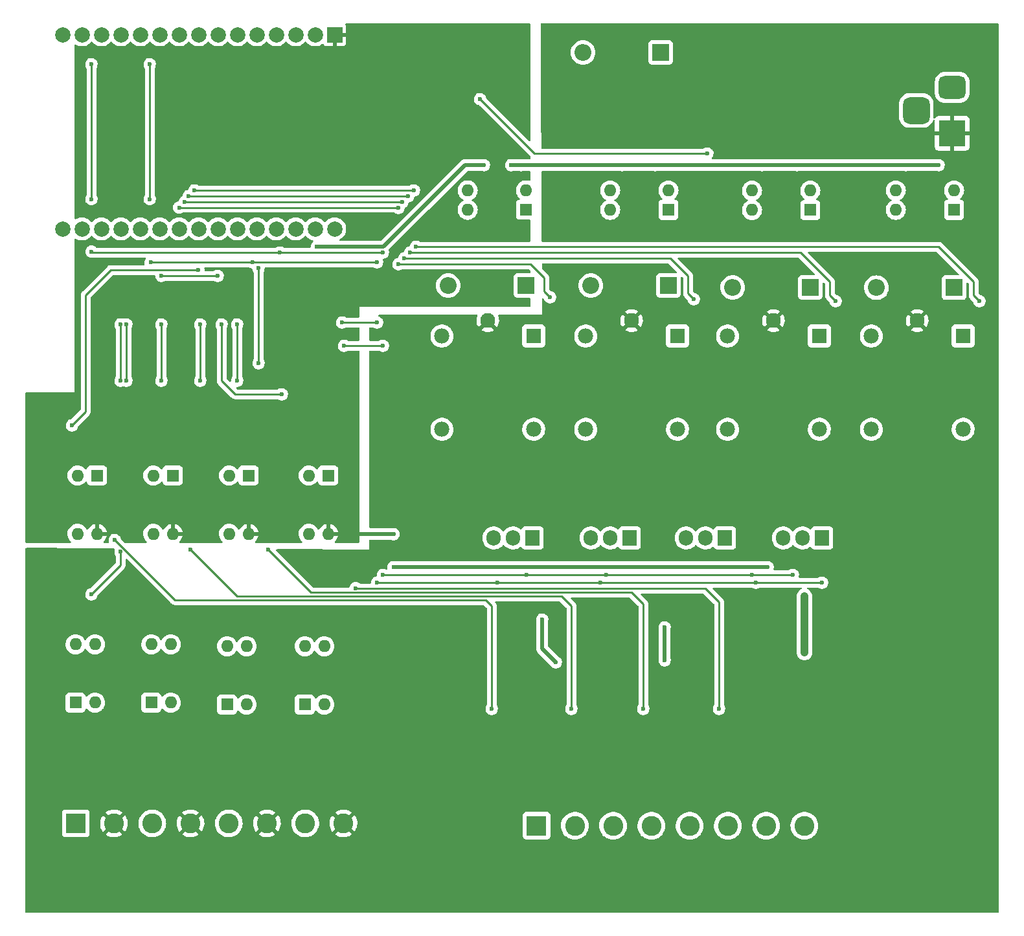
<source format=gbl>
%TF.GenerationSoftware,KiCad,Pcbnew,(6.0.9)*%
%TF.CreationDate,2022-12-14T18:51:27-08:00*%
%TF.ProjectId,halloween vending machine,68616c6c-6f77-4656-956e-2076656e6469,rev?*%
%TF.SameCoordinates,Original*%
%TF.FileFunction,Copper,L4,Bot*%
%TF.FilePolarity,Positive*%
%FSLAX46Y46*%
G04 Gerber Fmt 4.6, Leading zero omitted, Abs format (unit mm)*
G04 Created by KiCad (PCBNEW (6.0.9)) date 2022-12-14 18:51:27*
%MOMM*%
%LPD*%
G01*
G04 APERTURE LIST*
G04 Aperture macros list*
%AMRoundRect*
0 Rectangle with rounded corners*
0 $1 Rounding radius*
0 $2 $3 $4 $5 $6 $7 $8 $9 X,Y pos of 4 corners*
0 Add a 4 corners polygon primitive as box body*
4,1,4,$2,$3,$4,$5,$6,$7,$8,$9,$2,$3,0*
0 Add four circle primitives for the rounded corners*
1,1,$1+$1,$2,$3*
1,1,$1+$1,$4,$5*
1,1,$1+$1,$6,$7*
1,1,$1+$1,$8,$9*
0 Add four rect primitives between the rounded corners*
20,1,$1+$1,$2,$3,$4,$5,0*
20,1,$1+$1,$4,$5,$6,$7,0*
20,1,$1+$1,$6,$7,$8,$9,0*
20,1,$1+$1,$8,$9,$2,$3,0*%
G04 Aperture macros list end*
%TA.AperFunction,ComponentPad*%
%ADD10R,1.980000X1.980000*%
%TD*%
%TA.AperFunction,ComponentPad*%
%ADD11C,1.935000*%
%TD*%
%TA.AperFunction,ComponentPad*%
%ADD12C,1.980000*%
%TD*%
%TA.AperFunction,ComponentPad*%
%ADD13R,2.600000X2.600000*%
%TD*%
%TA.AperFunction,ComponentPad*%
%ADD14C,2.600000*%
%TD*%
%TA.AperFunction,ComponentPad*%
%ADD15R,1.600000X1.600000*%
%TD*%
%TA.AperFunction,ComponentPad*%
%ADD16O,1.600000X1.600000*%
%TD*%
%TA.AperFunction,ComponentPad*%
%ADD17R,2.200000X2.200000*%
%TD*%
%TA.AperFunction,ComponentPad*%
%ADD18O,2.200000X2.200000*%
%TD*%
%TA.AperFunction,ComponentPad*%
%ADD19R,2.000000X2.000000*%
%TD*%
%TA.AperFunction,ComponentPad*%
%ADD20C,2.000000*%
%TD*%
%TA.AperFunction,ComponentPad*%
%ADD21R,1.905000X2.000000*%
%TD*%
%TA.AperFunction,ComponentPad*%
%ADD22O,1.905000X2.000000*%
%TD*%
%TA.AperFunction,ComponentPad*%
%ADD23R,3.500000X3.500000*%
%TD*%
%TA.AperFunction,ComponentPad*%
%ADD24RoundRect,0.750000X-1.000000X0.750000X-1.000000X-0.750000X1.000000X-0.750000X1.000000X0.750000X0*%
%TD*%
%TA.AperFunction,ComponentPad*%
%ADD25RoundRect,0.875000X-0.875000X0.875000X-0.875000X-0.875000X0.875000X-0.875000X0.875000X0.875000X0*%
%TD*%
%TA.AperFunction,ViaPad*%
%ADD26C,0.600000*%
%TD*%
%TA.AperFunction,Conductor*%
%ADD27C,0.508000*%
%TD*%
%TA.AperFunction,Conductor*%
%ADD28C,0.254000*%
%TD*%
%TA.AperFunction,Conductor*%
%ADD29C,1.000000*%
%TD*%
G04 APERTURE END LIST*
D10*
%TO.P,K4,A1*%
%TO.N,+5V*%
X144176000Y-61210000D03*
D11*
%TO.P,K4,COM*%
%TO.N,+12V*%
X138176000Y-59210000D03*
D12*
%TO.P,K4,A2*%
%TO.N,Net-(D17-Pad2)*%
X132176000Y-61210000D03*
%TO.P,K4,NO*%
%TO.N,unconnected-(K4-PadNO)*%
X132176000Y-73410000D03*
%TO.P,K4,NC*%
%TO.N,/Motor_Start+_4*%
X144176000Y-73410000D03*
%TD*%
D10*
%TO.P,K3,A1*%
%TO.N,+5V*%
X125380000Y-61210000D03*
D11*
%TO.P,K3,COM*%
%TO.N,+12V*%
X119380000Y-59210000D03*
D12*
%TO.P,K3,A2*%
%TO.N,Net-(D16-Pad2)*%
X113380000Y-61210000D03*
%TO.P,K3,NO*%
%TO.N,unconnected-(K3-PadNO)*%
X113380000Y-73410000D03*
%TO.P,K3,NC*%
%TO.N,/Motor_Start+_3*%
X125380000Y-73410000D03*
%TD*%
D10*
%TO.P,K2,A1*%
%TO.N,+5V*%
X106838000Y-61210000D03*
D11*
%TO.P,K2,COM*%
%TO.N,+12V*%
X100838000Y-59210000D03*
D12*
%TO.P,K2,A2*%
%TO.N,Net-(D15-Pad2)*%
X94838000Y-61210000D03*
%TO.P,K2,NO*%
%TO.N,unconnected-(K2-PadNO)*%
X94838000Y-73410000D03*
%TO.P,K2,NC*%
%TO.N,/Motor_Start+_2*%
X106838000Y-73410000D03*
%TD*%
D10*
%TO.P,K1,A1*%
%TO.N,+5V*%
X88042000Y-61210000D03*
D11*
%TO.P,K1,COM*%
%TO.N,+12V*%
X82042000Y-59210000D03*
D12*
%TO.P,K1,A2*%
%TO.N,Net-(D11-Pad2)*%
X76042000Y-61210000D03*
%TO.P,K1,NO*%
%TO.N,unconnected-(K1-PadNO)*%
X76042000Y-73410000D03*
%TO.P,K1,NC*%
%TO.N,/Motor_Start+_1*%
X88042000Y-73410000D03*
%TD*%
D13*
%TO.P,J2,1,Pin_1*%
%TO.N,/Pedal_Return_1*%
X28180000Y-124968000D03*
D14*
%TO.P,J2,2,Pin_2*%
%TO.N,+12V*%
X33180000Y-124968000D03*
%TO.P,J2,3,Pin_3*%
%TO.N,/Pedal_Return_2*%
X38180000Y-124968000D03*
%TO.P,J2,4,Pin_4*%
%TO.N,+12V*%
X43180000Y-124968000D03*
%TO.P,J2,5,Pin_5*%
%TO.N,/Pedal_Return_3*%
X48180000Y-124968000D03*
%TO.P,J2,6,Pin_6*%
%TO.N,+12V*%
X53180000Y-124968000D03*
%TO.P,J2,7,Pin_7*%
%TO.N,/Pedal_Return_4*%
X58180000Y-124968000D03*
%TO.P,J2,8,Pin_8*%
%TO.N,+12V*%
X63180000Y-124968000D03*
%TD*%
D15*
%TO.P,U5,1*%
%TO.N,Net-(R8-Pad2)*%
X28149000Y-109159000D03*
D16*
%TO.P,U5,2*%
%TO.N,GND*%
X30689000Y-109159000D03*
%TO.P,U5,3*%
%TO.N,/Pedal_1_GPIO*%
X30689000Y-101539000D03*
%TO.P,U5,4*%
%TO.N,+3.3V*%
X28149000Y-101539000D03*
%TD*%
D13*
%TO.P,J3,1,Pin_1*%
%TO.N,/MOTOR_12V+_1*%
X88418000Y-125273000D03*
D14*
%TO.P,J3,2,Pin_2*%
%TO.N,/Motor-_1*%
X93418000Y-125273000D03*
%TO.P,J3,3,Pin_3*%
%TO.N,/MOTOR_12V+_2*%
X98418000Y-125273000D03*
%TO.P,J3,4,Pin_4*%
%TO.N,/Motor-_2*%
X103418000Y-125273000D03*
%TO.P,J3,5,Pin_5*%
%TO.N,/MOTOR_12V+_3*%
X108418000Y-125273000D03*
%TO.P,J3,6,Pin_6*%
%TO.N,/Motor-_3*%
X113418000Y-125273000D03*
%TO.P,J3,7,Pin_7*%
%TO.N,/MOTOR_12V+_4*%
X118418000Y-125273000D03*
%TO.P,J3,8,Pin_8*%
%TO.N,/Motor-_4*%
X123418000Y-125273000D03*
%TD*%
D15*
%TO.P,U12,1*%
%TO.N,Net-(R28-Pad1)*%
X142992000Y-44709000D03*
D16*
%TO.P,U12,2*%
%TO.N,Net-(D14-Pad2)*%
X142992000Y-42169000D03*
%TO.P,U12,3*%
%TO.N,Net-(R31-Pad1)*%
X135372000Y-42169000D03*
%TO.P,U12,4*%
%TO.N,+5V*%
X135372000Y-44709000D03*
%TD*%
D17*
%TO.P,D15,1,K*%
%TO.N,+5V*%
X105664000Y-54610000D03*
D18*
%TO.P,D15,2,A*%
%TO.N,Net-(D15-Pad2)*%
X95504000Y-54610000D03*
%TD*%
D15*
%TO.P,U13,1*%
%TO.N,Net-(R40-Pad2)*%
X30953000Y-79461000D03*
D16*
%TO.P,U13,2*%
%TO.N,GND*%
X28413000Y-79461000D03*
%TO.P,U13,3*%
%TO.N,/MOTOR_RUNNING_1*%
X28413000Y-87081000D03*
%TO.P,U13,4*%
%TO.N,+3.3V*%
X30953000Y-87081000D03*
%TD*%
D19*
%TO.P,U1,1,3V3*%
%TO.N,+3.3V*%
X62015000Y-21800000D03*
D20*
%TO.P,U1,2,GND*%
%TO.N,GND*%
X59475000Y-21800000D03*
%TO.P,U1,3,D15*%
%TO.N,unconnected-(U1-Pad3)*%
X56935000Y-21800000D03*
%TO.P,U1,4,D2*%
%TO.N,unconnected-(U1-Pad4)*%
X54395000Y-21800000D03*
%TO.P,U1,5,D4*%
%TO.N,unconnected-(U1-Pad5)*%
X51855000Y-21800000D03*
%TO.P,U1,6,RX2*%
%TO.N,/Relay4*%
X49315000Y-21800000D03*
%TO.P,U1,7,TX2*%
%TO.N,/Relay3*%
X46775000Y-21800000D03*
%TO.P,U1,8,D5*%
%TO.N,/Relay2*%
X44235000Y-21800000D03*
%TO.P,U1,9,D18*%
%TO.N,/Relay1*%
X41695000Y-21800000D03*
%TO.P,U1,10,D19*%
%TO.N,unconnected-(U1-Pad10)*%
X39155000Y-21800000D03*
%TO.P,U1,11,D21*%
%TO.N,/SDA*%
X36615000Y-21800000D03*
%TO.P,U1,12,RX0*%
%TO.N,unconnected-(U1-Pad12)*%
X34075000Y-21800000D03*
%TO.P,U1,13,TX0*%
%TO.N,unconnected-(U1-Pad13)*%
X31535000Y-21800000D03*
%TO.P,U1,14,D22*%
%TO.N,/SCL*%
X28995000Y-21800000D03*
%TO.P,U1,15,D23*%
%TO.N,unconnected-(U1-Pad15)*%
X26455000Y-21800000D03*
%TO.P,U1,16,EN*%
%TO.N,unconnected-(U1-Pad16)*%
X26455000Y-47200000D03*
%TO.P,U1,17,VP*%
%TO.N,unconnected-(U1-Pad17)*%
X28995000Y-47200000D03*
%TO.P,U1,18,VN*%
%TO.N,unconnected-(U1-Pad18)*%
X31535000Y-47200000D03*
%TO.P,U1,19,D34*%
%TO.N,/Pedal_1_GPIO*%
X34075000Y-47200000D03*
%TO.P,U1,20,D35*%
%TO.N,/Pedal_2_GPIO*%
X36615000Y-47200000D03*
%TO.P,U1,21,D32*%
%TO.N,/Pedal_3_GPIO*%
X39155000Y-47200000D03*
%TO.P,U1,22,D33*%
%TO.N,/Pedal_4_GPIO*%
X41695000Y-47200000D03*
%TO.P,U1,23,D25*%
%TO.N,/MOTOR_RUNNING_1*%
X44235000Y-47200000D03*
%TO.P,U1,24,D26*%
%TO.N,/MOTOR_RUNNING_2*%
X46775000Y-47200000D03*
%TO.P,U1,25,D27*%
%TO.N,/MOTOR_RUNNING_3*%
X49315000Y-47200000D03*
%TO.P,U1,26,D14*%
%TO.N,/MOTOR_RUNNING_4*%
X51855000Y-47200000D03*
%TO.P,U1,27,D12*%
%TO.N,unconnected-(U1-Pad27)*%
X54395000Y-47200000D03*
%TO.P,U1,28,D13*%
%TO.N,unconnected-(U1-Pad28)*%
X56935000Y-47200000D03*
%TO.P,U1,29,GND*%
%TO.N,GND*%
X59475000Y-47200000D03*
%TO.P,U1,30,VIN*%
%TO.N,/ESP32_5V+*%
X62015000Y-47200000D03*
%TD*%
D17*
%TO.P,D17,1,K*%
%TO.N,+5V*%
X143002000Y-54892000D03*
D18*
%TO.P,D17,2,A*%
%TO.N,Net-(D17-Pad2)*%
X132842000Y-54892000D03*
%TD*%
D15*
%TO.P,U7,1*%
%TO.N,Net-(R12-Pad2)*%
X47961000Y-109413000D03*
D16*
%TO.P,U7,2*%
%TO.N,GND*%
X50501000Y-109413000D03*
%TO.P,U7,3*%
%TO.N,/Pedal_3_GPIO*%
X50501000Y-101793000D03*
%TO.P,U7,4*%
%TO.N,+3.3V*%
X47961000Y-101793000D03*
%TD*%
D15*
%TO.P,U11,1*%
%TO.N,Net-(R27-Pad1)*%
X124196000Y-44737000D03*
D16*
%TO.P,U11,2*%
%TO.N,Net-(D13-Pad2)*%
X124196000Y-42197000D03*
%TO.P,U11,3*%
%TO.N,Net-(R30-Pad1)*%
X116576000Y-42197000D03*
%TO.P,U11,4*%
%TO.N,+5V*%
X116576000Y-44737000D03*
%TD*%
D21*
%TO.P,Q5,1,A1*%
%TO.N,GND*%
X113030000Y-87630000D03*
D22*
%TO.P,Q5,2,A2*%
%TO.N,/Motor-_3*%
X110490000Y-87630000D03*
%TO.P,Q5,3,G*%
%TO.N,Net-(Q5-Pad3)*%
X107950000Y-87630000D03*
%TD*%
D15*
%TO.P,U10,1*%
%TO.N,Net-(R26-Pad1)*%
X105654000Y-44709000D03*
D16*
%TO.P,U10,2*%
%TO.N,Net-(D12-Pad2)*%
X105654000Y-42169000D03*
%TO.P,U10,3*%
%TO.N,Net-(R29-Pad1)*%
X98034000Y-42169000D03*
%TO.P,U10,4*%
%TO.N,+5V*%
X98034000Y-44709000D03*
%TD*%
D15*
%TO.P,U6,1*%
%TO.N,Net-(R10-Pad2)*%
X38055000Y-109159000D03*
D16*
%TO.P,U6,2*%
%TO.N,GND*%
X40595000Y-109159000D03*
%TO.P,U6,3*%
%TO.N,/Pedal_2_GPIO*%
X40595000Y-101539000D03*
%TO.P,U6,4*%
%TO.N,+3.3V*%
X38055000Y-101539000D03*
%TD*%
D17*
%TO.P,D1,1,K*%
%TO.N,Net-(D1-Pad1)*%
X104648000Y-24130000D03*
D18*
%TO.P,D1,2,A*%
%TO.N,GND*%
X94488000Y-24130000D03*
%TD*%
D15*
%TO.P,U9,1*%
%TO.N,Net-(R24-Pad1)*%
X87026000Y-44700000D03*
D16*
%TO.P,U9,2*%
%TO.N,Net-(D10-Pad2)*%
X87026000Y-42160000D03*
%TO.P,U9,3*%
%TO.N,Net-(R25-Pad1)*%
X79406000Y-42160000D03*
%TO.P,U9,4*%
%TO.N,+5V*%
X79406000Y-44700000D03*
%TD*%
D15*
%TO.P,U8,1*%
%TO.N,Net-(R14-Pad2)*%
X58121000Y-109413000D03*
D16*
%TO.P,U8,2*%
%TO.N,GND*%
X60661000Y-109413000D03*
%TO.P,U8,3*%
%TO.N,/Pedal_4_GPIO*%
X60661000Y-101793000D03*
%TO.P,U8,4*%
%TO.N,+3.3V*%
X58121000Y-101793000D03*
%TD*%
D17*
%TO.P,D11,1,K*%
%TO.N,+5V*%
X87026000Y-54606000D03*
D18*
%TO.P,D11,2,A*%
%TO.N,Net-(D11-Pad2)*%
X76866000Y-54606000D03*
%TD*%
D23*
%TO.P,J1,1*%
%TO.N,+12V*%
X142748000Y-34702000D03*
D24*
%TO.P,J1,2*%
%TO.N,GND*%
X142748000Y-28702000D03*
D25*
%TO.P,J1,3*%
%TO.N,N/C*%
X138048000Y-31702000D03*
%TD*%
D15*
%TO.P,U15,1*%
%TO.N,Net-(R44-Pad2)*%
X50765000Y-79461000D03*
D16*
%TO.P,U15,2*%
%TO.N,GND*%
X48225000Y-79461000D03*
%TO.P,U15,3*%
%TO.N,/MOTOR_RUNNING_3*%
X48225000Y-87081000D03*
%TO.P,U15,4*%
%TO.N,+3.3V*%
X50765000Y-87081000D03*
%TD*%
D21*
%TO.P,Q7,1,A1*%
%TO.N,GND*%
X87884000Y-87630000D03*
D22*
%TO.P,Q7,2,A2*%
%TO.N,/Motor-_1*%
X85344000Y-87630000D03*
%TO.P,Q7,3,G*%
%TO.N,Net-(Q7-Pad3)*%
X82804000Y-87630000D03*
%TD*%
D21*
%TO.P,Q8,1,A1*%
%TO.N,GND*%
X100584000Y-87630000D03*
D22*
%TO.P,Q8,2,A2*%
%TO.N,/Motor-_2*%
X98044000Y-87630000D03*
%TO.P,Q8,3,G*%
%TO.N,Net-(Q8-Pad3)*%
X95504000Y-87630000D03*
%TD*%
D15*
%TO.P,U14,1*%
%TO.N,Net-(R42-Pad2)*%
X40859000Y-79461000D03*
D16*
%TO.P,U14,2*%
%TO.N,GND*%
X38319000Y-79461000D03*
%TO.P,U14,3*%
%TO.N,/MOTOR_RUNNING_2*%
X38319000Y-87081000D03*
%TO.P,U14,4*%
%TO.N,+3.3V*%
X40859000Y-87081000D03*
%TD*%
D17*
%TO.P,D16,1,K*%
%TO.N,+5V*%
X124206000Y-54864000D03*
D18*
%TO.P,D16,2,A*%
%TO.N,Net-(D16-Pad2)*%
X114046000Y-54864000D03*
%TD*%
D15*
%TO.P,U16,1*%
%TO.N,Net-(R46-Pad2)*%
X61179000Y-79461000D03*
D16*
%TO.P,U16,2*%
%TO.N,GND*%
X58639000Y-79461000D03*
%TO.P,U16,3*%
%TO.N,/MOTOR_RUNNING_4*%
X58639000Y-87081000D03*
%TO.P,U16,4*%
%TO.N,+3.3V*%
X61179000Y-87081000D03*
%TD*%
D21*
%TO.P,Q6,1,A1*%
%TO.N,GND*%
X125730000Y-87630000D03*
D22*
%TO.P,Q6,2,A2*%
%TO.N,/Motor-_4*%
X123190000Y-87630000D03*
%TO.P,Q6,3,G*%
%TO.N,Net-(Q6-Pad3)*%
X120650000Y-87630000D03*
%TD*%
D26*
%TO.N,+12V*%
X119126000Y-36576000D03*
X116332000Y-33274000D03*
X130048000Y-36576000D03*
X98552000Y-101854000D03*
X114300000Y-104394000D03*
X94488000Y-105156000D03*
X91948000Y-102108000D03*
X104394000Y-97790000D03*
X97500000Y-34000000D03*
X119888000Y-102362000D03*
%TO.N,+5V*%
X136652000Y-38862000D03*
X85090000Y-38862000D03*
X99568000Y-38862000D03*
X59690000Y-49530000D03*
X79248000Y-38862000D03*
X103886000Y-38862000D03*
X122428000Y-38862000D03*
X81534000Y-38862000D03*
X86360000Y-38862000D03*
X140970000Y-38862000D03*
X117856000Y-38862000D03*
%TO.N,Net-(R2-Pad2)*%
X81026000Y-30226000D03*
X110744000Y-37338000D03*
%TO.N,+3.3V*%
X57912000Y-56642000D03*
X100584000Y-91440000D03*
X85090000Y-91440000D03*
X118618000Y-91440000D03*
X69723000Y-55372000D03*
X69723000Y-91440000D03*
X62611000Y-64008000D03*
X69723000Y-87122000D03*
X63246000Y-55118000D03*
%TO.N,/SDA*%
X125730000Y-93472000D03*
X67564000Y-51562000D03*
X37846000Y-25654000D03*
X96774000Y-93472000D03*
X67564000Y-59436000D03*
X62992000Y-59436000D03*
X37973000Y-51562000D03*
X83312000Y-93472000D03*
X37846000Y-43307000D03*
X51308000Y-51562000D03*
X67564000Y-93472000D03*
X117094000Y-93472000D03*
%TO.N,/SCL*%
X68326000Y-50292000D03*
X121920000Y-92456000D03*
X116586000Y-92456000D03*
X68326000Y-92456000D03*
X54864000Y-50292000D03*
X63246000Y-62484000D03*
X87122000Y-92456000D03*
X30226000Y-43307000D03*
X97536000Y-92456000D03*
X68326000Y-62484000D03*
X30249000Y-50188000D03*
X30226000Y-25654000D03*
%TO.N,/Pedal_1_GPIO*%
X34036000Y-59690000D03*
X34036000Y-89408000D03*
X34036000Y-67056000D03*
X30226000Y-94996000D03*
%TO.N,/Pedal_2_GPIO*%
X34798000Y-67056000D03*
X34798000Y-59690000D03*
%TO.N,/Pedal_3_GPIO*%
X44450000Y-67056000D03*
X44450000Y-59690000D03*
%TO.N,/Pedal_4_GPIO*%
X55118000Y-68834000D03*
X47244000Y-59690000D03*
%TO.N,/Relay1*%
X70358000Y-44450000D03*
X90170000Y-56134000D03*
X70358000Y-51816000D03*
X41695000Y-44411000D03*
%TO.N,/Motor-_1*%
X89154000Y-98298000D03*
X90932000Y-103886000D03*
%TO.N,/Motor-_2*%
X105156000Y-103632000D03*
X105156000Y-99314000D03*
%TO.N,/Motor-_4*%
X123444000Y-102616000D03*
X123418000Y-95276000D03*
%TO.N,/Relay2*%
X42418000Y-43688000D03*
X71120000Y-51054000D03*
X70866000Y-43688000D03*
X108966000Y-56388000D03*
%TO.N,/Relay3*%
X71882000Y-50292000D03*
X71628000Y-42926000D03*
X127508000Y-56642000D03*
X42926000Y-42926000D03*
%TO.N,/Relay4*%
X146304000Y-56642000D03*
X72390000Y-42164000D03*
X43688000Y-42164000D03*
X72644000Y-49530000D03*
%TO.N,/MOTOR_RUNNING_1*%
X27686000Y-72898000D03*
X44196000Y-52578000D03*
%TO.N,/MOTOR_RUNNING_2*%
X46736000Y-53340000D03*
X39370000Y-67056000D03*
X39370000Y-59690000D03*
X39370000Y-53340000D03*
%TO.N,/MOTOR_RUNNING_3*%
X49276000Y-59690000D03*
X49276000Y-67056000D03*
%TO.N,/MOTOR_RUNNING_4*%
X52070000Y-52324000D03*
X52070000Y-64770000D03*
%TO.N,Net-(R40-Pad2)*%
X33274000Y-87884000D03*
X82550000Y-109982000D03*
%TO.N,Net-(R42-Pad2)*%
X92964000Y-109982000D03*
X43180000Y-89154000D03*
%TO.N,Net-(R44-Pad2)*%
X102362000Y-109982000D03*
X53340000Y-89154000D03*
%TO.N,Net-(R46-Pad2)*%
X112268000Y-109982000D03*
X64770000Y-94188500D03*
%TD*%
D27*
%TO.N,+5V*%
X122428000Y-38862000D02*
X136652000Y-38862000D01*
X68396525Y-49530000D02*
X79064524Y-38862000D01*
X103886000Y-38862000D02*
X117856000Y-38862000D01*
X59690000Y-49530000D02*
X68396525Y-49530000D01*
X79248000Y-38862000D02*
X81534000Y-38862000D01*
X117856000Y-38862000D02*
X122428000Y-38862000D01*
X136652000Y-38862000D02*
X140970000Y-38862000D01*
X85090000Y-38862000D02*
X86360000Y-38862000D01*
X99568000Y-38862000D02*
X103886000Y-38862000D01*
D28*
X79064524Y-38862000D02*
X79248000Y-38862000D01*
D27*
X86360000Y-38862000D02*
X99568000Y-38862000D01*
D28*
%TO.N,Net-(R2-Pad2)*%
X110744000Y-37338000D02*
X88138000Y-37338000D01*
X88138000Y-37338000D02*
X81026000Y-30226000D01*
D27*
%TO.N,+3.3V*%
X30953000Y-87081000D02*
X30953000Y-85379000D01*
X50765000Y-85379000D02*
X51562000Y-84582000D01*
X100584000Y-91440000D02*
X118618000Y-91440000D01*
X85090000Y-91440000D02*
X100584000Y-91440000D01*
X69723000Y-91440000D02*
X85090000Y-91440000D01*
X41656000Y-84582000D02*
X51562000Y-84582000D01*
X61179000Y-87081000D02*
X69682000Y-87081000D01*
X51562000Y-84582000D02*
X60198000Y-84582000D01*
X60198000Y-84582000D02*
X61179000Y-85563000D01*
X69682000Y-87081000D02*
X69723000Y-87122000D01*
X40859000Y-87081000D02*
X40859000Y-85379000D01*
X31750000Y-84582000D02*
X41656000Y-84582000D01*
X30953000Y-85379000D02*
X31750000Y-84582000D01*
X40859000Y-85379000D02*
X41656000Y-84582000D01*
X61179000Y-85563000D02*
X61179000Y-87081000D01*
X50765000Y-87081000D02*
X50765000Y-85379000D01*
D28*
%TO.N,/SDA*%
X83312000Y-93472000D02*
X96774000Y-93472000D01*
X67564000Y-59436000D02*
X62992000Y-59436000D01*
X96774000Y-93472000D02*
X117094000Y-93472000D01*
X37846000Y-43307000D02*
X37846000Y-25654000D01*
X117094000Y-93472000D02*
X125730000Y-93472000D01*
X37973000Y-51562000D02*
X51308000Y-51562000D01*
X67564000Y-93472000D02*
X83312000Y-93472000D01*
X51308000Y-51562000D02*
X67564000Y-51562000D01*
%TO.N,/SCL*%
X97536000Y-92456000D02*
X116586000Y-92456000D01*
X116586000Y-92456000D02*
X121920000Y-92456000D01*
X68326000Y-92456000D02*
X87122000Y-92456000D01*
X63246000Y-62484000D02*
X68326000Y-62484000D01*
X68326000Y-50292000D02*
X54864000Y-50292000D01*
X30353000Y-50292000D02*
X54864000Y-50292000D01*
X30353000Y-50292000D02*
X30249000Y-50188000D01*
X87122000Y-92456000D02*
X97536000Y-92456000D01*
X30226000Y-43307000D02*
X30226000Y-25654000D01*
%TO.N,/Pedal_1_GPIO*%
X34036000Y-89408000D02*
X34036000Y-91186000D01*
X34036000Y-67056000D02*
X34036000Y-59690000D01*
X34036000Y-91186000D02*
X30226000Y-94996000D01*
%TO.N,/Pedal_2_GPIO*%
X34798000Y-67056000D02*
X34798000Y-59690000D01*
%TO.N,/Pedal_3_GPIO*%
X44450000Y-67056000D02*
X44450000Y-59690000D01*
%TO.N,/Pedal_4_GPIO*%
X49022000Y-68834000D02*
X55118000Y-68834000D01*
X47244000Y-67056000D02*
X47244000Y-59690000D01*
X49022000Y-68834000D02*
X47244000Y-67056000D01*
%TO.N,/Relay1*%
X70358000Y-51816000D02*
X87630000Y-51816000D01*
X89408000Y-53594000D02*
X89408000Y-55372000D01*
X41695000Y-44411000D02*
X70319000Y-44411000D01*
X70319000Y-44411000D02*
X70358000Y-44450000D01*
X89408000Y-55372000D02*
X90170000Y-56134000D01*
X87630000Y-51816000D02*
X89408000Y-53594000D01*
D27*
%TO.N,/Motor-_1*%
X89154000Y-102108000D02*
X89154000Y-98298000D01*
X90932000Y-103886000D02*
X89154000Y-102108000D01*
%TO.N,/Motor-_2*%
X105156000Y-103632000D02*
X105156000Y-99314000D01*
D29*
%TO.N,/Motor-_4*%
X123444000Y-95302000D02*
X123418000Y-95276000D01*
X123444000Y-102616000D02*
X123444000Y-95302000D01*
D28*
%TO.N,/Relay2*%
X105918000Y-51054000D02*
X108204000Y-53340000D01*
X108204000Y-55626000D02*
X108966000Y-56388000D01*
X42418000Y-43688000D02*
X70866000Y-43688000D01*
X108204000Y-53340000D02*
X108204000Y-55626000D01*
X71120000Y-51054000D02*
X105918000Y-51054000D01*
%TO.N,/Relay3*%
X126746000Y-55880000D02*
X127508000Y-56642000D01*
X126746000Y-54102000D02*
X126746000Y-55880000D01*
X122936000Y-50292000D02*
X126746000Y-54102000D01*
X71628000Y-42926000D02*
X42926000Y-42926000D01*
X71882000Y-50292000D02*
X122936000Y-50292000D01*
%TO.N,/Relay4*%
X43688000Y-42164000D02*
X72390000Y-42164000D01*
X140970000Y-49530000D02*
X145542000Y-54102000D01*
X145542000Y-55880000D02*
X146304000Y-56642000D01*
X72644000Y-49530000D02*
X140970000Y-49530000D01*
X145542000Y-54102000D02*
X145542000Y-55880000D01*
%TO.N,/MOTOR_RUNNING_1*%
X29464000Y-71120000D02*
X27686000Y-72898000D01*
X29464000Y-55880000D02*
X29464000Y-71120000D01*
X44196000Y-52578000D02*
X32766000Y-52578000D01*
X32766000Y-52578000D02*
X29464000Y-55880000D01*
%TO.N,/MOTOR_RUNNING_2*%
X39370000Y-53340000D02*
X46736000Y-53340000D01*
X39370000Y-67056000D02*
X39370000Y-59690000D01*
%TO.N,/MOTOR_RUNNING_3*%
X49276000Y-67056000D02*
X49276000Y-59690000D01*
%TO.N,/MOTOR_RUNNING_4*%
X52070000Y-59690000D02*
X52070000Y-52324000D01*
X52070000Y-64770000D02*
X52070000Y-59690000D01*
%TO.N,Net-(R40-Pad2)*%
X33295475Y-87884000D02*
X33274000Y-87884000D01*
X41169475Y-95758000D02*
X33295475Y-87884000D01*
X81788000Y-95758000D02*
X82550000Y-96520000D01*
X41169475Y-95758000D02*
X81788000Y-95758000D01*
X82550000Y-96520000D02*
X82550000Y-109982000D01*
%TO.N,Net-(R42-Pad2)*%
X91694000Y-95250000D02*
X92964000Y-96520000D01*
X49276000Y-95250000D02*
X43180000Y-89154000D01*
X49276000Y-95250000D02*
X91694000Y-95250000D01*
X92964000Y-96520000D02*
X92964000Y-109982000D01*
%TO.N,Net-(R44-Pad2)*%
X102362000Y-96266000D02*
X102362000Y-109982000D01*
X58928000Y-94742000D02*
X100838000Y-94742000D01*
X100838000Y-94742000D02*
X102362000Y-96266000D01*
X58928000Y-94742000D02*
X53340000Y-89154000D01*
%TO.N,Net-(R46-Pad2)*%
X110490000Y-94234000D02*
X112268000Y-96012000D01*
X112268000Y-96012000D02*
X112268000Y-109982000D01*
X64770000Y-94188500D02*
X64815500Y-94234000D01*
X64815500Y-94234000D02*
X110490000Y-94234000D01*
%TD*%
%TA.AperFunction,Conductor*%
%TO.N,+3.3V*%
G36*
X87572121Y-20340502D02*
G01*
X87618614Y-20394158D01*
X87630000Y-20446500D01*
X87630000Y-35627078D01*
X87609998Y-35695199D01*
X87556342Y-35741692D01*
X87486068Y-35751796D01*
X87421488Y-35722302D01*
X87414905Y-35716173D01*
X81860064Y-30161331D01*
X81826038Y-30099019D01*
X81823944Y-30086282D01*
X81820182Y-30052743D01*
X81820182Y-30052742D01*
X81819397Y-30045745D01*
X81817080Y-30039091D01*
X81762064Y-29881106D01*
X81762062Y-29881103D01*
X81759745Y-29874448D01*
X81663626Y-29720624D01*
X81649941Y-29706843D01*
X81540778Y-29596915D01*
X81540774Y-29596912D01*
X81535815Y-29591918D01*
X81524697Y-29584862D01*
X81476538Y-29554300D01*
X81382666Y-29494727D01*
X81353463Y-29484328D01*
X81218425Y-29436243D01*
X81218420Y-29436242D01*
X81211790Y-29433881D01*
X81204802Y-29433048D01*
X81204799Y-29433047D01*
X81081698Y-29418368D01*
X81031680Y-29412404D01*
X81024677Y-29413140D01*
X81024676Y-29413140D01*
X80858288Y-29430628D01*
X80858286Y-29430629D01*
X80851288Y-29431364D01*
X80679579Y-29489818D01*
X80673575Y-29493512D01*
X80531095Y-29581166D01*
X80531092Y-29581168D01*
X80525088Y-29584862D01*
X80520053Y-29589793D01*
X80520050Y-29589795D01*
X80400525Y-29706843D01*
X80395493Y-29711771D01*
X80297235Y-29864238D01*
X80294826Y-29870858D01*
X80294824Y-29870861D01*
X80237606Y-30028066D01*
X80235197Y-30034685D01*
X80212463Y-30214640D01*
X80230163Y-30395160D01*
X80287418Y-30567273D01*
X80381380Y-30722424D01*
X80507382Y-30852902D01*
X80659159Y-30952222D01*
X80665763Y-30954678D01*
X80665765Y-30954679D01*
X80744164Y-30983835D01*
X80829168Y-31015448D01*
X80836151Y-31016380D01*
X80836152Y-31016380D01*
X80887924Y-31023288D01*
X80952801Y-31052124D01*
X80960354Y-31059086D01*
X87593095Y-37691828D01*
X87627121Y-37754140D01*
X87630000Y-37780923D01*
X87630000Y-37973500D01*
X87609998Y-38041621D01*
X87556342Y-38088114D01*
X87504000Y-38099500D01*
X86650733Y-38099500D01*
X86608466Y-38092199D01*
X86552424Y-38072243D01*
X86552422Y-38072243D01*
X86545790Y-38069881D01*
X86538802Y-38069048D01*
X86538799Y-38069047D01*
X86415698Y-38054368D01*
X86365680Y-38048404D01*
X86358677Y-38049140D01*
X86358676Y-38049140D01*
X86192288Y-38066628D01*
X86192286Y-38066629D01*
X86185288Y-38067364D01*
X86124335Y-38088114D01*
X86110634Y-38092778D01*
X86070029Y-38099500D01*
X85380733Y-38099500D01*
X85338466Y-38092199D01*
X85282424Y-38072243D01*
X85282422Y-38072243D01*
X85275790Y-38069881D01*
X85268802Y-38069048D01*
X85268799Y-38069047D01*
X85145698Y-38054368D01*
X85095680Y-38048404D01*
X85088677Y-38049140D01*
X85088676Y-38049140D01*
X84922288Y-38066628D01*
X84922286Y-38066629D01*
X84915288Y-38067364D01*
X84743579Y-38125818D01*
X84737575Y-38129512D01*
X84595095Y-38217166D01*
X84595092Y-38217168D01*
X84589088Y-38220862D01*
X84584053Y-38225793D01*
X84584050Y-38225795D01*
X84464525Y-38342843D01*
X84459493Y-38347771D01*
X84361235Y-38500238D01*
X84358826Y-38506858D01*
X84358824Y-38506861D01*
X84308455Y-38645249D01*
X84299197Y-38670685D01*
X84276463Y-38850640D01*
X84294163Y-39031160D01*
X84351418Y-39203273D01*
X84355065Y-39209295D01*
X84355066Y-39209297D01*
X84365978Y-39227314D01*
X84445380Y-39358424D01*
X84571382Y-39488902D01*
X84577278Y-39492760D01*
X84662357Y-39548434D01*
X84723159Y-39588222D01*
X84729763Y-39590678D01*
X84729765Y-39590679D01*
X84886558Y-39648990D01*
X84886560Y-39648990D01*
X84893168Y-39651448D01*
X84968098Y-39661446D01*
X85065980Y-39674507D01*
X85065984Y-39674507D01*
X85072961Y-39675438D01*
X85079972Y-39674800D01*
X85079976Y-39674800D01*
X85226702Y-39661446D01*
X85253600Y-39658998D01*
X85260302Y-39656820D01*
X85260304Y-39656820D01*
X85340794Y-39630667D01*
X85379730Y-39624500D01*
X86068035Y-39624500D01*
X86111955Y-39632403D01*
X86156558Y-39648991D01*
X86156568Y-39648994D01*
X86163168Y-39651448D01*
X86170149Y-39652379D01*
X86170151Y-39652380D01*
X86335980Y-39674507D01*
X86335984Y-39674507D01*
X86342961Y-39675438D01*
X86349972Y-39674800D01*
X86349976Y-39674800D01*
X86496702Y-39661446D01*
X86523600Y-39658998D01*
X86530302Y-39656820D01*
X86530304Y-39656820D01*
X86610794Y-39630667D01*
X86649730Y-39624500D01*
X87504000Y-39624500D01*
X87572121Y-39644502D01*
X87618614Y-39698158D01*
X87630000Y-39750500D01*
X87630000Y-40802976D01*
X87609998Y-40871097D01*
X87556342Y-40917590D01*
X87486068Y-40927694D01*
X87471389Y-40924683D01*
X87259402Y-40867881D01*
X87259400Y-40867881D01*
X87254087Y-40866457D01*
X87026000Y-40846502D01*
X86797913Y-40866457D01*
X86792600Y-40867881D01*
X86792598Y-40867881D01*
X86582067Y-40924293D01*
X86582065Y-40924294D01*
X86576757Y-40925716D01*
X86571776Y-40928039D01*
X86571775Y-40928039D01*
X86374238Y-41020151D01*
X86374233Y-41020154D01*
X86369251Y-41022477D01*
X86264389Y-41095902D01*
X86186211Y-41150643D01*
X86186208Y-41150645D01*
X86181700Y-41153802D01*
X86019802Y-41315700D01*
X86016645Y-41320208D01*
X86016643Y-41320211D01*
X85978810Y-41374243D01*
X85888477Y-41503251D01*
X85886154Y-41508233D01*
X85886151Y-41508238D01*
X85816026Y-41658624D01*
X85791716Y-41710757D01*
X85790294Y-41716065D01*
X85790293Y-41716067D01*
X85766070Y-41806469D01*
X85732457Y-41931913D01*
X85712502Y-42160000D01*
X85732457Y-42388087D01*
X85791716Y-42609243D01*
X85794039Y-42614224D01*
X85794039Y-42614225D01*
X85886151Y-42811762D01*
X85886154Y-42811767D01*
X85888477Y-42816749D01*
X85957021Y-42914640D01*
X85990505Y-42962459D01*
X86019802Y-43004300D01*
X86181700Y-43166198D01*
X86186211Y-43169357D01*
X86190424Y-43172892D01*
X86189473Y-43174026D01*
X86229471Y-43224071D01*
X86236776Y-43294690D01*
X86204742Y-43358049D01*
X86143538Y-43394030D01*
X86126483Y-43397082D01*
X86115684Y-43398255D01*
X85979295Y-43449385D01*
X85862739Y-43536739D01*
X85775385Y-43653295D01*
X85724255Y-43789684D01*
X85717500Y-43851866D01*
X85717500Y-45548134D01*
X85724255Y-45610316D01*
X85775385Y-45746705D01*
X85862739Y-45863261D01*
X85979295Y-45950615D01*
X86115684Y-46001745D01*
X86177866Y-46008500D01*
X87504000Y-46008500D01*
X87572121Y-46028502D01*
X87618614Y-46082158D01*
X87630000Y-46134500D01*
X87630000Y-48768500D01*
X87609998Y-48836621D01*
X87556342Y-48883114D01*
X87504000Y-48894500D01*
X73188188Y-48894500D01*
X73120674Y-48874885D01*
X73006615Y-48802502D01*
X73006613Y-48802501D01*
X73000666Y-48798727D01*
X72986880Y-48793818D01*
X72836425Y-48740243D01*
X72836420Y-48740242D01*
X72829790Y-48737881D01*
X72822802Y-48737048D01*
X72822799Y-48737047D01*
X72696223Y-48721954D01*
X72649680Y-48716404D01*
X72642677Y-48717140D01*
X72642676Y-48717140D01*
X72476288Y-48734628D01*
X72476286Y-48734629D01*
X72469288Y-48735364D01*
X72297579Y-48793818D01*
X72235109Y-48832250D01*
X72149095Y-48885166D01*
X72149092Y-48885168D01*
X72143088Y-48888862D01*
X72138056Y-48893790D01*
X72138050Y-48893795D01*
X72018525Y-49010843D01*
X72013493Y-49015771D01*
X71915235Y-49168238D01*
X71853197Y-49338685D01*
X71847361Y-49384881D01*
X71818981Y-49449954D01*
X71759922Y-49489356D01*
X71735526Y-49494396D01*
X71714289Y-49496628D01*
X71714288Y-49496628D01*
X71707288Y-49497364D01*
X71535579Y-49555818D01*
X71473109Y-49594250D01*
X71387095Y-49647166D01*
X71387092Y-49647168D01*
X71381088Y-49650862D01*
X71376053Y-49655793D01*
X71376050Y-49655795D01*
X71256525Y-49772843D01*
X71251493Y-49777771D01*
X71153235Y-49930238D01*
X71150826Y-49936858D01*
X71150824Y-49936861D01*
X71094606Y-50091319D01*
X71091197Y-50100685D01*
X71085361Y-50146881D01*
X71056981Y-50211954D01*
X70997922Y-50251356D01*
X70973526Y-50256396D01*
X70952289Y-50258628D01*
X70952288Y-50258628D01*
X70945288Y-50259364D01*
X70773579Y-50317818D01*
X70721023Y-50350151D01*
X70625095Y-50409166D01*
X70625092Y-50409168D01*
X70619088Y-50412862D01*
X70614053Y-50417793D01*
X70614050Y-50417795D01*
X70500213Y-50529273D01*
X70489493Y-50539771D01*
X70391235Y-50692238D01*
X70388826Y-50698858D01*
X70388824Y-50698861D01*
X70345184Y-50818760D01*
X70329197Y-50862685D01*
X70323361Y-50908881D01*
X70294981Y-50973954D01*
X70235922Y-51013356D01*
X70211526Y-51018396D01*
X70190289Y-51020628D01*
X70190288Y-51020628D01*
X70183288Y-51021364D01*
X70011579Y-51079818D01*
X69969935Y-51105438D01*
X69863095Y-51171166D01*
X69863092Y-51171168D01*
X69857088Y-51174862D01*
X69852053Y-51179793D01*
X69852050Y-51179795D01*
X69732525Y-51296843D01*
X69727493Y-51301771D01*
X69629235Y-51454238D01*
X69626826Y-51460858D01*
X69626824Y-51460861D01*
X69581744Y-51584717D01*
X69567197Y-51624685D01*
X69544463Y-51804640D01*
X69562163Y-51985160D01*
X69619418Y-52157273D01*
X69623065Y-52163295D01*
X69623066Y-52163297D01*
X69707641Y-52302947D01*
X69713380Y-52312424D01*
X69718269Y-52317487D01*
X69718270Y-52317488D01*
X69770532Y-52371606D01*
X69839382Y-52442902D01*
X69908918Y-52488405D01*
X69966987Y-52526404D01*
X69991159Y-52542222D01*
X69997763Y-52544678D01*
X69997765Y-52544679D01*
X70154558Y-52602990D01*
X70154560Y-52602990D01*
X70161168Y-52605448D01*
X70244995Y-52616633D01*
X70333980Y-52628507D01*
X70333984Y-52628507D01*
X70340961Y-52629438D01*
X70347972Y-52628800D01*
X70347976Y-52628800D01*
X70490459Y-52615832D01*
X70521600Y-52612998D01*
X70528302Y-52610820D01*
X70528304Y-52610820D01*
X70687409Y-52559124D01*
X70687412Y-52559123D01*
X70694108Y-52556947D01*
X70792151Y-52498502D01*
X70841186Y-52469271D01*
X70905703Y-52451500D01*
X87314578Y-52451500D01*
X87382699Y-52471502D01*
X87403673Y-52488405D01*
X87593095Y-52677827D01*
X87627121Y-52740139D01*
X87630000Y-52766922D01*
X87630000Y-52871500D01*
X87609998Y-52939621D01*
X87556342Y-52986114D01*
X87504000Y-52997500D01*
X85877866Y-52997500D01*
X85815684Y-53004255D01*
X85679295Y-53055385D01*
X85562739Y-53142739D01*
X85475385Y-53259295D01*
X85424255Y-53395684D01*
X85417500Y-53457866D01*
X85417500Y-55754134D01*
X85424255Y-55816316D01*
X85475385Y-55952705D01*
X85562739Y-56069261D01*
X85679295Y-56156615D01*
X85815684Y-56207745D01*
X85877866Y-56214500D01*
X87504000Y-56214500D01*
X87572121Y-56234502D01*
X87618614Y-56288158D01*
X87630000Y-56340500D01*
X87630000Y-57278193D01*
X87609998Y-57346314D01*
X87556342Y-57392807D01*
X87504194Y-57404193D01*
X65296114Y-57438322D01*
X65296113Y-57438322D01*
X65278000Y-57438350D01*
X65278000Y-58674500D01*
X65257998Y-58742621D01*
X65204342Y-58789114D01*
X65152000Y-58800500D01*
X63536188Y-58800500D01*
X63468674Y-58780885D01*
X63354615Y-58708502D01*
X63354613Y-58708501D01*
X63348666Y-58704727D01*
X63331440Y-58698593D01*
X63184425Y-58646243D01*
X63184420Y-58646242D01*
X63177790Y-58643881D01*
X63170802Y-58643048D01*
X63170799Y-58643047D01*
X63047698Y-58628368D01*
X62997680Y-58622404D01*
X62990677Y-58623140D01*
X62990676Y-58623140D01*
X62824288Y-58640628D01*
X62824286Y-58640629D01*
X62817288Y-58641364D01*
X62645579Y-58699818D01*
X62592122Y-58732705D01*
X62497095Y-58791166D01*
X62497092Y-58791168D01*
X62491088Y-58794862D01*
X62486053Y-58799793D01*
X62486050Y-58799795D01*
X62366525Y-58916843D01*
X62361493Y-58921771D01*
X62263235Y-59074238D01*
X62260826Y-59080858D01*
X62260824Y-59080861D01*
X62220883Y-59190598D01*
X62201197Y-59244685D01*
X62178463Y-59424640D01*
X62196163Y-59605160D01*
X62253418Y-59777273D01*
X62257065Y-59783295D01*
X62257066Y-59783297D01*
X62281628Y-59823853D01*
X62347380Y-59932424D01*
X62352269Y-59937487D01*
X62352270Y-59937488D01*
X62373027Y-59958982D01*
X62473382Y-60062902D01*
X62625159Y-60162222D01*
X62631763Y-60164678D01*
X62631765Y-60164679D01*
X62788558Y-60222990D01*
X62788560Y-60222990D01*
X62795168Y-60225448D01*
X62878995Y-60236633D01*
X62967980Y-60248507D01*
X62967984Y-60248507D01*
X62974961Y-60249438D01*
X62981972Y-60248800D01*
X62981976Y-60248800D01*
X63124459Y-60235832D01*
X63155600Y-60232998D01*
X63162302Y-60230820D01*
X63162304Y-60230820D01*
X63321409Y-60179124D01*
X63321412Y-60179123D01*
X63328108Y-60176947D01*
X63426151Y-60118502D01*
X63475186Y-60089271D01*
X63539703Y-60071500D01*
X65152000Y-60071500D01*
X65220121Y-60091502D01*
X65266614Y-60145158D01*
X65278000Y-60197500D01*
X65278000Y-61722500D01*
X65257998Y-61790621D01*
X65204342Y-61837114D01*
X65152000Y-61848500D01*
X63790188Y-61848500D01*
X63722674Y-61828885D01*
X63608615Y-61756502D01*
X63608613Y-61756501D01*
X63602666Y-61752727D01*
X63588880Y-61747818D01*
X63438425Y-61694243D01*
X63438420Y-61694242D01*
X63431790Y-61691881D01*
X63424802Y-61691048D01*
X63424799Y-61691047D01*
X63301698Y-61676368D01*
X63251680Y-61670404D01*
X63244677Y-61671140D01*
X63244676Y-61671140D01*
X63078288Y-61688628D01*
X63078286Y-61688629D01*
X63071288Y-61689364D01*
X62899579Y-61747818D01*
X62874048Y-61763525D01*
X62751095Y-61839166D01*
X62751092Y-61839168D01*
X62745088Y-61842862D01*
X62740053Y-61847793D01*
X62740050Y-61847795D01*
X62620525Y-61964843D01*
X62615493Y-61969771D01*
X62517235Y-62122238D01*
X62514826Y-62128858D01*
X62514824Y-62128861D01*
X62494560Y-62184536D01*
X62455197Y-62292685D01*
X62432463Y-62472640D01*
X62450163Y-62653160D01*
X62507418Y-62825273D01*
X62601380Y-62980424D01*
X62727382Y-63110902D01*
X62879159Y-63210222D01*
X62885763Y-63212678D01*
X62885765Y-63212679D01*
X63042558Y-63270990D01*
X63042560Y-63270990D01*
X63049168Y-63273448D01*
X63132995Y-63284633D01*
X63221980Y-63296507D01*
X63221984Y-63296507D01*
X63228961Y-63297438D01*
X63235972Y-63296800D01*
X63235976Y-63296800D01*
X63378459Y-63283832D01*
X63409600Y-63280998D01*
X63416302Y-63278820D01*
X63416304Y-63278820D01*
X63575409Y-63227124D01*
X63575412Y-63227123D01*
X63582108Y-63224947D01*
X63729185Y-63137271D01*
X63793703Y-63119500D01*
X65152000Y-63119500D01*
X65220121Y-63139502D01*
X65266614Y-63193158D01*
X65278000Y-63245500D01*
X65278000Y-88139000D01*
X65257998Y-88207121D01*
X65204342Y-88253614D01*
X65152000Y-88265000D01*
X62148981Y-88265000D01*
X62080860Y-88244998D01*
X62034367Y-88191342D01*
X62024263Y-88121068D01*
X62053757Y-88056488D01*
X62059886Y-88049905D01*
X62180916Y-87928875D01*
X62187972Y-87920467D01*
X62312931Y-87742007D01*
X62318414Y-87732511D01*
X62410490Y-87535053D01*
X62414236Y-87524761D01*
X62460394Y-87352497D01*
X62460058Y-87338401D01*
X62452116Y-87335000D01*
X61051000Y-87335000D01*
X60982879Y-87314998D01*
X60936386Y-87261342D01*
X60925000Y-87209000D01*
X60925000Y-86808885D01*
X61433000Y-86808885D01*
X61437475Y-86824124D01*
X61438865Y-86825329D01*
X61446548Y-86827000D01*
X62446967Y-86827000D01*
X62460498Y-86823027D01*
X62461727Y-86814478D01*
X62414236Y-86637239D01*
X62410490Y-86626947D01*
X62318414Y-86429489D01*
X62312931Y-86419993D01*
X62187972Y-86241533D01*
X62180916Y-86233125D01*
X62026875Y-86079084D01*
X62018467Y-86072028D01*
X61840007Y-85947069D01*
X61830511Y-85941586D01*
X61633053Y-85849510D01*
X61622761Y-85845764D01*
X61450497Y-85799606D01*
X61436401Y-85799942D01*
X61433000Y-85807884D01*
X61433000Y-86808885D01*
X60925000Y-86808885D01*
X60925000Y-85813033D01*
X60921027Y-85799502D01*
X60912478Y-85798273D01*
X60735239Y-85845764D01*
X60724947Y-85849510D01*
X60527489Y-85941586D01*
X60517993Y-85947069D01*
X60339533Y-86072028D01*
X60331125Y-86079084D01*
X60177084Y-86233125D01*
X60170028Y-86241533D01*
X60045069Y-86419993D01*
X60039586Y-86429489D01*
X60023471Y-86464049D01*
X59976554Y-86517334D01*
X59908277Y-86536795D01*
X59840317Y-86516253D01*
X59795081Y-86464049D01*
X59778849Y-86429238D01*
X59778846Y-86429233D01*
X59776523Y-86424251D01*
X59645198Y-86236700D01*
X59483300Y-86074802D01*
X59478792Y-86071645D01*
X59478789Y-86071643D01*
X59400611Y-86016902D01*
X59295749Y-85943477D01*
X59290767Y-85941154D01*
X59290762Y-85941151D01*
X59093225Y-85849039D01*
X59093224Y-85849039D01*
X59088243Y-85846716D01*
X59082935Y-85845294D01*
X59082933Y-85845293D01*
X58872402Y-85788881D01*
X58872400Y-85788881D01*
X58867087Y-85787457D01*
X58639000Y-85767502D01*
X58410913Y-85787457D01*
X58405600Y-85788881D01*
X58405598Y-85788881D01*
X58195067Y-85845293D01*
X58195065Y-85845294D01*
X58189757Y-85846716D01*
X58184776Y-85849039D01*
X58184775Y-85849039D01*
X57987238Y-85941151D01*
X57987233Y-85941154D01*
X57982251Y-85943477D01*
X57877389Y-86016902D01*
X57799211Y-86071643D01*
X57799208Y-86071645D01*
X57794700Y-86074802D01*
X57632802Y-86236700D01*
X57501477Y-86424251D01*
X57499154Y-86429233D01*
X57499151Y-86429238D01*
X57499034Y-86429489D01*
X57404716Y-86631757D01*
X57345457Y-86852913D01*
X57325502Y-87081000D01*
X57345457Y-87309087D01*
X57346881Y-87314400D01*
X57346881Y-87314402D01*
X57364090Y-87378624D01*
X57404716Y-87530243D01*
X57407039Y-87535224D01*
X57407039Y-87535225D01*
X57499151Y-87732762D01*
X57499154Y-87732767D01*
X57501477Y-87737749D01*
X57504634Y-87742257D01*
X57600840Y-87879653D01*
X57632802Y-87925300D01*
X57757407Y-88049905D01*
X57791433Y-88112217D01*
X57786368Y-88183032D01*
X57743821Y-88239868D01*
X57677301Y-88264679D01*
X57668312Y-88265000D01*
X51734981Y-88265000D01*
X51666860Y-88244998D01*
X51620367Y-88191342D01*
X51610263Y-88121068D01*
X51639757Y-88056488D01*
X51645886Y-88049905D01*
X51766916Y-87928875D01*
X51773972Y-87920467D01*
X51898931Y-87742007D01*
X51904414Y-87732511D01*
X51996490Y-87535053D01*
X52000236Y-87524761D01*
X52046394Y-87352497D01*
X52046058Y-87338401D01*
X52038116Y-87335000D01*
X50637000Y-87335000D01*
X50568879Y-87314998D01*
X50522386Y-87261342D01*
X50511000Y-87209000D01*
X50511000Y-86808885D01*
X51019000Y-86808885D01*
X51023475Y-86824124D01*
X51024865Y-86825329D01*
X51032548Y-86827000D01*
X52032967Y-86827000D01*
X52046498Y-86823027D01*
X52047727Y-86814478D01*
X52000236Y-86637239D01*
X51996490Y-86626947D01*
X51904414Y-86429489D01*
X51898931Y-86419993D01*
X51773972Y-86241533D01*
X51766916Y-86233125D01*
X51612875Y-86079084D01*
X51604467Y-86072028D01*
X51426007Y-85947069D01*
X51416511Y-85941586D01*
X51219053Y-85849510D01*
X51208761Y-85845764D01*
X51036497Y-85799606D01*
X51022401Y-85799942D01*
X51019000Y-85807884D01*
X51019000Y-86808885D01*
X50511000Y-86808885D01*
X50511000Y-85813033D01*
X50507027Y-85799502D01*
X50498478Y-85798273D01*
X50321239Y-85845764D01*
X50310947Y-85849510D01*
X50113489Y-85941586D01*
X50103993Y-85947069D01*
X49925533Y-86072028D01*
X49917125Y-86079084D01*
X49763084Y-86233125D01*
X49756028Y-86241533D01*
X49631069Y-86419993D01*
X49625586Y-86429489D01*
X49609471Y-86464049D01*
X49562554Y-86517334D01*
X49494277Y-86536795D01*
X49426317Y-86516253D01*
X49381081Y-86464049D01*
X49364849Y-86429238D01*
X49364846Y-86429233D01*
X49362523Y-86424251D01*
X49231198Y-86236700D01*
X49069300Y-86074802D01*
X49064792Y-86071645D01*
X49064789Y-86071643D01*
X48986611Y-86016902D01*
X48881749Y-85943477D01*
X48876767Y-85941154D01*
X48876762Y-85941151D01*
X48679225Y-85849039D01*
X48679224Y-85849039D01*
X48674243Y-85846716D01*
X48668935Y-85845294D01*
X48668933Y-85845293D01*
X48458402Y-85788881D01*
X48458400Y-85788881D01*
X48453087Y-85787457D01*
X48225000Y-85767502D01*
X47996913Y-85787457D01*
X47991600Y-85788881D01*
X47991598Y-85788881D01*
X47781067Y-85845293D01*
X47781065Y-85845294D01*
X47775757Y-85846716D01*
X47770776Y-85849039D01*
X47770775Y-85849039D01*
X47573238Y-85941151D01*
X47573233Y-85941154D01*
X47568251Y-85943477D01*
X47463389Y-86016902D01*
X47385211Y-86071643D01*
X47385208Y-86071645D01*
X47380700Y-86074802D01*
X47218802Y-86236700D01*
X47087477Y-86424251D01*
X47085154Y-86429233D01*
X47085151Y-86429238D01*
X47085034Y-86429489D01*
X46990716Y-86631757D01*
X46931457Y-86852913D01*
X46911502Y-87081000D01*
X46931457Y-87309087D01*
X46932881Y-87314400D01*
X46932881Y-87314402D01*
X46950090Y-87378624D01*
X46990716Y-87530243D01*
X46993039Y-87535224D01*
X46993039Y-87535225D01*
X47085151Y-87732762D01*
X47085154Y-87732767D01*
X47087477Y-87737749D01*
X47090634Y-87742257D01*
X47186840Y-87879653D01*
X47218802Y-87925300D01*
X47343407Y-88049905D01*
X47377433Y-88112217D01*
X47372368Y-88183032D01*
X47329821Y-88239868D01*
X47263301Y-88264679D01*
X47254312Y-88265000D01*
X41828981Y-88265000D01*
X41760860Y-88244998D01*
X41714367Y-88191342D01*
X41704263Y-88121068D01*
X41733757Y-88056488D01*
X41739886Y-88049905D01*
X41860916Y-87928875D01*
X41867972Y-87920467D01*
X41992931Y-87742007D01*
X41998414Y-87732511D01*
X42090490Y-87535053D01*
X42094236Y-87524761D01*
X42140394Y-87352497D01*
X42140058Y-87338401D01*
X42132116Y-87335000D01*
X40731000Y-87335000D01*
X40662879Y-87314998D01*
X40616386Y-87261342D01*
X40605000Y-87209000D01*
X40605000Y-86808885D01*
X41113000Y-86808885D01*
X41117475Y-86824124D01*
X41118865Y-86825329D01*
X41126548Y-86827000D01*
X42126967Y-86827000D01*
X42140498Y-86823027D01*
X42141727Y-86814478D01*
X42094236Y-86637239D01*
X42090490Y-86626947D01*
X41998414Y-86429489D01*
X41992931Y-86419993D01*
X41867972Y-86241533D01*
X41860916Y-86233125D01*
X41706875Y-86079084D01*
X41698467Y-86072028D01*
X41520007Y-85947069D01*
X41510511Y-85941586D01*
X41313053Y-85849510D01*
X41302761Y-85845764D01*
X41130497Y-85799606D01*
X41116401Y-85799942D01*
X41113000Y-85807884D01*
X41113000Y-86808885D01*
X40605000Y-86808885D01*
X40605000Y-85813033D01*
X40601027Y-85799502D01*
X40592478Y-85798273D01*
X40415239Y-85845764D01*
X40404947Y-85849510D01*
X40207489Y-85941586D01*
X40197993Y-85947069D01*
X40019533Y-86072028D01*
X40011125Y-86079084D01*
X39857084Y-86233125D01*
X39850028Y-86241533D01*
X39725069Y-86419993D01*
X39719586Y-86429489D01*
X39703471Y-86464049D01*
X39656554Y-86517334D01*
X39588277Y-86536795D01*
X39520317Y-86516253D01*
X39475081Y-86464049D01*
X39458849Y-86429238D01*
X39458846Y-86429233D01*
X39456523Y-86424251D01*
X39325198Y-86236700D01*
X39163300Y-86074802D01*
X39158792Y-86071645D01*
X39158789Y-86071643D01*
X39080611Y-86016902D01*
X38975749Y-85943477D01*
X38970767Y-85941154D01*
X38970762Y-85941151D01*
X38773225Y-85849039D01*
X38773224Y-85849039D01*
X38768243Y-85846716D01*
X38762935Y-85845294D01*
X38762933Y-85845293D01*
X38552402Y-85788881D01*
X38552400Y-85788881D01*
X38547087Y-85787457D01*
X38319000Y-85767502D01*
X38090913Y-85787457D01*
X38085600Y-85788881D01*
X38085598Y-85788881D01*
X37875067Y-85845293D01*
X37875065Y-85845294D01*
X37869757Y-85846716D01*
X37864776Y-85849039D01*
X37864775Y-85849039D01*
X37667238Y-85941151D01*
X37667233Y-85941154D01*
X37662251Y-85943477D01*
X37557389Y-86016902D01*
X37479211Y-86071643D01*
X37479208Y-86071645D01*
X37474700Y-86074802D01*
X37312802Y-86236700D01*
X37181477Y-86424251D01*
X37179154Y-86429233D01*
X37179151Y-86429238D01*
X37179034Y-86429489D01*
X37084716Y-86631757D01*
X37025457Y-86852913D01*
X37005502Y-87081000D01*
X37025457Y-87309087D01*
X37026881Y-87314400D01*
X37026881Y-87314402D01*
X37044090Y-87378624D01*
X37084716Y-87530243D01*
X37087039Y-87535224D01*
X37087039Y-87535225D01*
X37179151Y-87732762D01*
X37179154Y-87732767D01*
X37181477Y-87737749D01*
X37184634Y-87742257D01*
X37280840Y-87879653D01*
X37312802Y-87925300D01*
X37437407Y-88049905D01*
X37471433Y-88112217D01*
X37466368Y-88183032D01*
X37423821Y-88239868D01*
X37357301Y-88264679D01*
X37348312Y-88265000D01*
X34627398Y-88265000D01*
X34559277Y-88244998D01*
X34538303Y-88228095D01*
X34105351Y-87795143D01*
X34071325Y-87732831D01*
X34069231Y-87720095D01*
X34068182Y-87710743D01*
X34067397Y-87703745D01*
X34065080Y-87697091D01*
X34010064Y-87539106D01*
X34010062Y-87539103D01*
X34007745Y-87532448D01*
X33911626Y-87378624D01*
X33871683Y-87338401D01*
X33788778Y-87254915D01*
X33788774Y-87254912D01*
X33783815Y-87249918D01*
X33772697Y-87242862D01*
X33719338Y-87209000D01*
X33630666Y-87152727D01*
X33601463Y-87142328D01*
X33466425Y-87094243D01*
X33466420Y-87094242D01*
X33459790Y-87091881D01*
X33452802Y-87091048D01*
X33452799Y-87091047D01*
X33329041Y-87076290D01*
X33279680Y-87070404D01*
X33272677Y-87071140D01*
X33272676Y-87071140D01*
X33106288Y-87088628D01*
X33106286Y-87088629D01*
X33099288Y-87089364D01*
X32927579Y-87147818D01*
X32921575Y-87151512D01*
X32779095Y-87239166D01*
X32779092Y-87239168D01*
X32773088Y-87242862D01*
X32768053Y-87247793D01*
X32768050Y-87247795D01*
X32648525Y-87364843D01*
X32643493Y-87369771D01*
X32545235Y-87522238D01*
X32542826Y-87528858D01*
X32542824Y-87528861D01*
X32500281Y-87645747D01*
X32483197Y-87692685D01*
X32460463Y-87872640D01*
X32478163Y-88053160D01*
X32489486Y-88087198D01*
X32493488Y-88099228D01*
X32496011Y-88170179D01*
X32459774Y-88231232D01*
X32396283Y-88263001D01*
X32373930Y-88265000D01*
X31922981Y-88265000D01*
X31854860Y-88244998D01*
X31808367Y-88191342D01*
X31798263Y-88121068D01*
X31827757Y-88056488D01*
X31833886Y-88049905D01*
X31954916Y-87928875D01*
X31961972Y-87920467D01*
X32086931Y-87742007D01*
X32092414Y-87732511D01*
X32184490Y-87535053D01*
X32188236Y-87524761D01*
X32234394Y-87352497D01*
X32234058Y-87338401D01*
X32226116Y-87335000D01*
X30825000Y-87335000D01*
X30756879Y-87314998D01*
X30710386Y-87261342D01*
X30699000Y-87209000D01*
X30699000Y-86808885D01*
X31207000Y-86808885D01*
X31211475Y-86824124D01*
X31212865Y-86825329D01*
X31220548Y-86827000D01*
X32220967Y-86827000D01*
X32234498Y-86823027D01*
X32235727Y-86814478D01*
X32188236Y-86637239D01*
X32184490Y-86626947D01*
X32092414Y-86429489D01*
X32086931Y-86419993D01*
X31961972Y-86241533D01*
X31954916Y-86233125D01*
X31800875Y-86079084D01*
X31792467Y-86072028D01*
X31614007Y-85947069D01*
X31604511Y-85941586D01*
X31407053Y-85849510D01*
X31396761Y-85845764D01*
X31224497Y-85799606D01*
X31210401Y-85799942D01*
X31207000Y-85807884D01*
X31207000Y-86808885D01*
X30699000Y-86808885D01*
X30699000Y-85813033D01*
X30695027Y-85799502D01*
X30686478Y-85798273D01*
X30509239Y-85845764D01*
X30498947Y-85849510D01*
X30301489Y-85941586D01*
X30291993Y-85947069D01*
X30113533Y-86072028D01*
X30105125Y-86079084D01*
X29951084Y-86233125D01*
X29944028Y-86241533D01*
X29819069Y-86419993D01*
X29813586Y-86429489D01*
X29797471Y-86464049D01*
X29750554Y-86517334D01*
X29682277Y-86536795D01*
X29614317Y-86516253D01*
X29569081Y-86464049D01*
X29552849Y-86429238D01*
X29552846Y-86429233D01*
X29550523Y-86424251D01*
X29419198Y-86236700D01*
X29257300Y-86074802D01*
X29252792Y-86071645D01*
X29252789Y-86071643D01*
X29174611Y-86016902D01*
X29069749Y-85943477D01*
X29064767Y-85941154D01*
X29064762Y-85941151D01*
X28867225Y-85849039D01*
X28867224Y-85849039D01*
X28862243Y-85846716D01*
X28856935Y-85845294D01*
X28856933Y-85845293D01*
X28646402Y-85788881D01*
X28646400Y-85788881D01*
X28641087Y-85787457D01*
X28413000Y-85767502D01*
X28184913Y-85787457D01*
X28179600Y-85788881D01*
X28179598Y-85788881D01*
X27969067Y-85845293D01*
X27969065Y-85845294D01*
X27963757Y-85846716D01*
X27958776Y-85849039D01*
X27958775Y-85849039D01*
X27761238Y-85941151D01*
X27761233Y-85941154D01*
X27756251Y-85943477D01*
X27651389Y-86016902D01*
X27573211Y-86071643D01*
X27573208Y-86071645D01*
X27568700Y-86074802D01*
X27406802Y-86236700D01*
X27275477Y-86424251D01*
X27273154Y-86429233D01*
X27273151Y-86429238D01*
X27273034Y-86429489D01*
X27178716Y-86631757D01*
X27119457Y-86852913D01*
X27099502Y-87081000D01*
X27119457Y-87309087D01*
X27120881Y-87314400D01*
X27120881Y-87314402D01*
X27138090Y-87378624D01*
X27178716Y-87530243D01*
X27181039Y-87535224D01*
X27181039Y-87535225D01*
X27273151Y-87732762D01*
X27273154Y-87732767D01*
X27275477Y-87737749D01*
X27278634Y-87742257D01*
X27374840Y-87879653D01*
X27406802Y-87925300D01*
X27531407Y-88049905D01*
X27565433Y-88112217D01*
X27560368Y-88183032D01*
X27517821Y-88239868D01*
X27451301Y-88264679D01*
X27442312Y-88265000D01*
X21716500Y-88265000D01*
X21648379Y-88244998D01*
X21601886Y-88191342D01*
X21590500Y-88139000D01*
X21590500Y-79461000D01*
X27099502Y-79461000D01*
X27119457Y-79689087D01*
X27178716Y-79910243D01*
X27181039Y-79915224D01*
X27181039Y-79915225D01*
X27273151Y-80112762D01*
X27273154Y-80112767D01*
X27275477Y-80117749D01*
X27406802Y-80305300D01*
X27568700Y-80467198D01*
X27573208Y-80470355D01*
X27573211Y-80470357D01*
X27614542Y-80499297D01*
X27756251Y-80598523D01*
X27761233Y-80600846D01*
X27761238Y-80600849D01*
X27958775Y-80692961D01*
X27963757Y-80695284D01*
X27969065Y-80696706D01*
X27969067Y-80696707D01*
X28179598Y-80753119D01*
X28179600Y-80753119D01*
X28184913Y-80754543D01*
X28413000Y-80774498D01*
X28641087Y-80754543D01*
X28646400Y-80753119D01*
X28646402Y-80753119D01*
X28856933Y-80696707D01*
X28856935Y-80696706D01*
X28862243Y-80695284D01*
X28867225Y-80692961D01*
X29064762Y-80600849D01*
X29064767Y-80600846D01*
X29069749Y-80598523D01*
X29211458Y-80499297D01*
X29252789Y-80470357D01*
X29252792Y-80470355D01*
X29257300Y-80467198D01*
X29419198Y-80305300D01*
X29422357Y-80300789D01*
X29425892Y-80296576D01*
X29427026Y-80297527D01*
X29477071Y-80257529D01*
X29547690Y-80250224D01*
X29611049Y-80282258D01*
X29647030Y-80343462D01*
X29650082Y-80360517D01*
X29651255Y-80371316D01*
X29702385Y-80507705D01*
X29789739Y-80624261D01*
X29906295Y-80711615D01*
X30042684Y-80762745D01*
X30104866Y-80769500D01*
X31801134Y-80769500D01*
X31863316Y-80762745D01*
X31999705Y-80711615D01*
X32116261Y-80624261D01*
X32203615Y-80507705D01*
X32254745Y-80371316D01*
X32261500Y-80309134D01*
X32261500Y-79461000D01*
X37005502Y-79461000D01*
X37025457Y-79689087D01*
X37084716Y-79910243D01*
X37087039Y-79915224D01*
X37087039Y-79915225D01*
X37179151Y-80112762D01*
X37179154Y-80112767D01*
X37181477Y-80117749D01*
X37312802Y-80305300D01*
X37474700Y-80467198D01*
X37479208Y-80470355D01*
X37479211Y-80470357D01*
X37520542Y-80499297D01*
X37662251Y-80598523D01*
X37667233Y-80600846D01*
X37667238Y-80600849D01*
X37864775Y-80692961D01*
X37869757Y-80695284D01*
X37875065Y-80696706D01*
X37875067Y-80696707D01*
X38085598Y-80753119D01*
X38085600Y-80753119D01*
X38090913Y-80754543D01*
X38319000Y-80774498D01*
X38547087Y-80754543D01*
X38552400Y-80753119D01*
X38552402Y-80753119D01*
X38762933Y-80696707D01*
X38762935Y-80696706D01*
X38768243Y-80695284D01*
X38773225Y-80692961D01*
X38970762Y-80600849D01*
X38970767Y-80600846D01*
X38975749Y-80598523D01*
X39117458Y-80499297D01*
X39158789Y-80470357D01*
X39158792Y-80470355D01*
X39163300Y-80467198D01*
X39325198Y-80305300D01*
X39328357Y-80300789D01*
X39331892Y-80296576D01*
X39333026Y-80297527D01*
X39383071Y-80257529D01*
X39453690Y-80250224D01*
X39517049Y-80282258D01*
X39553030Y-80343462D01*
X39556082Y-80360517D01*
X39557255Y-80371316D01*
X39608385Y-80507705D01*
X39695739Y-80624261D01*
X39812295Y-80711615D01*
X39948684Y-80762745D01*
X40010866Y-80769500D01*
X41707134Y-80769500D01*
X41769316Y-80762745D01*
X41905705Y-80711615D01*
X42022261Y-80624261D01*
X42109615Y-80507705D01*
X42160745Y-80371316D01*
X42167500Y-80309134D01*
X42167500Y-79461000D01*
X46911502Y-79461000D01*
X46931457Y-79689087D01*
X46990716Y-79910243D01*
X46993039Y-79915224D01*
X46993039Y-79915225D01*
X47085151Y-80112762D01*
X47085154Y-80112767D01*
X47087477Y-80117749D01*
X47218802Y-80305300D01*
X47380700Y-80467198D01*
X47385208Y-80470355D01*
X47385211Y-80470357D01*
X47426542Y-80499297D01*
X47568251Y-80598523D01*
X47573233Y-80600846D01*
X47573238Y-80600849D01*
X47770775Y-80692961D01*
X47775757Y-80695284D01*
X47781065Y-80696706D01*
X47781067Y-80696707D01*
X47991598Y-80753119D01*
X47991600Y-80753119D01*
X47996913Y-80754543D01*
X48225000Y-80774498D01*
X48453087Y-80754543D01*
X48458400Y-80753119D01*
X48458402Y-80753119D01*
X48668933Y-80696707D01*
X48668935Y-80696706D01*
X48674243Y-80695284D01*
X48679225Y-80692961D01*
X48876762Y-80600849D01*
X48876767Y-80600846D01*
X48881749Y-80598523D01*
X49023458Y-80499297D01*
X49064789Y-80470357D01*
X49064792Y-80470355D01*
X49069300Y-80467198D01*
X49231198Y-80305300D01*
X49234357Y-80300789D01*
X49237892Y-80296576D01*
X49239026Y-80297527D01*
X49289071Y-80257529D01*
X49359690Y-80250224D01*
X49423049Y-80282258D01*
X49459030Y-80343462D01*
X49462082Y-80360517D01*
X49463255Y-80371316D01*
X49514385Y-80507705D01*
X49601739Y-80624261D01*
X49718295Y-80711615D01*
X49854684Y-80762745D01*
X49916866Y-80769500D01*
X51613134Y-80769500D01*
X51675316Y-80762745D01*
X51811705Y-80711615D01*
X51928261Y-80624261D01*
X52015615Y-80507705D01*
X52066745Y-80371316D01*
X52073500Y-80309134D01*
X52073500Y-79461000D01*
X57325502Y-79461000D01*
X57345457Y-79689087D01*
X57404716Y-79910243D01*
X57407039Y-79915224D01*
X57407039Y-79915225D01*
X57499151Y-80112762D01*
X57499154Y-80112767D01*
X57501477Y-80117749D01*
X57632802Y-80305300D01*
X57794700Y-80467198D01*
X57799208Y-80470355D01*
X57799211Y-80470357D01*
X57840542Y-80499297D01*
X57982251Y-80598523D01*
X57987233Y-80600846D01*
X57987238Y-80600849D01*
X58184775Y-80692961D01*
X58189757Y-80695284D01*
X58195065Y-80696706D01*
X58195067Y-80696707D01*
X58405598Y-80753119D01*
X58405600Y-80753119D01*
X58410913Y-80754543D01*
X58639000Y-80774498D01*
X58867087Y-80754543D01*
X58872400Y-80753119D01*
X58872402Y-80753119D01*
X59082933Y-80696707D01*
X59082935Y-80696706D01*
X59088243Y-80695284D01*
X59093225Y-80692961D01*
X59290762Y-80600849D01*
X59290767Y-80600846D01*
X59295749Y-80598523D01*
X59437458Y-80499297D01*
X59478789Y-80470357D01*
X59478792Y-80470355D01*
X59483300Y-80467198D01*
X59645198Y-80305300D01*
X59648357Y-80300789D01*
X59651892Y-80296576D01*
X59653026Y-80297527D01*
X59703071Y-80257529D01*
X59773690Y-80250224D01*
X59837049Y-80282258D01*
X59873030Y-80343462D01*
X59876082Y-80360517D01*
X59877255Y-80371316D01*
X59928385Y-80507705D01*
X60015739Y-80624261D01*
X60132295Y-80711615D01*
X60268684Y-80762745D01*
X60330866Y-80769500D01*
X62027134Y-80769500D01*
X62089316Y-80762745D01*
X62225705Y-80711615D01*
X62342261Y-80624261D01*
X62429615Y-80507705D01*
X62480745Y-80371316D01*
X62487500Y-80309134D01*
X62487500Y-78612866D01*
X62480745Y-78550684D01*
X62429615Y-78414295D01*
X62342261Y-78297739D01*
X62225705Y-78210385D01*
X62089316Y-78159255D01*
X62027134Y-78152500D01*
X60330866Y-78152500D01*
X60268684Y-78159255D01*
X60132295Y-78210385D01*
X60015739Y-78297739D01*
X59928385Y-78414295D01*
X59877255Y-78550684D01*
X59876083Y-78561474D01*
X59875197Y-78563606D01*
X59874575Y-78566222D01*
X59874152Y-78566121D01*
X59848845Y-78627035D01*
X59790483Y-78667463D01*
X59719529Y-78669922D01*
X59658510Y-78633629D01*
X59651511Y-78624969D01*
X59648354Y-78621207D01*
X59645198Y-78616700D01*
X59483300Y-78454802D01*
X59478792Y-78451645D01*
X59478789Y-78451643D01*
X59400611Y-78396902D01*
X59295749Y-78323477D01*
X59290767Y-78321154D01*
X59290762Y-78321151D01*
X59093225Y-78229039D01*
X59093224Y-78229039D01*
X59088243Y-78226716D01*
X59082935Y-78225294D01*
X59082933Y-78225293D01*
X58872402Y-78168881D01*
X58872400Y-78168881D01*
X58867087Y-78167457D01*
X58639000Y-78147502D01*
X58410913Y-78167457D01*
X58405600Y-78168881D01*
X58405598Y-78168881D01*
X58195067Y-78225293D01*
X58195065Y-78225294D01*
X58189757Y-78226716D01*
X58184776Y-78229039D01*
X58184775Y-78229039D01*
X57987238Y-78321151D01*
X57987233Y-78321154D01*
X57982251Y-78323477D01*
X57877389Y-78396902D01*
X57799211Y-78451643D01*
X57799208Y-78451645D01*
X57794700Y-78454802D01*
X57632802Y-78616700D01*
X57501477Y-78804251D01*
X57499154Y-78809233D01*
X57499151Y-78809238D01*
X57407500Y-79005787D01*
X57404716Y-79011757D01*
X57345457Y-79232913D01*
X57325502Y-79461000D01*
X52073500Y-79461000D01*
X52073500Y-78612866D01*
X52066745Y-78550684D01*
X52015615Y-78414295D01*
X51928261Y-78297739D01*
X51811705Y-78210385D01*
X51675316Y-78159255D01*
X51613134Y-78152500D01*
X49916866Y-78152500D01*
X49854684Y-78159255D01*
X49718295Y-78210385D01*
X49601739Y-78297739D01*
X49514385Y-78414295D01*
X49463255Y-78550684D01*
X49462083Y-78561474D01*
X49461197Y-78563606D01*
X49460575Y-78566222D01*
X49460152Y-78566121D01*
X49434845Y-78627035D01*
X49376483Y-78667463D01*
X49305529Y-78669922D01*
X49244510Y-78633629D01*
X49237511Y-78624969D01*
X49234354Y-78621207D01*
X49231198Y-78616700D01*
X49069300Y-78454802D01*
X49064792Y-78451645D01*
X49064789Y-78451643D01*
X48986611Y-78396902D01*
X48881749Y-78323477D01*
X48876767Y-78321154D01*
X48876762Y-78321151D01*
X48679225Y-78229039D01*
X48679224Y-78229039D01*
X48674243Y-78226716D01*
X48668935Y-78225294D01*
X48668933Y-78225293D01*
X48458402Y-78168881D01*
X48458400Y-78168881D01*
X48453087Y-78167457D01*
X48225000Y-78147502D01*
X47996913Y-78167457D01*
X47991600Y-78168881D01*
X47991598Y-78168881D01*
X47781067Y-78225293D01*
X47781065Y-78225294D01*
X47775757Y-78226716D01*
X47770776Y-78229039D01*
X47770775Y-78229039D01*
X47573238Y-78321151D01*
X47573233Y-78321154D01*
X47568251Y-78323477D01*
X47463389Y-78396902D01*
X47385211Y-78451643D01*
X47385208Y-78451645D01*
X47380700Y-78454802D01*
X47218802Y-78616700D01*
X47087477Y-78804251D01*
X47085154Y-78809233D01*
X47085151Y-78809238D01*
X46993500Y-79005787D01*
X46990716Y-79011757D01*
X46931457Y-79232913D01*
X46911502Y-79461000D01*
X42167500Y-79461000D01*
X42167500Y-78612866D01*
X42160745Y-78550684D01*
X42109615Y-78414295D01*
X42022261Y-78297739D01*
X41905705Y-78210385D01*
X41769316Y-78159255D01*
X41707134Y-78152500D01*
X40010866Y-78152500D01*
X39948684Y-78159255D01*
X39812295Y-78210385D01*
X39695739Y-78297739D01*
X39608385Y-78414295D01*
X39557255Y-78550684D01*
X39556083Y-78561474D01*
X39555197Y-78563606D01*
X39554575Y-78566222D01*
X39554152Y-78566121D01*
X39528845Y-78627035D01*
X39470483Y-78667463D01*
X39399529Y-78669922D01*
X39338510Y-78633629D01*
X39331511Y-78624969D01*
X39328354Y-78621207D01*
X39325198Y-78616700D01*
X39163300Y-78454802D01*
X39158792Y-78451645D01*
X39158789Y-78451643D01*
X39080611Y-78396902D01*
X38975749Y-78323477D01*
X38970767Y-78321154D01*
X38970762Y-78321151D01*
X38773225Y-78229039D01*
X38773224Y-78229039D01*
X38768243Y-78226716D01*
X38762935Y-78225294D01*
X38762933Y-78225293D01*
X38552402Y-78168881D01*
X38552400Y-78168881D01*
X38547087Y-78167457D01*
X38319000Y-78147502D01*
X38090913Y-78167457D01*
X38085600Y-78168881D01*
X38085598Y-78168881D01*
X37875067Y-78225293D01*
X37875065Y-78225294D01*
X37869757Y-78226716D01*
X37864776Y-78229039D01*
X37864775Y-78229039D01*
X37667238Y-78321151D01*
X37667233Y-78321154D01*
X37662251Y-78323477D01*
X37557389Y-78396902D01*
X37479211Y-78451643D01*
X37479208Y-78451645D01*
X37474700Y-78454802D01*
X37312802Y-78616700D01*
X37181477Y-78804251D01*
X37179154Y-78809233D01*
X37179151Y-78809238D01*
X37087500Y-79005787D01*
X37084716Y-79011757D01*
X37025457Y-79232913D01*
X37005502Y-79461000D01*
X32261500Y-79461000D01*
X32261500Y-78612866D01*
X32254745Y-78550684D01*
X32203615Y-78414295D01*
X32116261Y-78297739D01*
X31999705Y-78210385D01*
X31863316Y-78159255D01*
X31801134Y-78152500D01*
X30104866Y-78152500D01*
X30042684Y-78159255D01*
X29906295Y-78210385D01*
X29789739Y-78297739D01*
X29702385Y-78414295D01*
X29651255Y-78550684D01*
X29650083Y-78561474D01*
X29649197Y-78563606D01*
X29648575Y-78566222D01*
X29648152Y-78566121D01*
X29622845Y-78627035D01*
X29564483Y-78667463D01*
X29493529Y-78669922D01*
X29432510Y-78633629D01*
X29425511Y-78624969D01*
X29422354Y-78621207D01*
X29419198Y-78616700D01*
X29257300Y-78454802D01*
X29252792Y-78451645D01*
X29252789Y-78451643D01*
X29174611Y-78396902D01*
X29069749Y-78323477D01*
X29064767Y-78321154D01*
X29064762Y-78321151D01*
X28867225Y-78229039D01*
X28867224Y-78229039D01*
X28862243Y-78226716D01*
X28856935Y-78225294D01*
X28856933Y-78225293D01*
X28646402Y-78168881D01*
X28646400Y-78168881D01*
X28641087Y-78167457D01*
X28413000Y-78147502D01*
X28184913Y-78167457D01*
X28179600Y-78168881D01*
X28179598Y-78168881D01*
X27969067Y-78225293D01*
X27969065Y-78225294D01*
X27963757Y-78226716D01*
X27958776Y-78229039D01*
X27958775Y-78229039D01*
X27761238Y-78321151D01*
X27761233Y-78321154D01*
X27756251Y-78323477D01*
X27651389Y-78396902D01*
X27573211Y-78451643D01*
X27573208Y-78451645D01*
X27568700Y-78454802D01*
X27406802Y-78616700D01*
X27275477Y-78804251D01*
X27273154Y-78809233D01*
X27273151Y-78809238D01*
X27181500Y-79005787D01*
X27178716Y-79011757D01*
X27119457Y-79232913D01*
X27099502Y-79461000D01*
X21590500Y-79461000D01*
X21590500Y-68706000D01*
X21610502Y-68637879D01*
X21664158Y-68591386D01*
X21716500Y-68580000D01*
X28000000Y-68580000D01*
X28000000Y-48584464D01*
X28020002Y-48516343D01*
X28073658Y-48469850D01*
X28143932Y-48459746D01*
X28191835Y-48477031D01*
X28308037Y-48548240D01*
X28312607Y-48550133D01*
X28312611Y-48550135D01*
X28400924Y-48586715D01*
X28527406Y-48639105D01*
X28600932Y-48656757D01*
X28753476Y-48693380D01*
X28753482Y-48693381D01*
X28758289Y-48694535D01*
X28995000Y-48713165D01*
X29231711Y-48694535D01*
X29236518Y-48693381D01*
X29236524Y-48693380D01*
X29389068Y-48656757D01*
X29462594Y-48639105D01*
X29589076Y-48586715D01*
X29677389Y-48550135D01*
X29677393Y-48550133D01*
X29681963Y-48548240D01*
X29734014Y-48516343D01*
X29880202Y-48426759D01*
X29880208Y-48426755D01*
X29884416Y-48424176D01*
X30064969Y-48269969D01*
X30068177Y-48266213D01*
X30068182Y-48266208D01*
X30169189Y-48147944D01*
X30228639Y-48109134D01*
X30299634Y-48108628D01*
X30360811Y-48147944D01*
X30461818Y-48266208D01*
X30461823Y-48266213D01*
X30465031Y-48269969D01*
X30645584Y-48424176D01*
X30649792Y-48426755D01*
X30649798Y-48426759D01*
X30795986Y-48516343D01*
X30848037Y-48548240D01*
X30852607Y-48550133D01*
X30852611Y-48550135D01*
X30940924Y-48586715D01*
X31067406Y-48639105D01*
X31140932Y-48656757D01*
X31293476Y-48693380D01*
X31293482Y-48693381D01*
X31298289Y-48694535D01*
X31535000Y-48713165D01*
X31771711Y-48694535D01*
X31776518Y-48693381D01*
X31776524Y-48693380D01*
X31929068Y-48656757D01*
X32002594Y-48639105D01*
X32129076Y-48586715D01*
X32217389Y-48550135D01*
X32217393Y-48550133D01*
X32221963Y-48548240D01*
X32274014Y-48516343D01*
X32420202Y-48426759D01*
X32420208Y-48426755D01*
X32424416Y-48424176D01*
X32604969Y-48269969D01*
X32608177Y-48266213D01*
X32608182Y-48266208D01*
X32709189Y-48147944D01*
X32768639Y-48109134D01*
X32839634Y-48108628D01*
X32900811Y-48147944D01*
X33001818Y-48266208D01*
X33001823Y-48266213D01*
X33005031Y-48269969D01*
X33185584Y-48424176D01*
X33189792Y-48426755D01*
X33189798Y-48426759D01*
X33335986Y-48516343D01*
X33388037Y-48548240D01*
X33392607Y-48550133D01*
X33392611Y-48550135D01*
X33480924Y-48586715D01*
X33607406Y-48639105D01*
X33680932Y-48656757D01*
X33833476Y-48693380D01*
X33833482Y-48693381D01*
X33838289Y-48694535D01*
X34075000Y-48713165D01*
X34311711Y-48694535D01*
X34316518Y-48693381D01*
X34316524Y-48693380D01*
X34469068Y-48656757D01*
X34542594Y-48639105D01*
X34669076Y-48586715D01*
X34757389Y-48550135D01*
X34757393Y-48550133D01*
X34761963Y-48548240D01*
X34814014Y-48516343D01*
X34960202Y-48426759D01*
X34960208Y-48426755D01*
X34964416Y-48424176D01*
X35144969Y-48269969D01*
X35148177Y-48266213D01*
X35148182Y-48266208D01*
X35249189Y-48147944D01*
X35308639Y-48109134D01*
X35379634Y-48108628D01*
X35440811Y-48147944D01*
X35541818Y-48266208D01*
X35541823Y-48266213D01*
X35545031Y-48269969D01*
X35725584Y-48424176D01*
X35729792Y-48426755D01*
X35729798Y-48426759D01*
X35875986Y-48516343D01*
X35928037Y-48548240D01*
X35932607Y-48550133D01*
X35932611Y-48550135D01*
X36020924Y-48586715D01*
X36147406Y-48639105D01*
X36220932Y-48656757D01*
X36373476Y-48693380D01*
X36373482Y-48693381D01*
X36378289Y-48694535D01*
X36615000Y-48713165D01*
X36851711Y-48694535D01*
X36856518Y-48693381D01*
X36856524Y-48693380D01*
X37009068Y-48656757D01*
X37082594Y-48639105D01*
X37209076Y-48586715D01*
X37297389Y-48550135D01*
X37297393Y-48550133D01*
X37301963Y-48548240D01*
X37354014Y-48516343D01*
X37500202Y-48426759D01*
X37500208Y-48426755D01*
X37504416Y-48424176D01*
X37684969Y-48269969D01*
X37688177Y-48266213D01*
X37688182Y-48266208D01*
X37789189Y-48147944D01*
X37848639Y-48109134D01*
X37919634Y-48108628D01*
X37980811Y-48147944D01*
X38081818Y-48266208D01*
X38081823Y-48266213D01*
X38085031Y-48269969D01*
X38265584Y-48424176D01*
X38269792Y-48426755D01*
X38269798Y-48426759D01*
X38415986Y-48516343D01*
X38468037Y-48548240D01*
X38472607Y-48550133D01*
X38472611Y-48550135D01*
X38560924Y-48586715D01*
X38687406Y-48639105D01*
X38760932Y-48656757D01*
X38913476Y-48693380D01*
X38913482Y-48693381D01*
X38918289Y-48694535D01*
X39155000Y-48713165D01*
X39391711Y-48694535D01*
X39396518Y-48693381D01*
X39396524Y-48693380D01*
X39549068Y-48656757D01*
X39622594Y-48639105D01*
X39749076Y-48586715D01*
X39837389Y-48550135D01*
X39837393Y-48550133D01*
X39841963Y-48548240D01*
X39894014Y-48516343D01*
X40040202Y-48426759D01*
X40040208Y-48426755D01*
X40044416Y-48424176D01*
X40224969Y-48269969D01*
X40228177Y-48266213D01*
X40228182Y-48266208D01*
X40329189Y-48147944D01*
X40388639Y-48109134D01*
X40459634Y-48108628D01*
X40520811Y-48147944D01*
X40621818Y-48266208D01*
X40621823Y-48266213D01*
X40625031Y-48269969D01*
X40805584Y-48424176D01*
X40809792Y-48426755D01*
X40809798Y-48426759D01*
X40955986Y-48516343D01*
X41008037Y-48548240D01*
X41012607Y-48550133D01*
X41012611Y-48550135D01*
X41100924Y-48586715D01*
X41227406Y-48639105D01*
X41300932Y-48656757D01*
X41453476Y-48693380D01*
X41453482Y-48693381D01*
X41458289Y-48694535D01*
X41695000Y-48713165D01*
X41931711Y-48694535D01*
X41936518Y-48693381D01*
X41936524Y-48693380D01*
X42089068Y-48656757D01*
X42162594Y-48639105D01*
X42289076Y-48586715D01*
X42377389Y-48550135D01*
X42377393Y-48550133D01*
X42381963Y-48548240D01*
X42434014Y-48516343D01*
X42580202Y-48426759D01*
X42580208Y-48426755D01*
X42584416Y-48424176D01*
X42764969Y-48269969D01*
X42768177Y-48266213D01*
X42768182Y-48266208D01*
X42869189Y-48147944D01*
X42928639Y-48109134D01*
X42999634Y-48108628D01*
X43060811Y-48147944D01*
X43161818Y-48266208D01*
X43161823Y-48266213D01*
X43165031Y-48269969D01*
X43345584Y-48424176D01*
X43349792Y-48426755D01*
X43349798Y-48426759D01*
X43495986Y-48516343D01*
X43548037Y-48548240D01*
X43552607Y-48550133D01*
X43552611Y-48550135D01*
X43640924Y-48586715D01*
X43767406Y-48639105D01*
X43840932Y-48656757D01*
X43993476Y-48693380D01*
X43993482Y-48693381D01*
X43998289Y-48694535D01*
X44235000Y-48713165D01*
X44471711Y-48694535D01*
X44476518Y-48693381D01*
X44476524Y-48693380D01*
X44629068Y-48656757D01*
X44702594Y-48639105D01*
X44829076Y-48586715D01*
X44917389Y-48550135D01*
X44917393Y-48550133D01*
X44921963Y-48548240D01*
X44974014Y-48516343D01*
X45120202Y-48426759D01*
X45120208Y-48426755D01*
X45124416Y-48424176D01*
X45304969Y-48269969D01*
X45308177Y-48266213D01*
X45308182Y-48266208D01*
X45409189Y-48147944D01*
X45468639Y-48109134D01*
X45539634Y-48108628D01*
X45600811Y-48147944D01*
X45701818Y-48266208D01*
X45701823Y-48266213D01*
X45705031Y-48269969D01*
X45885584Y-48424176D01*
X45889792Y-48426755D01*
X45889798Y-48426759D01*
X46035986Y-48516343D01*
X46088037Y-48548240D01*
X46092607Y-48550133D01*
X46092611Y-48550135D01*
X46180924Y-48586715D01*
X46307406Y-48639105D01*
X46380932Y-48656757D01*
X46533476Y-48693380D01*
X46533482Y-48693381D01*
X46538289Y-48694535D01*
X46775000Y-48713165D01*
X47011711Y-48694535D01*
X47016518Y-48693381D01*
X47016524Y-48693380D01*
X47169068Y-48656757D01*
X47242594Y-48639105D01*
X47369076Y-48586715D01*
X47457389Y-48550135D01*
X47457393Y-48550133D01*
X47461963Y-48548240D01*
X47514014Y-48516343D01*
X47660202Y-48426759D01*
X47660208Y-48426755D01*
X47664416Y-48424176D01*
X47844969Y-48269969D01*
X47848177Y-48266213D01*
X47848182Y-48266208D01*
X47949189Y-48147944D01*
X48008639Y-48109134D01*
X48079634Y-48108628D01*
X48140811Y-48147944D01*
X48241818Y-48266208D01*
X48241823Y-48266213D01*
X48245031Y-48269969D01*
X48425584Y-48424176D01*
X48429792Y-48426755D01*
X48429798Y-48426759D01*
X48575986Y-48516343D01*
X48628037Y-48548240D01*
X48632607Y-48550133D01*
X48632611Y-48550135D01*
X48720924Y-48586715D01*
X48847406Y-48639105D01*
X48920932Y-48656757D01*
X49073476Y-48693380D01*
X49073482Y-48693381D01*
X49078289Y-48694535D01*
X49315000Y-48713165D01*
X49551711Y-48694535D01*
X49556518Y-48693381D01*
X49556524Y-48693380D01*
X49709068Y-48656757D01*
X49782594Y-48639105D01*
X49909076Y-48586715D01*
X49997389Y-48550135D01*
X49997393Y-48550133D01*
X50001963Y-48548240D01*
X50054014Y-48516343D01*
X50200202Y-48426759D01*
X50200208Y-48426755D01*
X50204416Y-48424176D01*
X50384969Y-48269969D01*
X50388177Y-48266213D01*
X50388182Y-48266208D01*
X50489189Y-48147944D01*
X50548639Y-48109134D01*
X50619634Y-48108628D01*
X50680811Y-48147944D01*
X50781818Y-48266208D01*
X50781823Y-48266213D01*
X50785031Y-48269969D01*
X50965584Y-48424176D01*
X50969792Y-48426755D01*
X50969798Y-48426759D01*
X51115986Y-48516343D01*
X51168037Y-48548240D01*
X51172607Y-48550133D01*
X51172611Y-48550135D01*
X51260924Y-48586715D01*
X51387406Y-48639105D01*
X51460932Y-48656757D01*
X51613476Y-48693380D01*
X51613482Y-48693381D01*
X51618289Y-48694535D01*
X51855000Y-48713165D01*
X52091711Y-48694535D01*
X52096518Y-48693381D01*
X52096524Y-48693380D01*
X52249068Y-48656757D01*
X52322594Y-48639105D01*
X52449076Y-48586715D01*
X52537389Y-48550135D01*
X52537393Y-48550133D01*
X52541963Y-48548240D01*
X52594014Y-48516343D01*
X52740202Y-48426759D01*
X52740208Y-48426755D01*
X52744416Y-48424176D01*
X52924969Y-48269969D01*
X52928177Y-48266213D01*
X52928182Y-48266208D01*
X53029189Y-48147944D01*
X53088639Y-48109134D01*
X53159634Y-48108628D01*
X53220811Y-48147944D01*
X53321818Y-48266208D01*
X53321823Y-48266213D01*
X53325031Y-48269969D01*
X53505584Y-48424176D01*
X53509792Y-48426755D01*
X53509798Y-48426759D01*
X53655986Y-48516343D01*
X53708037Y-48548240D01*
X53712607Y-48550133D01*
X53712611Y-48550135D01*
X53800924Y-48586715D01*
X53927406Y-48639105D01*
X54000932Y-48656757D01*
X54153476Y-48693380D01*
X54153482Y-48693381D01*
X54158289Y-48694535D01*
X54395000Y-48713165D01*
X54631711Y-48694535D01*
X54636518Y-48693381D01*
X54636524Y-48693380D01*
X54789068Y-48656757D01*
X54862594Y-48639105D01*
X54989076Y-48586715D01*
X55077389Y-48550135D01*
X55077393Y-48550133D01*
X55081963Y-48548240D01*
X55134014Y-48516343D01*
X55280202Y-48426759D01*
X55280208Y-48426755D01*
X55284416Y-48424176D01*
X55464969Y-48269969D01*
X55468177Y-48266213D01*
X55468182Y-48266208D01*
X55569189Y-48147944D01*
X55628639Y-48109134D01*
X55699634Y-48108628D01*
X55760811Y-48147944D01*
X55861818Y-48266208D01*
X55861823Y-48266213D01*
X55865031Y-48269969D01*
X56045584Y-48424176D01*
X56049792Y-48426755D01*
X56049798Y-48426759D01*
X56195986Y-48516343D01*
X56248037Y-48548240D01*
X56252607Y-48550133D01*
X56252611Y-48550135D01*
X56340924Y-48586715D01*
X56467406Y-48639105D01*
X56540932Y-48656757D01*
X56693476Y-48693380D01*
X56693482Y-48693381D01*
X56698289Y-48694535D01*
X56935000Y-48713165D01*
X57171711Y-48694535D01*
X57176518Y-48693381D01*
X57176524Y-48693380D01*
X57329068Y-48656757D01*
X57402594Y-48639105D01*
X57529076Y-48586715D01*
X57617389Y-48550135D01*
X57617393Y-48550133D01*
X57621963Y-48548240D01*
X57674014Y-48516343D01*
X57820202Y-48426759D01*
X57820208Y-48426755D01*
X57824416Y-48424176D01*
X58004969Y-48269969D01*
X58008177Y-48266213D01*
X58008182Y-48266208D01*
X58109189Y-48147944D01*
X58168639Y-48109134D01*
X58239634Y-48108628D01*
X58300811Y-48147944D01*
X58401818Y-48266208D01*
X58401823Y-48266213D01*
X58405031Y-48269969D01*
X58585584Y-48424176D01*
X58589792Y-48426755D01*
X58589798Y-48426759D01*
X58735986Y-48516343D01*
X58788037Y-48548240D01*
X58792607Y-48550133D01*
X58792611Y-48550135D01*
X58880924Y-48586715D01*
X59007406Y-48639105D01*
X59069909Y-48654110D01*
X59137883Y-48670430D01*
X59199452Y-48705782D01*
X59232135Y-48768809D01*
X59225554Y-48839500D01*
X59188795Y-48888563D01*
X59189088Y-48888862D01*
X59184058Y-48893787D01*
X59184055Y-48893790D01*
X59064525Y-49010843D01*
X59059493Y-49015771D01*
X58961235Y-49168238D01*
X58899197Y-49338685D01*
X58876463Y-49518640D01*
X58877151Y-49525653D01*
X58877058Y-49532263D01*
X58856104Y-49600097D01*
X58801803Y-49645835D01*
X58751070Y-49656500D01*
X55408188Y-49656500D01*
X55340674Y-49636885D01*
X55226615Y-49564502D01*
X55226613Y-49564501D01*
X55220666Y-49560727D01*
X55201544Y-49553918D01*
X55056425Y-49502243D01*
X55056420Y-49502242D01*
X55049790Y-49499881D01*
X55042802Y-49499048D01*
X55042799Y-49499047D01*
X54916248Y-49483957D01*
X54869680Y-49478404D01*
X54862677Y-49479140D01*
X54862676Y-49479140D01*
X54696288Y-49496628D01*
X54696286Y-49496629D01*
X54689288Y-49497364D01*
X54517579Y-49555818D01*
X54445605Y-49600097D01*
X54384292Y-49637817D01*
X54318270Y-49656500D01*
X30913133Y-49656500D01*
X30845012Y-49636498D01*
X30823728Y-49619284D01*
X30763783Y-49558919D01*
X30763774Y-49558912D01*
X30758815Y-49553918D01*
X30747697Y-49546862D01*
X30657081Y-49489356D01*
X30605666Y-49456727D01*
X30576463Y-49446328D01*
X30441425Y-49398243D01*
X30441420Y-49398242D01*
X30434790Y-49395881D01*
X30427802Y-49395048D01*
X30427799Y-49395047D01*
X30304698Y-49380368D01*
X30254680Y-49374404D01*
X30247677Y-49375140D01*
X30247676Y-49375140D01*
X30081288Y-49392628D01*
X30081286Y-49392629D01*
X30074288Y-49393364D01*
X29902579Y-49451818D01*
X29896575Y-49455512D01*
X29754095Y-49543166D01*
X29754092Y-49543168D01*
X29748088Y-49546862D01*
X29743053Y-49551793D01*
X29743050Y-49551795D01*
X29623525Y-49668843D01*
X29618493Y-49673771D01*
X29520235Y-49826238D01*
X29458197Y-49996685D01*
X29435463Y-50176640D01*
X29453163Y-50357160D01*
X29510418Y-50529273D01*
X29514065Y-50535295D01*
X29514066Y-50535297D01*
X29591952Y-50663902D01*
X29604380Y-50684424D01*
X29609269Y-50689487D01*
X29609270Y-50689488D01*
X29676342Y-50758942D01*
X29730382Y-50814902D01*
X29882159Y-50914222D01*
X29888763Y-50916678D01*
X29888765Y-50916679D01*
X30045558Y-50974990D01*
X30045560Y-50974990D01*
X30052168Y-50977448D01*
X30135995Y-50988633D01*
X30224980Y-51000507D01*
X30224984Y-51000507D01*
X30231961Y-51001438D01*
X30238972Y-51000800D01*
X30238976Y-51000800D01*
X30381459Y-50987832D01*
X30412600Y-50984998D01*
X30419302Y-50982820D01*
X30419304Y-50982820D01*
X30531554Y-50946348D01*
X30570582Y-50933667D01*
X30609517Y-50927500D01*
X37188903Y-50927500D01*
X37257024Y-50947502D01*
X37303517Y-51001158D01*
X37313621Y-51071432D01*
X37294814Y-51121754D01*
X37244235Y-51200238D01*
X37241826Y-51206858D01*
X37241824Y-51206861D01*
X37209073Y-51296843D01*
X37182197Y-51370685D01*
X37159463Y-51550640D01*
X37177163Y-51731160D01*
X37192322Y-51776729D01*
X37194845Y-51847679D01*
X37158609Y-51908731D01*
X37095117Y-51940501D01*
X37072764Y-51942500D01*
X32845020Y-51942500D01*
X32833786Y-51941970D01*
X32826281Y-51940292D01*
X32758571Y-51942420D01*
X32757988Y-51942438D01*
X32754031Y-51942500D01*
X32726017Y-51942500D01*
X32722092Y-51942996D01*
X32722091Y-51942996D01*
X32721996Y-51943008D01*
X32710151Y-51943941D01*
X32680330Y-51944878D01*
X32673718Y-51945086D01*
X32673717Y-51945086D01*
X32665795Y-51945335D01*
X32646252Y-51951013D01*
X32626888Y-51955023D01*
X32614560Y-51956580D01*
X32614558Y-51956580D01*
X32606701Y-51957573D01*
X32599337Y-51960489D01*
X32599332Y-51960490D01*
X32565444Y-51973907D01*
X32554215Y-51977752D01*
X32540241Y-51981812D01*
X32511607Y-51990131D01*
X32504781Y-51994168D01*
X32494091Y-52000490D01*
X32476341Y-52009187D01*
X32457412Y-52016681D01*
X32450996Y-52021342D01*
X32450995Y-52021343D01*
X32421519Y-52042759D01*
X32411595Y-52049278D01*
X32380224Y-52067830D01*
X32380219Y-52067834D01*
X32373401Y-52071866D01*
X32359014Y-52086253D01*
X32343980Y-52099094D01*
X32327513Y-52111058D01*
X32322460Y-52117166D01*
X32299228Y-52145249D01*
X32291238Y-52154029D01*
X29070517Y-55374750D01*
X29062191Y-55382326D01*
X29055697Y-55386447D01*
X29050274Y-55392222D01*
X29008915Y-55436265D01*
X29006160Y-55439107D01*
X28986361Y-55458906D01*
X28983937Y-55462031D01*
X28983929Y-55462040D01*
X28983863Y-55462126D01*
X28976155Y-55471151D01*
X28945783Y-55503494D01*
X28941965Y-55510438D01*
X28941964Y-55510440D01*
X28935978Y-55521329D01*
X28925127Y-55537847D01*
X28912650Y-55553933D01*
X28895024Y-55594666D01*
X28889807Y-55605314D01*
X28868431Y-55644197D01*
X28866460Y-55651872D01*
X28866458Y-55651878D01*
X28863369Y-55663911D01*
X28856966Y-55682613D01*
X28848883Y-55701292D01*
X28847644Y-55709117D01*
X28841940Y-55745127D01*
X28839535Y-55756740D01*
X28828500Y-55799718D01*
X28828500Y-55820065D01*
X28826949Y-55839776D01*
X28823765Y-55859879D01*
X28824511Y-55867771D01*
X28827941Y-55904056D01*
X28828500Y-55915914D01*
X28828500Y-70804577D01*
X28808498Y-70872698D01*
X28791595Y-70893672D01*
X27621748Y-72063519D01*
X27559436Y-72097545D01*
X27545824Y-72099734D01*
X27518288Y-72102628D01*
X27518286Y-72102628D01*
X27511288Y-72103364D01*
X27339579Y-72161818D01*
X27333575Y-72165512D01*
X27191095Y-72253166D01*
X27191092Y-72253168D01*
X27185088Y-72256862D01*
X27180053Y-72261793D01*
X27180050Y-72261795D01*
X27060525Y-72378843D01*
X27055493Y-72383771D01*
X26957235Y-72536238D01*
X26895197Y-72706685D01*
X26872463Y-72886640D01*
X26890163Y-73067160D01*
X26947418Y-73239273D01*
X26951065Y-73245295D01*
X26951066Y-73245297D01*
X27028565Y-73373263D01*
X27041380Y-73394424D01*
X27046269Y-73399487D01*
X27046270Y-73399488D01*
X27061357Y-73415111D01*
X27167382Y-73524902D01*
X27319159Y-73624222D01*
X27325763Y-73626678D01*
X27325765Y-73626679D01*
X27482558Y-73684990D01*
X27482560Y-73684990D01*
X27489168Y-73687448D01*
X27572995Y-73698633D01*
X27661980Y-73710507D01*
X27661984Y-73710507D01*
X27668961Y-73711438D01*
X27675972Y-73710800D01*
X27675976Y-73710800D01*
X27818459Y-73697832D01*
X27849600Y-73694998D01*
X27856302Y-73692820D01*
X27856304Y-73692820D01*
X28015409Y-73641124D01*
X28015412Y-73641123D01*
X28022108Y-73638947D01*
X28177912Y-73546069D01*
X28309266Y-73420982D01*
X28409643Y-73269902D01*
X28474055Y-73100338D01*
X28483177Y-73035435D01*
X28512466Y-72970761D01*
X28518856Y-72963877D01*
X29857483Y-71625250D01*
X29865809Y-71617674D01*
X29872303Y-71613553D01*
X29919086Y-71563734D01*
X29921840Y-71560893D01*
X29941639Y-71541094D01*
X29944063Y-71537969D01*
X29944071Y-71537960D01*
X29944137Y-71537874D01*
X29951845Y-71528849D01*
X29976790Y-71502285D01*
X29982217Y-71496506D01*
X29992023Y-71478669D01*
X30002873Y-71462153D01*
X30015350Y-71446067D01*
X30032976Y-71405334D01*
X30038193Y-71394686D01*
X30055749Y-71362751D01*
X30059569Y-71355803D01*
X30061540Y-71348128D01*
X30061542Y-71348122D01*
X30064631Y-71336089D01*
X30071034Y-71317387D01*
X30079117Y-71298708D01*
X30086060Y-71254873D01*
X30088467Y-71243251D01*
X30099500Y-71200282D01*
X30099500Y-71179935D01*
X30101051Y-71160224D01*
X30102995Y-71147950D01*
X30104235Y-71140121D01*
X30100059Y-71095944D01*
X30099500Y-71084086D01*
X30099500Y-67044640D01*
X33222463Y-67044640D01*
X33240163Y-67225160D01*
X33297418Y-67397273D01*
X33301065Y-67403295D01*
X33301066Y-67403297D01*
X33379438Y-67532705D01*
X33391380Y-67552424D01*
X33517382Y-67682902D01*
X33523278Y-67686760D01*
X33652785Y-67771507D01*
X33669159Y-67782222D01*
X33675763Y-67784678D01*
X33675765Y-67784679D01*
X33832558Y-67842990D01*
X33832560Y-67842990D01*
X33839168Y-67845448D01*
X33922995Y-67856633D01*
X34011980Y-67868507D01*
X34011984Y-67868507D01*
X34018961Y-67869438D01*
X34025972Y-67868800D01*
X34025976Y-67868800D01*
X34168459Y-67855832D01*
X34199600Y-67852998D01*
X34206302Y-67850820D01*
X34206304Y-67850820D01*
X34285854Y-67824973D01*
X34372108Y-67796947D01*
X34372219Y-67797288D01*
X34438503Y-67787927D01*
X34464174Y-67794500D01*
X34601168Y-67845448D01*
X34684995Y-67856633D01*
X34773980Y-67868507D01*
X34773984Y-67868507D01*
X34780961Y-67869438D01*
X34787972Y-67868800D01*
X34787976Y-67868800D01*
X34930459Y-67855832D01*
X34961600Y-67852998D01*
X34968302Y-67850820D01*
X34968304Y-67850820D01*
X35127409Y-67799124D01*
X35127412Y-67799123D01*
X35134108Y-67796947D01*
X35289912Y-67704069D01*
X35421266Y-67578982D01*
X35521643Y-67427902D01*
X35569174Y-67302778D01*
X35583555Y-67264920D01*
X35583556Y-67264918D01*
X35586055Y-67258338D01*
X35587035Y-67251366D01*
X35610748Y-67082639D01*
X35610748Y-67082636D01*
X35611299Y-67078717D01*
X35611616Y-67056000D01*
X35610342Y-67044640D01*
X38556463Y-67044640D01*
X38574163Y-67225160D01*
X38631418Y-67397273D01*
X38635065Y-67403295D01*
X38635066Y-67403297D01*
X38713438Y-67532705D01*
X38725380Y-67552424D01*
X38851382Y-67682902D01*
X38857278Y-67686760D01*
X38986785Y-67771507D01*
X39003159Y-67782222D01*
X39009763Y-67784678D01*
X39009765Y-67784679D01*
X39166558Y-67842990D01*
X39166560Y-67842990D01*
X39173168Y-67845448D01*
X39256995Y-67856633D01*
X39345980Y-67868507D01*
X39345984Y-67868507D01*
X39352961Y-67869438D01*
X39359972Y-67868800D01*
X39359976Y-67868800D01*
X39502459Y-67855832D01*
X39533600Y-67852998D01*
X39540302Y-67850820D01*
X39540304Y-67850820D01*
X39699409Y-67799124D01*
X39699412Y-67799123D01*
X39706108Y-67796947D01*
X39861912Y-67704069D01*
X39993266Y-67578982D01*
X40093643Y-67427902D01*
X40141174Y-67302778D01*
X40155555Y-67264920D01*
X40155556Y-67264918D01*
X40158055Y-67258338D01*
X40159035Y-67251366D01*
X40182748Y-67082639D01*
X40182748Y-67082636D01*
X40183299Y-67078717D01*
X40183616Y-67056000D01*
X40182342Y-67044640D01*
X43636463Y-67044640D01*
X43654163Y-67225160D01*
X43711418Y-67397273D01*
X43715065Y-67403295D01*
X43715066Y-67403297D01*
X43793438Y-67532705D01*
X43805380Y-67552424D01*
X43931382Y-67682902D01*
X43937278Y-67686760D01*
X44066785Y-67771507D01*
X44083159Y-67782222D01*
X44089763Y-67784678D01*
X44089765Y-67784679D01*
X44246558Y-67842990D01*
X44246560Y-67842990D01*
X44253168Y-67845448D01*
X44336995Y-67856633D01*
X44425980Y-67868507D01*
X44425984Y-67868507D01*
X44432961Y-67869438D01*
X44439972Y-67868800D01*
X44439976Y-67868800D01*
X44582459Y-67855832D01*
X44613600Y-67852998D01*
X44620302Y-67850820D01*
X44620304Y-67850820D01*
X44779409Y-67799124D01*
X44779412Y-67799123D01*
X44786108Y-67796947D01*
X44941912Y-67704069D01*
X45073266Y-67578982D01*
X45173643Y-67427902D01*
X45221174Y-67302778D01*
X45235555Y-67264920D01*
X45235556Y-67264918D01*
X45238055Y-67258338D01*
X45239035Y-67251366D01*
X45262748Y-67082639D01*
X45262748Y-67082636D01*
X45263299Y-67078717D01*
X45263616Y-67056000D01*
X45243397Y-66875745D01*
X45241080Y-66869091D01*
X45186064Y-66711106D01*
X45186062Y-66711103D01*
X45183745Y-66704448D01*
X45104646Y-66577862D01*
X45085500Y-66511093D01*
X45085500Y-60232609D01*
X45106552Y-60162882D01*
X45155459Y-60089271D01*
X45173643Y-60061902D01*
X45238055Y-59892338D01*
X45240102Y-59877776D01*
X45262748Y-59716639D01*
X45262748Y-59716636D01*
X45263299Y-59712717D01*
X45263616Y-59690000D01*
X45262342Y-59678640D01*
X46430463Y-59678640D01*
X46448163Y-59859160D01*
X46505418Y-60031273D01*
X46509065Y-60037295D01*
X46509066Y-60037297D01*
X46541894Y-60091502D01*
X46582387Y-60158364D01*
X46590276Y-60171391D01*
X46608500Y-60236662D01*
X46608500Y-66976980D01*
X46607970Y-66988214D01*
X46606292Y-66995719D01*
X46608186Y-67056000D01*
X46608438Y-67064012D01*
X46608500Y-67067969D01*
X46608500Y-67095983D01*
X46608996Y-67099908D01*
X46608996Y-67099909D01*
X46609008Y-67100004D01*
X46609941Y-67111849D01*
X46611335Y-67156205D01*
X46613547Y-67163817D01*
X46617013Y-67175748D01*
X46621023Y-67195112D01*
X46623573Y-67215299D01*
X46626489Y-67222663D01*
X46626490Y-67222668D01*
X46639907Y-67256556D01*
X46643752Y-67267785D01*
X46656131Y-67310393D01*
X46660169Y-67317220D01*
X46660170Y-67317223D01*
X46666488Y-67327906D01*
X46675188Y-67345664D01*
X46679761Y-67357215D01*
X46679765Y-67357221D01*
X46682681Y-67364588D01*
X46701573Y-67390590D01*
X46708764Y-67400488D01*
X46715281Y-67410410D01*
X46733826Y-67441768D01*
X46733829Y-67441772D01*
X46737866Y-67448598D01*
X46752250Y-67462982D01*
X46765091Y-67478016D01*
X46777058Y-67494487D01*
X46783166Y-67499540D01*
X46811255Y-67522777D01*
X46820035Y-67530767D01*
X48516750Y-69227483D01*
X48524326Y-69235809D01*
X48528447Y-69242303D01*
X48534222Y-69247726D01*
X48578265Y-69289085D01*
X48581107Y-69291840D01*
X48600906Y-69311639D01*
X48604031Y-69314063D01*
X48604040Y-69314071D01*
X48604126Y-69314137D01*
X48613151Y-69321845D01*
X48645494Y-69352217D01*
X48663000Y-69361841D01*
X48663329Y-69362022D01*
X48679847Y-69372873D01*
X48695933Y-69385350D01*
X48736666Y-69402976D01*
X48747314Y-69408193D01*
X48786197Y-69429569D01*
X48793872Y-69431540D01*
X48793878Y-69431542D01*
X48805911Y-69434631D01*
X48824613Y-69441034D01*
X48843292Y-69449117D01*
X48877128Y-69454476D01*
X48887127Y-69456060D01*
X48898740Y-69458465D01*
X48941718Y-69469500D01*
X48962065Y-69469500D01*
X48981777Y-69471051D01*
X49001879Y-69474235D01*
X49009771Y-69473489D01*
X49046056Y-69470059D01*
X49057914Y-69469500D01*
X54574959Y-69469500D01*
X54643952Y-69490068D01*
X54751159Y-69560222D01*
X54757763Y-69562678D01*
X54757765Y-69562679D01*
X54914558Y-69620990D01*
X54914560Y-69620990D01*
X54921168Y-69623448D01*
X55004995Y-69634633D01*
X55093980Y-69646507D01*
X55093984Y-69646507D01*
X55100961Y-69647438D01*
X55107972Y-69646800D01*
X55107976Y-69646800D01*
X55250459Y-69633832D01*
X55281600Y-69630998D01*
X55288302Y-69628820D01*
X55288304Y-69628820D01*
X55447409Y-69577124D01*
X55447412Y-69577123D01*
X55454108Y-69574947D01*
X55609912Y-69482069D01*
X55741266Y-69356982D01*
X55841643Y-69205902D01*
X55906055Y-69036338D01*
X55931299Y-68856717D01*
X55931616Y-68834000D01*
X55911397Y-68653745D01*
X55905872Y-68637879D01*
X55854064Y-68489106D01*
X55854062Y-68489103D01*
X55851745Y-68482448D01*
X55755626Y-68328624D01*
X55750664Y-68323627D01*
X55632778Y-68204915D01*
X55632774Y-68204912D01*
X55627815Y-68199918D01*
X55616697Y-68192862D01*
X55567427Y-68161595D01*
X55474666Y-68102727D01*
X55421482Y-68083789D01*
X55310425Y-68044243D01*
X55310420Y-68044242D01*
X55303790Y-68041881D01*
X55296802Y-68041048D01*
X55296799Y-68041047D01*
X55173698Y-68026368D01*
X55123680Y-68020404D01*
X55116677Y-68021140D01*
X55116676Y-68021140D01*
X54950288Y-68038628D01*
X54950286Y-68038629D01*
X54943288Y-68039364D01*
X54771579Y-68097818D01*
X54765575Y-68101512D01*
X54638292Y-68179817D01*
X54572270Y-68198500D01*
X49337423Y-68198500D01*
X49269302Y-68178498D01*
X49248328Y-68161595D01*
X49170522Y-68083789D01*
X49136496Y-68021477D01*
X49141561Y-67950662D01*
X49184108Y-67893826D01*
X49250628Y-67869015D01*
X49254970Y-67868906D01*
X49258961Y-67869438D01*
X49265972Y-67868800D01*
X49265973Y-67868800D01*
X49380766Y-67858352D01*
X49439600Y-67852998D01*
X49446302Y-67850820D01*
X49446304Y-67850820D01*
X49605409Y-67799124D01*
X49605412Y-67799123D01*
X49612108Y-67796947D01*
X49767912Y-67704069D01*
X49899266Y-67578982D01*
X49999643Y-67427902D01*
X50047174Y-67302778D01*
X50061555Y-67264920D01*
X50061556Y-67264918D01*
X50064055Y-67258338D01*
X50065035Y-67251366D01*
X50088748Y-67082639D01*
X50088748Y-67082636D01*
X50089299Y-67078717D01*
X50089616Y-67056000D01*
X50069397Y-66875745D01*
X50067080Y-66869091D01*
X50012064Y-66711106D01*
X50012062Y-66711103D01*
X50009745Y-66704448D01*
X49930646Y-66577862D01*
X49911500Y-66511093D01*
X49911500Y-60232609D01*
X49932552Y-60162882D01*
X49981459Y-60089271D01*
X49999643Y-60061902D01*
X50064055Y-59892338D01*
X50066102Y-59877776D01*
X50088748Y-59716639D01*
X50088748Y-59716636D01*
X50089299Y-59712717D01*
X50089616Y-59690000D01*
X50069397Y-59509745D01*
X50067080Y-59503091D01*
X50012064Y-59345106D01*
X50012062Y-59345103D01*
X50009745Y-59338448D01*
X49913626Y-59184624D01*
X49804008Y-59074238D01*
X49790778Y-59060915D01*
X49790774Y-59060912D01*
X49785815Y-59055918D01*
X49774697Y-59048862D01*
X49726538Y-59018300D01*
X49632666Y-58958727D01*
X49603463Y-58948328D01*
X49468425Y-58900243D01*
X49468420Y-58900242D01*
X49461790Y-58897881D01*
X49454802Y-58897048D01*
X49454799Y-58897047D01*
X49331698Y-58882368D01*
X49281680Y-58876404D01*
X49274677Y-58877140D01*
X49274676Y-58877140D01*
X49108288Y-58894628D01*
X49108286Y-58894629D01*
X49101288Y-58895364D01*
X48929579Y-58953818D01*
X48923575Y-58957512D01*
X48781095Y-59045166D01*
X48781092Y-59045168D01*
X48775088Y-59048862D01*
X48770053Y-59053793D01*
X48770050Y-59053795D01*
X48650525Y-59170843D01*
X48645493Y-59175771D01*
X48547235Y-59328238D01*
X48544826Y-59334858D01*
X48544824Y-59334861D01*
X48499744Y-59458717D01*
X48485197Y-59498685D01*
X48462463Y-59678640D01*
X48480163Y-59859160D01*
X48537418Y-60031273D01*
X48541065Y-60037295D01*
X48541066Y-60037297D01*
X48573894Y-60091502D01*
X48614387Y-60158364D01*
X48622276Y-60171391D01*
X48640500Y-60236662D01*
X48640500Y-66512436D01*
X48620411Y-66580691D01*
X48547235Y-66694238D01*
X48544826Y-66700858D01*
X48544824Y-66700861D01*
X48511373Y-66792767D01*
X48485197Y-66864685D01*
X48462463Y-67044640D01*
X48463151Y-67051653D01*
X48464116Y-67061499D01*
X48450856Y-67131246D01*
X48401994Y-67182753D01*
X48333041Y-67199666D01*
X48265890Y-67176616D01*
X48249622Y-67162889D01*
X47916405Y-66829672D01*
X47882379Y-66767360D01*
X47879500Y-66740577D01*
X47879500Y-60232609D01*
X47900552Y-60162882D01*
X47949459Y-60089271D01*
X47967643Y-60061902D01*
X48032055Y-59892338D01*
X48034102Y-59877776D01*
X48056748Y-59716639D01*
X48056748Y-59716636D01*
X48057299Y-59712717D01*
X48057616Y-59690000D01*
X48037397Y-59509745D01*
X48035080Y-59503091D01*
X47980064Y-59345106D01*
X47980062Y-59345103D01*
X47977745Y-59338448D01*
X47881626Y-59184624D01*
X47772008Y-59074238D01*
X47758778Y-59060915D01*
X47758774Y-59060912D01*
X47753815Y-59055918D01*
X47742697Y-59048862D01*
X47694538Y-59018300D01*
X47600666Y-58958727D01*
X47571463Y-58948328D01*
X47436425Y-58900243D01*
X47436420Y-58900242D01*
X47429790Y-58897881D01*
X47422802Y-58897048D01*
X47422799Y-58897047D01*
X47299698Y-58882368D01*
X47249680Y-58876404D01*
X47242677Y-58877140D01*
X47242676Y-58877140D01*
X47076288Y-58894628D01*
X47076286Y-58894629D01*
X47069288Y-58895364D01*
X46897579Y-58953818D01*
X46891575Y-58957512D01*
X46749095Y-59045166D01*
X46749092Y-59045168D01*
X46743088Y-59048862D01*
X46738053Y-59053793D01*
X46738050Y-59053795D01*
X46618525Y-59170843D01*
X46613493Y-59175771D01*
X46515235Y-59328238D01*
X46512826Y-59334858D01*
X46512824Y-59334861D01*
X46467744Y-59458717D01*
X46453197Y-59498685D01*
X46430463Y-59678640D01*
X45262342Y-59678640D01*
X45243397Y-59509745D01*
X45241080Y-59503091D01*
X45186064Y-59345106D01*
X45186062Y-59345103D01*
X45183745Y-59338448D01*
X45087626Y-59184624D01*
X44978008Y-59074238D01*
X44964778Y-59060915D01*
X44964774Y-59060912D01*
X44959815Y-59055918D01*
X44948697Y-59048862D01*
X44900538Y-59018300D01*
X44806666Y-58958727D01*
X44777463Y-58948328D01*
X44642425Y-58900243D01*
X44642420Y-58900242D01*
X44635790Y-58897881D01*
X44628802Y-58897048D01*
X44628799Y-58897047D01*
X44505698Y-58882368D01*
X44455680Y-58876404D01*
X44448677Y-58877140D01*
X44448676Y-58877140D01*
X44282288Y-58894628D01*
X44282286Y-58894629D01*
X44275288Y-58895364D01*
X44103579Y-58953818D01*
X44097575Y-58957512D01*
X43955095Y-59045166D01*
X43955092Y-59045168D01*
X43949088Y-59048862D01*
X43944053Y-59053793D01*
X43944050Y-59053795D01*
X43824525Y-59170843D01*
X43819493Y-59175771D01*
X43721235Y-59328238D01*
X43718826Y-59334858D01*
X43718824Y-59334861D01*
X43673744Y-59458717D01*
X43659197Y-59498685D01*
X43636463Y-59678640D01*
X43654163Y-59859160D01*
X43711418Y-60031273D01*
X43715065Y-60037295D01*
X43715066Y-60037297D01*
X43747894Y-60091502D01*
X43788387Y-60158364D01*
X43796276Y-60171391D01*
X43814500Y-60236662D01*
X43814500Y-66512436D01*
X43794411Y-66580691D01*
X43721235Y-66694238D01*
X43718826Y-66700858D01*
X43718824Y-66700861D01*
X43685373Y-66792767D01*
X43659197Y-66864685D01*
X43636463Y-67044640D01*
X40182342Y-67044640D01*
X40163397Y-66875745D01*
X40161080Y-66869091D01*
X40106064Y-66711106D01*
X40106062Y-66711103D01*
X40103745Y-66704448D01*
X40024646Y-66577862D01*
X40005500Y-66511093D01*
X40005500Y-60232609D01*
X40026552Y-60162882D01*
X40075459Y-60089271D01*
X40093643Y-60061902D01*
X40158055Y-59892338D01*
X40160102Y-59877776D01*
X40182748Y-59716639D01*
X40182748Y-59716636D01*
X40183299Y-59712717D01*
X40183616Y-59690000D01*
X40163397Y-59509745D01*
X40161080Y-59503091D01*
X40106064Y-59345106D01*
X40106062Y-59345103D01*
X40103745Y-59338448D01*
X40007626Y-59184624D01*
X39898008Y-59074238D01*
X39884778Y-59060915D01*
X39884774Y-59060912D01*
X39879815Y-59055918D01*
X39868697Y-59048862D01*
X39820538Y-59018300D01*
X39726666Y-58958727D01*
X39697463Y-58948328D01*
X39562425Y-58900243D01*
X39562420Y-58900242D01*
X39555790Y-58897881D01*
X39548802Y-58897048D01*
X39548799Y-58897047D01*
X39425698Y-58882368D01*
X39375680Y-58876404D01*
X39368677Y-58877140D01*
X39368676Y-58877140D01*
X39202288Y-58894628D01*
X39202286Y-58894629D01*
X39195288Y-58895364D01*
X39023579Y-58953818D01*
X39017575Y-58957512D01*
X38875095Y-59045166D01*
X38875092Y-59045168D01*
X38869088Y-59048862D01*
X38864053Y-59053793D01*
X38864050Y-59053795D01*
X38744525Y-59170843D01*
X38739493Y-59175771D01*
X38641235Y-59328238D01*
X38638826Y-59334858D01*
X38638824Y-59334861D01*
X38593744Y-59458717D01*
X38579197Y-59498685D01*
X38556463Y-59678640D01*
X38574163Y-59859160D01*
X38631418Y-60031273D01*
X38635065Y-60037295D01*
X38635066Y-60037297D01*
X38667894Y-60091502D01*
X38708387Y-60158364D01*
X38716276Y-60171391D01*
X38734500Y-60236662D01*
X38734500Y-66512436D01*
X38714411Y-66580691D01*
X38641235Y-66694238D01*
X38638826Y-66700858D01*
X38638824Y-66700861D01*
X38605373Y-66792767D01*
X38579197Y-66864685D01*
X38556463Y-67044640D01*
X35610342Y-67044640D01*
X35591397Y-66875745D01*
X35589080Y-66869091D01*
X35534064Y-66711106D01*
X35534062Y-66711103D01*
X35531745Y-66704448D01*
X35452646Y-66577862D01*
X35433500Y-66511093D01*
X35433500Y-60232609D01*
X35454552Y-60162882D01*
X35503459Y-60089271D01*
X35521643Y-60061902D01*
X35586055Y-59892338D01*
X35588102Y-59877776D01*
X35610748Y-59716639D01*
X35610748Y-59716636D01*
X35611299Y-59712717D01*
X35611616Y-59690000D01*
X35591397Y-59509745D01*
X35589080Y-59503091D01*
X35534064Y-59345106D01*
X35534062Y-59345103D01*
X35531745Y-59338448D01*
X35435626Y-59184624D01*
X35326008Y-59074238D01*
X35312778Y-59060915D01*
X35312774Y-59060912D01*
X35307815Y-59055918D01*
X35296697Y-59048862D01*
X35248538Y-59018300D01*
X35154666Y-58958727D01*
X35125463Y-58948328D01*
X34990425Y-58900243D01*
X34990420Y-58900242D01*
X34983790Y-58897881D01*
X34976802Y-58897048D01*
X34976799Y-58897047D01*
X34853698Y-58882368D01*
X34803680Y-58876404D01*
X34796677Y-58877140D01*
X34796676Y-58877140D01*
X34630288Y-58894628D01*
X34630286Y-58894629D01*
X34623288Y-58895364D01*
X34455947Y-58952331D01*
X34385016Y-58955349D01*
X34373088Y-58951756D01*
X34268455Y-58914498D01*
X34228424Y-58900243D01*
X34228422Y-58900243D01*
X34221790Y-58897881D01*
X34214802Y-58897048D01*
X34214799Y-58897047D01*
X34091698Y-58882368D01*
X34041680Y-58876404D01*
X34034677Y-58877140D01*
X34034676Y-58877140D01*
X33868288Y-58894628D01*
X33868286Y-58894629D01*
X33861288Y-58895364D01*
X33689579Y-58953818D01*
X33683575Y-58957512D01*
X33541095Y-59045166D01*
X33541092Y-59045168D01*
X33535088Y-59048862D01*
X33530053Y-59053793D01*
X33530050Y-59053795D01*
X33410525Y-59170843D01*
X33405493Y-59175771D01*
X33307235Y-59328238D01*
X33304826Y-59334858D01*
X33304824Y-59334861D01*
X33259744Y-59458717D01*
X33245197Y-59498685D01*
X33222463Y-59678640D01*
X33240163Y-59859160D01*
X33297418Y-60031273D01*
X33301065Y-60037295D01*
X33301066Y-60037297D01*
X33333894Y-60091502D01*
X33374387Y-60158364D01*
X33382276Y-60171391D01*
X33400500Y-60236662D01*
X33400500Y-66512436D01*
X33380411Y-66580691D01*
X33307235Y-66694238D01*
X33304826Y-66700858D01*
X33304824Y-66700861D01*
X33271373Y-66792767D01*
X33245197Y-66864685D01*
X33222463Y-67044640D01*
X30099500Y-67044640D01*
X30099500Y-56195422D01*
X30119502Y-56127301D01*
X30136405Y-56106327D01*
X32992327Y-53250405D01*
X33054639Y-53216379D01*
X33081422Y-53213500D01*
X38431084Y-53213500D01*
X38499205Y-53233502D01*
X38545698Y-53287158D01*
X38554461Y-53328836D01*
X38556463Y-53328640D01*
X38574163Y-53509160D01*
X38631418Y-53681273D01*
X38635065Y-53687295D01*
X38635066Y-53687297D01*
X38645978Y-53705314D01*
X38725380Y-53836424D01*
X38851382Y-53966902D01*
X39003159Y-54066222D01*
X39009763Y-54068678D01*
X39009765Y-54068679D01*
X39166558Y-54126990D01*
X39166560Y-54126990D01*
X39173168Y-54129448D01*
X39256995Y-54140633D01*
X39345980Y-54152507D01*
X39345984Y-54152507D01*
X39352961Y-54153438D01*
X39359972Y-54152800D01*
X39359976Y-54152800D01*
X39502459Y-54139832D01*
X39533600Y-54136998D01*
X39540302Y-54134820D01*
X39540304Y-54134820D01*
X39699409Y-54083124D01*
X39699412Y-54083123D01*
X39706108Y-54080947D01*
X39853185Y-53993271D01*
X39917703Y-53975500D01*
X46192959Y-53975500D01*
X46261952Y-53996068D01*
X46369159Y-54066222D01*
X46375763Y-54068678D01*
X46375765Y-54068679D01*
X46532558Y-54126990D01*
X46532560Y-54126990D01*
X46539168Y-54129448D01*
X46622995Y-54140633D01*
X46711980Y-54152507D01*
X46711984Y-54152507D01*
X46718961Y-54153438D01*
X46725972Y-54152800D01*
X46725976Y-54152800D01*
X46868459Y-54139832D01*
X46899600Y-54136998D01*
X46906302Y-54134820D01*
X46906304Y-54134820D01*
X47065409Y-54083124D01*
X47065412Y-54083123D01*
X47072108Y-54080947D01*
X47227912Y-53988069D01*
X47359266Y-53862982D01*
X47459643Y-53711902D01*
X47524055Y-53542338D01*
X47525035Y-53535366D01*
X47548748Y-53366639D01*
X47548748Y-53366636D01*
X47549299Y-53362717D01*
X47549616Y-53340000D01*
X47529397Y-53159745D01*
X47493055Y-53055385D01*
X47472064Y-52995106D01*
X47472062Y-52995103D01*
X47469745Y-52988448D01*
X47439235Y-52939621D01*
X47377359Y-52840598D01*
X47373626Y-52834624D01*
X47359525Y-52820424D01*
X47250778Y-52710915D01*
X47250774Y-52710912D01*
X47245815Y-52705918D01*
X47234697Y-52698862D01*
X47186538Y-52668300D01*
X47092666Y-52608727D01*
X47063463Y-52598328D01*
X46928425Y-52550243D01*
X46928420Y-52550242D01*
X46921790Y-52547881D01*
X46914802Y-52547048D01*
X46914799Y-52547047D01*
X46791698Y-52532368D01*
X46741680Y-52526404D01*
X46734677Y-52527140D01*
X46734676Y-52527140D01*
X46568288Y-52544628D01*
X46568286Y-52544629D01*
X46561288Y-52545364D01*
X46389579Y-52603818D01*
X46300549Y-52658590D01*
X46256292Y-52685817D01*
X46190270Y-52704500D01*
X45135542Y-52704500D01*
X45067421Y-52684498D01*
X45020928Y-52630842D01*
X45009692Y-52584652D01*
X45009561Y-52581967D01*
X45009616Y-52578000D01*
X44989397Y-52397745D01*
X44977972Y-52364937D01*
X44974458Y-52294028D01*
X45009839Y-52232475D01*
X45072882Y-52199823D01*
X45096963Y-52197500D01*
X50764959Y-52197500D01*
X50833952Y-52218068D01*
X50898976Y-52260618D01*
X50941159Y-52288222D01*
X50947763Y-52290678D01*
X50947765Y-52290679D01*
X51006236Y-52312424D01*
X51111168Y-52351448D01*
X51118151Y-52352380D01*
X51118152Y-52352380D01*
X51163256Y-52358398D01*
X51228132Y-52387234D01*
X51267120Y-52446567D01*
X51271990Y-52470997D01*
X51274163Y-52493160D01*
X51331418Y-52665273D01*
X51335065Y-52671295D01*
X51335066Y-52671297D01*
X51416276Y-52805391D01*
X51434500Y-52870662D01*
X51434500Y-64226436D01*
X51414411Y-64294691D01*
X51341235Y-64408238D01*
X51338826Y-64414858D01*
X51338824Y-64414861D01*
X51281606Y-64572066D01*
X51279197Y-64578685D01*
X51256463Y-64758640D01*
X51274163Y-64939160D01*
X51331418Y-65111273D01*
X51335065Y-65117295D01*
X51335066Y-65117297D01*
X51345978Y-65135314D01*
X51425380Y-65266424D01*
X51551382Y-65396902D01*
X51703159Y-65496222D01*
X51709763Y-65498678D01*
X51709765Y-65498679D01*
X51866558Y-65556990D01*
X51866560Y-65556990D01*
X51873168Y-65559448D01*
X51956995Y-65570633D01*
X52045980Y-65582507D01*
X52045984Y-65582507D01*
X52052961Y-65583438D01*
X52059972Y-65582800D01*
X52059976Y-65582800D01*
X52202459Y-65569832D01*
X52233600Y-65566998D01*
X52240302Y-65564820D01*
X52240304Y-65564820D01*
X52399409Y-65513124D01*
X52399412Y-65513123D01*
X52406108Y-65510947D01*
X52561912Y-65418069D01*
X52693266Y-65292982D01*
X52793643Y-65141902D01*
X52858055Y-64972338D01*
X52859035Y-64965366D01*
X52882748Y-64796639D01*
X52882748Y-64796636D01*
X52883299Y-64792717D01*
X52883616Y-64770000D01*
X52863397Y-64589745D01*
X52861080Y-64583091D01*
X52806064Y-64425106D01*
X52806062Y-64425103D01*
X52803745Y-64418448D01*
X52724646Y-64291862D01*
X52705500Y-64225093D01*
X52705500Y-54606000D01*
X75252526Y-54606000D01*
X75272391Y-54858403D01*
X75331495Y-55104591D01*
X75428384Y-55338502D01*
X75560672Y-55554376D01*
X75725102Y-55746898D01*
X75917624Y-55911328D01*
X76133498Y-56043616D01*
X76138068Y-56045509D01*
X76138072Y-56045511D01*
X76362836Y-56138611D01*
X76367409Y-56140505D01*
X76434513Y-56156615D01*
X76608784Y-56198454D01*
X76608790Y-56198455D01*
X76613597Y-56199609D01*
X76866000Y-56219474D01*
X77118403Y-56199609D01*
X77123210Y-56198455D01*
X77123216Y-56198454D01*
X77297487Y-56156615D01*
X77364591Y-56140505D01*
X77369164Y-56138611D01*
X77593928Y-56045511D01*
X77593932Y-56045509D01*
X77598502Y-56043616D01*
X77814376Y-55911328D01*
X78006898Y-55746898D01*
X78171328Y-55554376D01*
X78303616Y-55338502D01*
X78400505Y-55104591D01*
X78459609Y-54858403D01*
X78479474Y-54606000D01*
X78459609Y-54353597D01*
X78400505Y-54107409D01*
X78388050Y-54077340D01*
X78305511Y-53878072D01*
X78305509Y-53878068D01*
X78303616Y-53873498D01*
X78171328Y-53657624D01*
X78006898Y-53465102D01*
X77814376Y-53300672D01*
X77598502Y-53168384D01*
X77593932Y-53166491D01*
X77593928Y-53166489D01*
X77369164Y-53073389D01*
X77369162Y-53073388D01*
X77364591Y-53071495D01*
X77279968Y-53051179D01*
X77123216Y-53013546D01*
X77123210Y-53013545D01*
X77118403Y-53012391D01*
X76866000Y-52992526D01*
X76613597Y-53012391D01*
X76608790Y-53013545D01*
X76608784Y-53013546D01*
X76452032Y-53051179D01*
X76367409Y-53071495D01*
X76362838Y-53073388D01*
X76362836Y-53073389D01*
X76138072Y-53166489D01*
X76138068Y-53166491D01*
X76133498Y-53168384D01*
X75917624Y-53300672D01*
X75725102Y-53465102D01*
X75560672Y-53657624D01*
X75428384Y-53873498D01*
X75426491Y-53878068D01*
X75426489Y-53878072D01*
X75343950Y-54077340D01*
X75331495Y-54107409D01*
X75272391Y-54353597D01*
X75252526Y-54606000D01*
X52705500Y-54606000D01*
X52705500Y-52866609D01*
X52726552Y-52796882D01*
X52786988Y-52705918D01*
X52793643Y-52695902D01*
X52848974Y-52550243D01*
X52855555Y-52532920D01*
X52855556Y-52532918D01*
X52858055Y-52526338D01*
X52859035Y-52519366D01*
X52882748Y-52350639D01*
X52882748Y-52350636D01*
X52883299Y-52346717D01*
X52883616Y-52324000D01*
X52884998Y-52324019D01*
X52900307Y-52260618D01*
X52951637Y-52211569D01*
X53009494Y-52197500D01*
X67020959Y-52197500D01*
X67089952Y-52218068D01*
X67154976Y-52260618D01*
X67197159Y-52288222D01*
X67203763Y-52290678D01*
X67203765Y-52290679D01*
X67360558Y-52348990D01*
X67360560Y-52348990D01*
X67367168Y-52351448D01*
X67450995Y-52362633D01*
X67539980Y-52374507D01*
X67539984Y-52374507D01*
X67546961Y-52375438D01*
X67553972Y-52374800D01*
X67553976Y-52374800D01*
X67696459Y-52361832D01*
X67727600Y-52358998D01*
X67734302Y-52356820D01*
X67734304Y-52356820D01*
X67893409Y-52305124D01*
X67893412Y-52305123D01*
X67900108Y-52302947D01*
X68055912Y-52210069D01*
X68187266Y-52084982D01*
X68287643Y-51933902D01*
X68352055Y-51764338D01*
X68377299Y-51584717D01*
X68377616Y-51562000D01*
X68357397Y-51381745D01*
X68353546Y-51370685D01*
X68327831Y-51296843D01*
X68315681Y-51261953D01*
X68312167Y-51191045D01*
X68347548Y-51129492D01*
X68410590Y-51096840D01*
X68423248Y-51095037D01*
X68489600Y-51088998D01*
X68496302Y-51086820D01*
X68496304Y-51086820D01*
X68655409Y-51035124D01*
X68655412Y-51035123D01*
X68662108Y-51032947D01*
X68759332Y-50974990D01*
X68811860Y-50943677D01*
X68811862Y-50943676D01*
X68817912Y-50940069D01*
X68949266Y-50814982D01*
X69049643Y-50663902D01*
X69094547Y-50545693D01*
X69111555Y-50500920D01*
X69111556Y-50500918D01*
X69114055Y-50494338D01*
X69115035Y-50487366D01*
X69138748Y-50318639D01*
X69138748Y-50318636D01*
X69139299Y-50314717D01*
X69139616Y-50292000D01*
X69119397Y-50111745D01*
X69086944Y-50018553D01*
X69083430Y-49947647D01*
X69116840Y-49888023D01*
X74304862Y-44700000D01*
X78092502Y-44700000D01*
X78112457Y-44928087D01*
X78113881Y-44933400D01*
X78113881Y-44933402D01*
X78158971Y-45101677D01*
X78171716Y-45149243D01*
X78174039Y-45154224D01*
X78174039Y-45154225D01*
X78266151Y-45351762D01*
X78266154Y-45351767D01*
X78268477Y-45356749D01*
X78399802Y-45544300D01*
X78561700Y-45706198D01*
X78566208Y-45709355D01*
X78566211Y-45709357D01*
X78607542Y-45738297D01*
X78749251Y-45837523D01*
X78754233Y-45839846D01*
X78754238Y-45839849D01*
X78951775Y-45931961D01*
X78956757Y-45934284D01*
X78962065Y-45935706D01*
X78962067Y-45935707D01*
X79172598Y-45992119D01*
X79172600Y-45992119D01*
X79177913Y-45993543D01*
X79406000Y-46013498D01*
X79634087Y-45993543D01*
X79639400Y-45992119D01*
X79639402Y-45992119D01*
X79849933Y-45935707D01*
X79849935Y-45935706D01*
X79855243Y-45934284D01*
X79860225Y-45931961D01*
X80057762Y-45839849D01*
X80057767Y-45839846D01*
X80062749Y-45837523D01*
X80204458Y-45738297D01*
X80245789Y-45709357D01*
X80245792Y-45709355D01*
X80250300Y-45706198D01*
X80412198Y-45544300D01*
X80543523Y-45356749D01*
X80545846Y-45351767D01*
X80545849Y-45351762D01*
X80637961Y-45154225D01*
X80637961Y-45154224D01*
X80640284Y-45149243D01*
X80653030Y-45101677D01*
X80698119Y-44933402D01*
X80698119Y-44933400D01*
X80699543Y-44928087D01*
X80719498Y-44700000D01*
X80699543Y-44471913D01*
X80698119Y-44466598D01*
X80641707Y-44256067D01*
X80641706Y-44256065D01*
X80640284Y-44250757D01*
X80637961Y-44245775D01*
X80545849Y-44048238D01*
X80545846Y-44048233D01*
X80543523Y-44043251D01*
X80412198Y-43855700D01*
X80250300Y-43693802D01*
X80245792Y-43690645D01*
X80245789Y-43690643D01*
X80125744Y-43606587D01*
X80062749Y-43562477D01*
X80057767Y-43560154D01*
X80057762Y-43560151D01*
X80023543Y-43544195D01*
X79970258Y-43497278D01*
X79950797Y-43429001D01*
X79971339Y-43361041D01*
X80023543Y-43315805D01*
X80057762Y-43299849D01*
X80057767Y-43299846D01*
X80062749Y-43297523D01*
X80167649Y-43224071D01*
X80245789Y-43169357D01*
X80245792Y-43169355D01*
X80250300Y-43166198D01*
X80412198Y-43004300D01*
X80441496Y-42962459D01*
X80474979Y-42914640D01*
X80543523Y-42816749D01*
X80545846Y-42811767D01*
X80545849Y-42811762D01*
X80637961Y-42614225D01*
X80637961Y-42614224D01*
X80640284Y-42609243D01*
X80699543Y-42388087D01*
X80719498Y-42160000D01*
X80699543Y-41931913D01*
X80665930Y-41806469D01*
X80641707Y-41716067D01*
X80641706Y-41716065D01*
X80640284Y-41710757D01*
X80615974Y-41658624D01*
X80545849Y-41508238D01*
X80545846Y-41508233D01*
X80543523Y-41503251D01*
X80453190Y-41374243D01*
X80415357Y-41320211D01*
X80415355Y-41320208D01*
X80412198Y-41315700D01*
X80250300Y-41153802D01*
X80245792Y-41150645D01*
X80245789Y-41150643D01*
X80167611Y-41095902D01*
X80062749Y-41022477D01*
X80057767Y-41020154D01*
X80057762Y-41020151D01*
X79860225Y-40928039D01*
X79860224Y-40928039D01*
X79855243Y-40925716D01*
X79849935Y-40924294D01*
X79849933Y-40924293D01*
X79639402Y-40867881D01*
X79639400Y-40867881D01*
X79634087Y-40866457D01*
X79406000Y-40846502D01*
X79177913Y-40866457D01*
X79172600Y-40867881D01*
X79172598Y-40867881D01*
X78962067Y-40924293D01*
X78962065Y-40924294D01*
X78956757Y-40925716D01*
X78951776Y-40928039D01*
X78951775Y-40928039D01*
X78754238Y-41020151D01*
X78754233Y-41020154D01*
X78749251Y-41022477D01*
X78644389Y-41095902D01*
X78566211Y-41150643D01*
X78566208Y-41150645D01*
X78561700Y-41153802D01*
X78399802Y-41315700D01*
X78396645Y-41320208D01*
X78396643Y-41320211D01*
X78358810Y-41374243D01*
X78268477Y-41503251D01*
X78266154Y-41508233D01*
X78266151Y-41508238D01*
X78196026Y-41658624D01*
X78171716Y-41710757D01*
X78170294Y-41716065D01*
X78170293Y-41716067D01*
X78146070Y-41806469D01*
X78112457Y-41931913D01*
X78092502Y-42160000D01*
X78112457Y-42388087D01*
X78171716Y-42609243D01*
X78174039Y-42614224D01*
X78174039Y-42614225D01*
X78266151Y-42811762D01*
X78266154Y-42811767D01*
X78268477Y-42816749D01*
X78337021Y-42914640D01*
X78370505Y-42962459D01*
X78399802Y-43004300D01*
X78561700Y-43166198D01*
X78566208Y-43169355D01*
X78566211Y-43169357D01*
X78644351Y-43224071D01*
X78749251Y-43297523D01*
X78754233Y-43299846D01*
X78754238Y-43299849D01*
X78788457Y-43315805D01*
X78841742Y-43362722D01*
X78861203Y-43430999D01*
X78840661Y-43498959D01*
X78788457Y-43544195D01*
X78754238Y-43560151D01*
X78754233Y-43560154D01*
X78749251Y-43562477D01*
X78686256Y-43606587D01*
X78566211Y-43690643D01*
X78566208Y-43690645D01*
X78561700Y-43693802D01*
X78399802Y-43855700D01*
X78268477Y-44043251D01*
X78266154Y-44048233D01*
X78266151Y-44048238D01*
X78174039Y-44245775D01*
X78171716Y-44250757D01*
X78170294Y-44256065D01*
X78170293Y-44256067D01*
X78113881Y-44466598D01*
X78112457Y-44471913D01*
X78092502Y-44700000D01*
X74304862Y-44700000D01*
X79307030Y-39697832D01*
X79369342Y-39663806D01*
X79384704Y-39661446D01*
X79387781Y-39661166D01*
X79411600Y-39658998D01*
X79498794Y-39630667D01*
X79537730Y-39624500D01*
X81242035Y-39624500D01*
X81285955Y-39632403D01*
X81330558Y-39648991D01*
X81330568Y-39648994D01*
X81337168Y-39651448D01*
X81344149Y-39652379D01*
X81344151Y-39652380D01*
X81509980Y-39674507D01*
X81509984Y-39674507D01*
X81516961Y-39675438D01*
X81523972Y-39674800D01*
X81523976Y-39674800D01*
X81670702Y-39661446D01*
X81697600Y-39658998D01*
X81704302Y-39656820D01*
X81704304Y-39656820D01*
X81863409Y-39605124D01*
X81863412Y-39605123D01*
X81870108Y-39602947D01*
X82025912Y-39510069D01*
X82157266Y-39384982D01*
X82257643Y-39233902D01*
X82322055Y-39064338D01*
X82323035Y-39057366D01*
X82346748Y-38888639D01*
X82346748Y-38888636D01*
X82347299Y-38884717D01*
X82347616Y-38862000D01*
X82327397Y-38681745D01*
X82325080Y-38675091D01*
X82270064Y-38517106D01*
X82270062Y-38517103D01*
X82267745Y-38510448D01*
X82171626Y-38356624D01*
X82157941Y-38342843D01*
X82048778Y-38232915D01*
X82048774Y-38232912D01*
X82043815Y-38227918D01*
X82036564Y-38223316D01*
X81984538Y-38190300D01*
X81890666Y-38130727D01*
X81861463Y-38120328D01*
X81726425Y-38072243D01*
X81726420Y-38072242D01*
X81719790Y-38069881D01*
X81712802Y-38069048D01*
X81712799Y-38069047D01*
X81589698Y-38054368D01*
X81539680Y-38048404D01*
X81532677Y-38049140D01*
X81532676Y-38049140D01*
X81366288Y-38066628D01*
X81366286Y-38066629D01*
X81359288Y-38067364D01*
X81298335Y-38088114D01*
X81284634Y-38092778D01*
X81244029Y-38099500D01*
X79538733Y-38099500D01*
X79496466Y-38092199D01*
X79440424Y-38072243D01*
X79440422Y-38072243D01*
X79433790Y-38069881D01*
X79426802Y-38069048D01*
X79426799Y-38069047D01*
X79303698Y-38054368D01*
X79253680Y-38048404D01*
X79246677Y-38049140D01*
X79246676Y-38049140D01*
X79080288Y-38066628D01*
X79080286Y-38066629D01*
X79073288Y-38067364D01*
X79012335Y-38088114D01*
X78976629Y-38100269D01*
X78946239Y-38106576D01*
X78941470Y-38106964D01*
X78921397Y-38108596D01*
X78921394Y-38108597D01*
X78914098Y-38109190D01*
X78907136Y-38111445D01*
X78907133Y-38111446D01*
X78751912Y-38161731D01*
X78751910Y-38161732D01*
X78744949Y-38163987D01*
X78592943Y-38256227D01*
X78584519Y-38263667D01*
X73338849Y-43509338D01*
X68117592Y-48730595D01*
X68055280Y-48764621D01*
X68028497Y-48767500D01*
X62790926Y-48767500D01*
X62722805Y-48747498D01*
X62676312Y-48693842D01*
X62666208Y-48623568D01*
X62695702Y-48558988D01*
X62725091Y-48534067D01*
X62846371Y-48459746D01*
X62904416Y-48424176D01*
X63084969Y-48269969D01*
X63239176Y-48089416D01*
X63241755Y-48085208D01*
X63241759Y-48085202D01*
X63360654Y-47891183D01*
X63363240Y-47886963D01*
X63454105Y-47667594D01*
X63509535Y-47436711D01*
X63528165Y-47200000D01*
X63509535Y-46963289D01*
X63454105Y-46732406D01*
X63363240Y-46513037D01*
X63360654Y-46508817D01*
X63241759Y-46314798D01*
X63241755Y-46314792D01*
X63239176Y-46310584D01*
X63084969Y-46130031D01*
X62904416Y-45975824D01*
X62900208Y-45973245D01*
X62900202Y-45973241D01*
X62706183Y-45854346D01*
X62701963Y-45851760D01*
X62697393Y-45849867D01*
X62697389Y-45849865D01*
X62487167Y-45762789D01*
X62487165Y-45762788D01*
X62482594Y-45760895D01*
X62402391Y-45741640D01*
X62256524Y-45706620D01*
X62256518Y-45706619D01*
X62251711Y-45705465D01*
X62015000Y-45686835D01*
X61778289Y-45705465D01*
X61773482Y-45706619D01*
X61773476Y-45706620D01*
X61627609Y-45741640D01*
X61547406Y-45760895D01*
X61542835Y-45762788D01*
X61542833Y-45762789D01*
X61332611Y-45849865D01*
X61332607Y-45849867D01*
X61328037Y-45851760D01*
X61323817Y-45854346D01*
X61129798Y-45973241D01*
X61129792Y-45973245D01*
X61125584Y-45975824D01*
X60945031Y-46130031D01*
X60941823Y-46133787D01*
X60941818Y-46133792D01*
X60840811Y-46252056D01*
X60781361Y-46290866D01*
X60710366Y-46291372D01*
X60649189Y-46252056D01*
X60548182Y-46133792D01*
X60548177Y-46133787D01*
X60544969Y-46130031D01*
X60364416Y-45975824D01*
X60360208Y-45973245D01*
X60360202Y-45973241D01*
X60166183Y-45854346D01*
X60161963Y-45851760D01*
X60157393Y-45849867D01*
X60157389Y-45849865D01*
X59947167Y-45762789D01*
X59947165Y-45762788D01*
X59942594Y-45760895D01*
X59862391Y-45741640D01*
X59716524Y-45706620D01*
X59716518Y-45706619D01*
X59711711Y-45705465D01*
X59475000Y-45686835D01*
X59238289Y-45705465D01*
X59233482Y-45706619D01*
X59233476Y-45706620D01*
X59087609Y-45741640D01*
X59007406Y-45760895D01*
X59002835Y-45762788D01*
X59002833Y-45762789D01*
X58792611Y-45849865D01*
X58792607Y-45849867D01*
X58788037Y-45851760D01*
X58783817Y-45854346D01*
X58589798Y-45973241D01*
X58589792Y-45973245D01*
X58585584Y-45975824D01*
X58405031Y-46130031D01*
X58401823Y-46133787D01*
X58401818Y-46133792D01*
X58300811Y-46252056D01*
X58241361Y-46290866D01*
X58170366Y-46291372D01*
X58109189Y-46252056D01*
X58008182Y-46133792D01*
X58008177Y-46133787D01*
X58004969Y-46130031D01*
X57824416Y-45975824D01*
X57820208Y-45973245D01*
X57820202Y-45973241D01*
X57626183Y-45854346D01*
X57621963Y-45851760D01*
X57617393Y-45849867D01*
X57617389Y-45849865D01*
X57407167Y-45762789D01*
X57407165Y-45762788D01*
X57402594Y-45760895D01*
X57322391Y-45741640D01*
X57176524Y-45706620D01*
X57176518Y-45706619D01*
X57171711Y-45705465D01*
X56935000Y-45686835D01*
X56698289Y-45705465D01*
X56693482Y-45706619D01*
X56693476Y-45706620D01*
X56547609Y-45741640D01*
X56467406Y-45760895D01*
X56462835Y-45762788D01*
X56462833Y-45762789D01*
X56252611Y-45849865D01*
X56252607Y-45849867D01*
X56248037Y-45851760D01*
X56243817Y-45854346D01*
X56049798Y-45973241D01*
X56049792Y-45973245D01*
X56045584Y-45975824D01*
X55865031Y-46130031D01*
X55861823Y-46133787D01*
X55861818Y-46133792D01*
X55760811Y-46252056D01*
X55701361Y-46290866D01*
X55630366Y-46291372D01*
X55569189Y-46252056D01*
X55468182Y-46133792D01*
X55468177Y-46133787D01*
X55464969Y-46130031D01*
X55284416Y-45975824D01*
X55280208Y-45973245D01*
X55280202Y-45973241D01*
X55086183Y-45854346D01*
X55081963Y-45851760D01*
X55077393Y-45849867D01*
X55077389Y-45849865D01*
X54867167Y-45762789D01*
X54867165Y-45762788D01*
X54862594Y-45760895D01*
X54782391Y-45741640D01*
X54636524Y-45706620D01*
X54636518Y-45706619D01*
X54631711Y-45705465D01*
X54395000Y-45686835D01*
X54158289Y-45705465D01*
X54153482Y-45706619D01*
X54153476Y-45706620D01*
X54007609Y-45741640D01*
X53927406Y-45760895D01*
X53922835Y-45762788D01*
X53922833Y-45762789D01*
X53712611Y-45849865D01*
X53712607Y-45849867D01*
X53708037Y-45851760D01*
X53703817Y-45854346D01*
X53509798Y-45973241D01*
X53509792Y-45973245D01*
X53505584Y-45975824D01*
X53325031Y-46130031D01*
X53321823Y-46133787D01*
X53321818Y-46133792D01*
X53220811Y-46252056D01*
X53161361Y-46290866D01*
X53090366Y-46291372D01*
X53029189Y-46252056D01*
X52928182Y-46133792D01*
X52928177Y-46133787D01*
X52924969Y-46130031D01*
X52744416Y-45975824D01*
X52740208Y-45973245D01*
X52740202Y-45973241D01*
X52546183Y-45854346D01*
X52541963Y-45851760D01*
X52537393Y-45849867D01*
X52537389Y-45849865D01*
X52327167Y-45762789D01*
X52327165Y-45762788D01*
X52322594Y-45760895D01*
X52242391Y-45741640D01*
X52096524Y-45706620D01*
X52096518Y-45706619D01*
X52091711Y-45705465D01*
X51855000Y-45686835D01*
X51618289Y-45705465D01*
X51613482Y-45706619D01*
X51613476Y-45706620D01*
X51467609Y-45741640D01*
X51387406Y-45760895D01*
X51382835Y-45762788D01*
X51382833Y-45762789D01*
X51172611Y-45849865D01*
X51172607Y-45849867D01*
X51168037Y-45851760D01*
X51163817Y-45854346D01*
X50969798Y-45973241D01*
X50969792Y-45973245D01*
X50965584Y-45975824D01*
X50785031Y-46130031D01*
X50781823Y-46133787D01*
X50781818Y-46133792D01*
X50680811Y-46252056D01*
X50621361Y-46290866D01*
X50550366Y-46291372D01*
X50489189Y-46252056D01*
X50388182Y-46133792D01*
X50388177Y-46133787D01*
X50384969Y-46130031D01*
X50204416Y-45975824D01*
X50200208Y-45973245D01*
X50200202Y-45973241D01*
X50006183Y-45854346D01*
X50001963Y-45851760D01*
X49997393Y-45849867D01*
X49997389Y-45849865D01*
X49787167Y-45762789D01*
X49787165Y-45762788D01*
X49782594Y-45760895D01*
X49702391Y-45741640D01*
X49556524Y-45706620D01*
X49556518Y-45706619D01*
X49551711Y-45705465D01*
X49315000Y-45686835D01*
X49078289Y-45705465D01*
X49073482Y-45706619D01*
X49073476Y-45706620D01*
X48927609Y-45741640D01*
X48847406Y-45760895D01*
X48842835Y-45762788D01*
X48842833Y-45762789D01*
X48632611Y-45849865D01*
X48632607Y-45849867D01*
X48628037Y-45851760D01*
X48623817Y-45854346D01*
X48429798Y-45973241D01*
X48429792Y-45973245D01*
X48425584Y-45975824D01*
X48245031Y-46130031D01*
X48241823Y-46133787D01*
X48241818Y-46133792D01*
X48140811Y-46252056D01*
X48081361Y-46290866D01*
X48010366Y-46291372D01*
X47949189Y-46252056D01*
X47848182Y-46133792D01*
X47848177Y-46133787D01*
X47844969Y-46130031D01*
X47664416Y-45975824D01*
X47660208Y-45973245D01*
X47660202Y-45973241D01*
X47466183Y-45854346D01*
X47461963Y-45851760D01*
X47457393Y-45849867D01*
X47457389Y-45849865D01*
X47247167Y-45762789D01*
X47247165Y-45762788D01*
X47242594Y-45760895D01*
X47162391Y-45741640D01*
X47016524Y-45706620D01*
X47016518Y-45706619D01*
X47011711Y-45705465D01*
X46775000Y-45686835D01*
X46538289Y-45705465D01*
X46533482Y-45706619D01*
X46533476Y-45706620D01*
X46387609Y-45741640D01*
X46307406Y-45760895D01*
X46302835Y-45762788D01*
X46302833Y-45762789D01*
X46092611Y-45849865D01*
X46092607Y-45849867D01*
X46088037Y-45851760D01*
X46083817Y-45854346D01*
X45889798Y-45973241D01*
X45889792Y-45973245D01*
X45885584Y-45975824D01*
X45705031Y-46130031D01*
X45701823Y-46133787D01*
X45701818Y-46133792D01*
X45600811Y-46252056D01*
X45541361Y-46290866D01*
X45470366Y-46291372D01*
X45409189Y-46252056D01*
X45308182Y-46133792D01*
X45308177Y-46133787D01*
X45304969Y-46130031D01*
X45124416Y-45975824D01*
X45120208Y-45973245D01*
X45120202Y-45973241D01*
X44926183Y-45854346D01*
X44921963Y-45851760D01*
X44917393Y-45849867D01*
X44917389Y-45849865D01*
X44707167Y-45762789D01*
X44707165Y-45762788D01*
X44702594Y-45760895D01*
X44622391Y-45741640D01*
X44476524Y-45706620D01*
X44476518Y-45706619D01*
X44471711Y-45705465D01*
X44235000Y-45686835D01*
X43998289Y-45705465D01*
X43993482Y-45706619D01*
X43993476Y-45706620D01*
X43847609Y-45741640D01*
X43767406Y-45760895D01*
X43762835Y-45762788D01*
X43762833Y-45762789D01*
X43552611Y-45849865D01*
X43552607Y-45849867D01*
X43548037Y-45851760D01*
X43543817Y-45854346D01*
X43349798Y-45973241D01*
X43349792Y-45973245D01*
X43345584Y-45975824D01*
X43165031Y-46130031D01*
X43161823Y-46133787D01*
X43161818Y-46133792D01*
X43060811Y-46252056D01*
X43001361Y-46290866D01*
X42930366Y-46291372D01*
X42869189Y-46252056D01*
X42768182Y-46133792D01*
X42768177Y-46133787D01*
X42764969Y-46130031D01*
X42584416Y-45975824D01*
X42580208Y-45973245D01*
X42580202Y-45973241D01*
X42386183Y-45854346D01*
X42381963Y-45851760D01*
X42377393Y-45849867D01*
X42377389Y-45849865D01*
X42167167Y-45762789D01*
X42167165Y-45762788D01*
X42162594Y-45760895D01*
X42082391Y-45741640D01*
X41936524Y-45706620D01*
X41936518Y-45706619D01*
X41931711Y-45705465D01*
X41695000Y-45686835D01*
X41458289Y-45705465D01*
X41453482Y-45706619D01*
X41453476Y-45706620D01*
X41307609Y-45741640D01*
X41227406Y-45760895D01*
X41222835Y-45762788D01*
X41222833Y-45762789D01*
X41012611Y-45849865D01*
X41012607Y-45849867D01*
X41008037Y-45851760D01*
X41003817Y-45854346D01*
X40809798Y-45973241D01*
X40809792Y-45973245D01*
X40805584Y-45975824D01*
X40625031Y-46130031D01*
X40621823Y-46133787D01*
X40621818Y-46133792D01*
X40520811Y-46252056D01*
X40461361Y-46290866D01*
X40390366Y-46291372D01*
X40329189Y-46252056D01*
X40228182Y-46133792D01*
X40228177Y-46133787D01*
X40224969Y-46130031D01*
X40044416Y-45975824D01*
X40040208Y-45973245D01*
X40040202Y-45973241D01*
X39846183Y-45854346D01*
X39841963Y-45851760D01*
X39837393Y-45849867D01*
X39837389Y-45849865D01*
X39627167Y-45762789D01*
X39627165Y-45762788D01*
X39622594Y-45760895D01*
X39542391Y-45741640D01*
X39396524Y-45706620D01*
X39396518Y-45706619D01*
X39391711Y-45705465D01*
X39155000Y-45686835D01*
X38918289Y-45705465D01*
X38913482Y-45706619D01*
X38913476Y-45706620D01*
X38767609Y-45741640D01*
X38687406Y-45760895D01*
X38682835Y-45762788D01*
X38682833Y-45762789D01*
X38472611Y-45849865D01*
X38472607Y-45849867D01*
X38468037Y-45851760D01*
X38463817Y-45854346D01*
X38269798Y-45973241D01*
X38269792Y-45973245D01*
X38265584Y-45975824D01*
X38085031Y-46130031D01*
X38081823Y-46133787D01*
X38081818Y-46133792D01*
X37980811Y-46252056D01*
X37921361Y-46290866D01*
X37850366Y-46291372D01*
X37789189Y-46252056D01*
X37688182Y-46133792D01*
X37688177Y-46133787D01*
X37684969Y-46130031D01*
X37504416Y-45975824D01*
X37500208Y-45973245D01*
X37500202Y-45973241D01*
X37306183Y-45854346D01*
X37301963Y-45851760D01*
X37297393Y-45849867D01*
X37297389Y-45849865D01*
X37087167Y-45762789D01*
X37087165Y-45762788D01*
X37082594Y-45760895D01*
X37002391Y-45741640D01*
X36856524Y-45706620D01*
X36856518Y-45706619D01*
X36851711Y-45705465D01*
X36615000Y-45686835D01*
X36378289Y-45705465D01*
X36373482Y-45706619D01*
X36373476Y-45706620D01*
X36227609Y-45741640D01*
X36147406Y-45760895D01*
X36142835Y-45762788D01*
X36142833Y-45762789D01*
X35932611Y-45849865D01*
X35932607Y-45849867D01*
X35928037Y-45851760D01*
X35923817Y-45854346D01*
X35729798Y-45973241D01*
X35729792Y-45973245D01*
X35725584Y-45975824D01*
X35545031Y-46130031D01*
X35541823Y-46133787D01*
X35541818Y-46133792D01*
X35440811Y-46252056D01*
X35381361Y-46290866D01*
X35310366Y-46291372D01*
X35249189Y-46252056D01*
X35148182Y-46133792D01*
X35148177Y-46133787D01*
X35144969Y-46130031D01*
X34964416Y-45975824D01*
X34960208Y-45973245D01*
X34960202Y-45973241D01*
X34766183Y-45854346D01*
X34761963Y-45851760D01*
X34757393Y-45849867D01*
X34757389Y-45849865D01*
X34547167Y-45762789D01*
X34547165Y-45762788D01*
X34542594Y-45760895D01*
X34462391Y-45741640D01*
X34316524Y-45706620D01*
X34316518Y-45706619D01*
X34311711Y-45705465D01*
X34075000Y-45686835D01*
X33838289Y-45705465D01*
X33833482Y-45706619D01*
X33833476Y-45706620D01*
X33687609Y-45741640D01*
X33607406Y-45760895D01*
X33602835Y-45762788D01*
X33602833Y-45762789D01*
X33392611Y-45849865D01*
X33392607Y-45849867D01*
X33388037Y-45851760D01*
X33383817Y-45854346D01*
X33189798Y-45973241D01*
X33189792Y-45973245D01*
X33185584Y-45975824D01*
X33005031Y-46130031D01*
X33001823Y-46133787D01*
X33001818Y-46133792D01*
X32900811Y-46252056D01*
X32841361Y-46290866D01*
X32770366Y-46291372D01*
X32709189Y-46252056D01*
X32608182Y-46133792D01*
X32608177Y-46133787D01*
X32604969Y-46130031D01*
X32424416Y-45975824D01*
X32420208Y-45973245D01*
X32420202Y-45973241D01*
X32226183Y-45854346D01*
X32221963Y-45851760D01*
X32217393Y-45849867D01*
X32217389Y-45849865D01*
X32007167Y-45762789D01*
X32007165Y-45762788D01*
X32002594Y-45760895D01*
X31922391Y-45741640D01*
X31776524Y-45706620D01*
X31776518Y-45706619D01*
X31771711Y-45705465D01*
X31535000Y-45686835D01*
X31298289Y-45705465D01*
X31293482Y-45706619D01*
X31293476Y-45706620D01*
X31147609Y-45741640D01*
X31067406Y-45760895D01*
X31062835Y-45762788D01*
X31062833Y-45762789D01*
X30852611Y-45849865D01*
X30852607Y-45849867D01*
X30848037Y-45851760D01*
X30843817Y-45854346D01*
X30649798Y-45973241D01*
X30649792Y-45973245D01*
X30645584Y-45975824D01*
X30465031Y-46130031D01*
X30461823Y-46133787D01*
X30461818Y-46133792D01*
X30360811Y-46252056D01*
X30301361Y-46290866D01*
X30230366Y-46291372D01*
X30169189Y-46252056D01*
X30068182Y-46133792D01*
X30068177Y-46133787D01*
X30064969Y-46130031D01*
X29884416Y-45975824D01*
X29880208Y-45973245D01*
X29880202Y-45973241D01*
X29686183Y-45854346D01*
X29681963Y-45851760D01*
X29677393Y-45849867D01*
X29677389Y-45849865D01*
X29467167Y-45762789D01*
X29467165Y-45762788D01*
X29462594Y-45760895D01*
X29382391Y-45741640D01*
X29236524Y-45706620D01*
X29236518Y-45706619D01*
X29231711Y-45705465D01*
X28995000Y-45686835D01*
X28758289Y-45705465D01*
X28753482Y-45706619D01*
X28753476Y-45706620D01*
X28607609Y-45741640D01*
X28527406Y-45760895D01*
X28522835Y-45762788D01*
X28522833Y-45762789D01*
X28312611Y-45849865D01*
X28312607Y-45849867D01*
X28308037Y-45851760D01*
X28303817Y-45854346D01*
X28191835Y-45922969D01*
X28123302Y-45941507D01*
X28055625Y-45920051D01*
X28010292Y-45865412D01*
X28000000Y-45815536D01*
X28000000Y-44399640D01*
X40881463Y-44399640D01*
X40899163Y-44580160D01*
X40956418Y-44752273D01*
X40960065Y-44758295D01*
X40960066Y-44758297D01*
X40994597Y-44815314D01*
X41050380Y-44907424D01*
X41176382Y-45037902D01*
X41328159Y-45137222D01*
X41334763Y-45139678D01*
X41334765Y-45139679D01*
X41491558Y-45197990D01*
X41491560Y-45197990D01*
X41498168Y-45200448D01*
X41581995Y-45211633D01*
X41670980Y-45223507D01*
X41670984Y-45223507D01*
X41677961Y-45224438D01*
X41684972Y-45223800D01*
X41684976Y-45223800D01*
X41827459Y-45210832D01*
X41858600Y-45207998D01*
X41865302Y-45205820D01*
X41865304Y-45205820D01*
X42024409Y-45154124D01*
X42024412Y-45154123D01*
X42031108Y-45151947D01*
X42178185Y-45064271D01*
X42242703Y-45046500D01*
X69758501Y-45046500D01*
X69826622Y-45066502D01*
X69835859Y-45073254D01*
X69839382Y-45076902D01*
X69991159Y-45176222D01*
X69997763Y-45178678D01*
X69997765Y-45178679D01*
X70154558Y-45236990D01*
X70154560Y-45236990D01*
X70161168Y-45239448D01*
X70244995Y-45250633D01*
X70333980Y-45262507D01*
X70333984Y-45262507D01*
X70340961Y-45263438D01*
X70347972Y-45262800D01*
X70347976Y-45262800D01*
X70490459Y-45249832D01*
X70521600Y-45246998D01*
X70528302Y-45244820D01*
X70528304Y-45244820D01*
X70687409Y-45193124D01*
X70687412Y-45193123D01*
X70694108Y-45190947D01*
X70849912Y-45098069D01*
X70981266Y-44972982D01*
X71081643Y-44821902D01*
X71127950Y-44700000D01*
X71143555Y-44658920D01*
X71143556Y-44658918D01*
X71146055Y-44652338D01*
X71166794Y-44504771D01*
X71196082Y-44440097D01*
X71227048Y-44414080D01*
X71357912Y-44336069D01*
X71489266Y-44210982D01*
X71589643Y-44059902D01*
X71636041Y-43937760D01*
X71651555Y-43896920D01*
X71651556Y-43896918D01*
X71654055Y-43890338D01*
X71662197Y-43832403D01*
X71691485Y-43767730D01*
X71751089Y-43729157D01*
X71775548Y-43724459D01*
X71784579Y-43723637D01*
X71791600Y-43722998D01*
X71798302Y-43720820D01*
X71798304Y-43720820D01*
X71957409Y-43669124D01*
X71957412Y-43669123D01*
X71964108Y-43666947D01*
X72119912Y-43574069D01*
X72251266Y-43448982D01*
X72351643Y-43297902D01*
X72398700Y-43174026D01*
X72413555Y-43134920D01*
X72413556Y-43134918D01*
X72416055Y-43128338D01*
X72424197Y-43070403D01*
X72453485Y-43005730D01*
X72513089Y-42967157D01*
X72537548Y-42962459D01*
X72546579Y-42961637D01*
X72553600Y-42960998D01*
X72560302Y-42958820D01*
X72560304Y-42958820D01*
X72719409Y-42907124D01*
X72719412Y-42907123D01*
X72726108Y-42904947D01*
X72866499Y-42821257D01*
X72875860Y-42815677D01*
X72875862Y-42815676D01*
X72881912Y-42812069D01*
X73013266Y-42686982D01*
X73113643Y-42535902D01*
X73158547Y-42417693D01*
X73175555Y-42372920D01*
X73175556Y-42372918D01*
X73178055Y-42366338D01*
X73179035Y-42359366D01*
X73202748Y-42190639D01*
X73202748Y-42190636D01*
X73203299Y-42186717D01*
X73203616Y-42164000D01*
X73183397Y-41983745D01*
X73181080Y-41977091D01*
X73126064Y-41819106D01*
X73126062Y-41819103D01*
X73123745Y-41812448D01*
X73027626Y-41658624D01*
X73013941Y-41644843D01*
X72904778Y-41534915D01*
X72904774Y-41534912D01*
X72899815Y-41529918D01*
X72888697Y-41522862D01*
X72840538Y-41492300D01*
X72746666Y-41432727D01*
X72717463Y-41422328D01*
X72582425Y-41374243D01*
X72582420Y-41374242D01*
X72575790Y-41371881D01*
X72568802Y-41371048D01*
X72568799Y-41371047D01*
X72445698Y-41356368D01*
X72395680Y-41350404D01*
X72388677Y-41351140D01*
X72388676Y-41351140D01*
X72222288Y-41368628D01*
X72222286Y-41368629D01*
X72215288Y-41369364D01*
X72043579Y-41427818D01*
X72029457Y-41436506D01*
X71910292Y-41509817D01*
X71844270Y-41528500D01*
X44232188Y-41528500D01*
X44164674Y-41508885D01*
X44050615Y-41436502D01*
X44050613Y-41436501D01*
X44044666Y-41432727D01*
X44038033Y-41430365D01*
X43880425Y-41374243D01*
X43880420Y-41374242D01*
X43873790Y-41371881D01*
X43866802Y-41371048D01*
X43866799Y-41371047D01*
X43743698Y-41356368D01*
X43693680Y-41350404D01*
X43686677Y-41351140D01*
X43686676Y-41351140D01*
X43520288Y-41368628D01*
X43520286Y-41368629D01*
X43513288Y-41369364D01*
X43341579Y-41427818D01*
X43327457Y-41436506D01*
X43193095Y-41519166D01*
X43193092Y-41519168D01*
X43187088Y-41522862D01*
X43182053Y-41527793D01*
X43182050Y-41527795D01*
X43062525Y-41644843D01*
X43057493Y-41649771D01*
X42959235Y-41802238D01*
X42956826Y-41808858D01*
X42956824Y-41808861D01*
X42913971Y-41926598D01*
X42897197Y-41972685D01*
X42891361Y-42018881D01*
X42862981Y-42083954D01*
X42803922Y-42123356D01*
X42779526Y-42128396D01*
X42758289Y-42130628D01*
X42758288Y-42130628D01*
X42751288Y-42131364D01*
X42579579Y-42189818D01*
X42573575Y-42193512D01*
X42431095Y-42281166D01*
X42431092Y-42281168D01*
X42425088Y-42284862D01*
X42420053Y-42289793D01*
X42420050Y-42289795D01*
X42300525Y-42406843D01*
X42295493Y-42411771D01*
X42197235Y-42564238D01*
X42194826Y-42570858D01*
X42194824Y-42570861D01*
X42150791Y-42691841D01*
X42135197Y-42734685D01*
X42126035Y-42807211D01*
X42118382Y-42867787D01*
X42090000Y-42932864D01*
X42059399Y-42959311D01*
X42046646Y-42967157D01*
X41923095Y-43043166D01*
X41923092Y-43043168D01*
X41917088Y-43046862D01*
X41912053Y-43051793D01*
X41912050Y-43051795D01*
X41795226Y-43166198D01*
X41787493Y-43173771D01*
X41689235Y-43326238D01*
X41686826Y-43332858D01*
X41686824Y-43332861D01*
X41632235Y-43482844D01*
X41627197Y-43496685D01*
X41625736Y-43508253D01*
X41597355Y-43573327D01*
X41538296Y-43612729D01*
X41527784Y-43615520D01*
X41527295Y-43615628D01*
X41520288Y-43616364D01*
X41382296Y-43663340D01*
X41355935Y-43672314D01*
X41348579Y-43674818D01*
X41322856Y-43690643D01*
X41200095Y-43766166D01*
X41200092Y-43766168D01*
X41194088Y-43769862D01*
X41189053Y-43774793D01*
X41189050Y-43774795D01*
X41071062Y-43890338D01*
X41064493Y-43896771D01*
X40966235Y-44049238D01*
X40963826Y-44055858D01*
X40963824Y-44055861D01*
X40907365Y-44210982D01*
X40904197Y-44219685D01*
X40881463Y-44399640D01*
X28000000Y-44399640D01*
X28000000Y-43295640D01*
X29412463Y-43295640D01*
X29430163Y-43476160D01*
X29487418Y-43648273D01*
X29491065Y-43654295D01*
X29491066Y-43654297D01*
X29573059Y-43789684D01*
X29581380Y-43803424D01*
X29707382Y-43933902D01*
X29859159Y-44033222D01*
X29865763Y-44035678D01*
X29865765Y-44035679D01*
X30022558Y-44093990D01*
X30022560Y-44093990D01*
X30029168Y-44096448D01*
X30112995Y-44107633D01*
X30201980Y-44119507D01*
X30201984Y-44119507D01*
X30208961Y-44120438D01*
X30215972Y-44119800D01*
X30215976Y-44119800D01*
X30358459Y-44106832D01*
X30389600Y-44103998D01*
X30396302Y-44101820D01*
X30396304Y-44101820D01*
X30555409Y-44050124D01*
X30555412Y-44050123D01*
X30562108Y-44047947D01*
X30717912Y-43955069D01*
X30849266Y-43829982D01*
X30949643Y-43678902D01*
X31003646Y-43536739D01*
X31011555Y-43515920D01*
X31011556Y-43515918D01*
X31014055Y-43509338D01*
X31015833Y-43496685D01*
X31038748Y-43333639D01*
X31038748Y-43333636D01*
X31039299Y-43329717D01*
X31039616Y-43307000D01*
X31038342Y-43295640D01*
X37032463Y-43295640D01*
X37050163Y-43476160D01*
X37107418Y-43648273D01*
X37111065Y-43654295D01*
X37111066Y-43654297D01*
X37193059Y-43789684D01*
X37201380Y-43803424D01*
X37327382Y-43933902D01*
X37479159Y-44033222D01*
X37485763Y-44035678D01*
X37485765Y-44035679D01*
X37642558Y-44093990D01*
X37642560Y-44093990D01*
X37649168Y-44096448D01*
X37732995Y-44107633D01*
X37821980Y-44119507D01*
X37821984Y-44119507D01*
X37828961Y-44120438D01*
X37835972Y-44119800D01*
X37835976Y-44119800D01*
X37978459Y-44106832D01*
X38009600Y-44103998D01*
X38016302Y-44101820D01*
X38016304Y-44101820D01*
X38175409Y-44050124D01*
X38175412Y-44050123D01*
X38182108Y-44047947D01*
X38337912Y-43955069D01*
X38469266Y-43829982D01*
X38569643Y-43678902D01*
X38623646Y-43536739D01*
X38631555Y-43515920D01*
X38631556Y-43515918D01*
X38634055Y-43509338D01*
X38635833Y-43496685D01*
X38658748Y-43333639D01*
X38658748Y-43333636D01*
X38659299Y-43329717D01*
X38659616Y-43307000D01*
X38639397Y-43126745D01*
X38637080Y-43120091D01*
X38582064Y-42962106D01*
X38582062Y-42962103D01*
X38579745Y-42955448D01*
X38500646Y-42828862D01*
X38481500Y-42762093D01*
X38481500Y-26196609D01*
X38502552Y-26126882D01*
X38565742Y-26031773D01*
X38569643Y-26025902D01*
X38634055Y-25856338D01*
X38635035Y-25849366D01*
X38658748Y-25680639D01*
X38658748Y-25680636D01*
X38659299Y-25676717D01*
X38659616Y-25654000D01*
X38639397Y-25473745D01*
X38637080Y-25467091D01*
X38582064Y-25309106D01*
X38582062Y-25309103D01*
X38579745Y-25302448D01*
X38483626Y-25148624D01*
X38469941Y-25134843D01*
X38360778Y-25024915D01*
X38360774Y-25024912D01*
X38355815Y-25019918D01*
X38344697Y-25012862D01*
X38296538Y-24982300D01*
X38202666Y-24922727D01*
X38173463Y-24912328D01*
X38038425Y-24864243D01*
X38038420Y-24864242D01*
X38031790Y-24861881D01*
X38024802Y-24861048D01*
X38024799Y-24861047D01*
X37901698Y-24846368D01*
X37851680Y-24840404D01*
X37844677Y-24841140D01*
X37844676Y-24841140D01*
X37678288Y-24858628D01*
X37678286Y-24858629D01*
X37671288Y-24859364D01*
X37499579Y-24917818D01*
X37493575Y-24921512D01*
X37351095Y-25009166D01*
X37351092Y-25009168D01*
X37345088Y-25012862D01*
X37340053Y-25017793D01*
X37340050Y-25017795D01*
X37220525Y-25134843D01*
X37215493Y-25139771D01*
X37117235Y-25292238D01*
X37114826Y-25298858D01*
X37114824Y-25298861D01*
X37057606Y-25456066D01*
X37055197Y-25462685D01*
X37032463Y-25642640D01*
X37050163Y-25823160D01*
X37107418Y-25995273D01*
X37111065Y-26001295D01*
X37111066Y-26001297D01*
X37192276Y-26135391D01*
X37210500Y-26200662D01*
X37210500Y-42763436D01*
X37190411Y-42831691D01*
X37117235Y-42945238D01*
X37114826Y-42951858D01*
X37114824Y-42951861D01*
X37078451Y-43051795D01*
X37055197Y-43115685D01*
X37032463Y-43295640D01*
X31038342Y-43295640D01*
X31019397Y-43126745D01*
X31017080Y-43120091D01*
X30962064Y-42962106D01*
X30962062Y-42962103D01*
X30959745Y-42955448D01*
X30880646Y-42828862D01*
X30861500Y-42762093D01*
X30861500Y-26196609D01*
X30882552Y-26126882D01*
X30945742Y-26031773D01*
X30949643Y-26025902D01*
X31014055Y-25856338D01*
X31015035Y-25849366D01*
X31038748Y-25680639D01*
X31038748Y-25680636D01*
X31039299Y-25676717D01*
X31039616Y-25654000D01*
X31019397Y-25473745D01*
X31017080Y-25467091D01*
X30962064Y-25309106D01*
X30962062Y-25309103D01*
X30959745Y-25302448D01*
X30863626Y-25148624D01*
X30849941Y-25134843D01*
X30740778Y-25024915D01*
X30740774Y-25024912D01*
X30735815Y-25019918D01*
X30724697Y-25012862D01*
X30676538Y-24982300D01*
X30582666Y-24922727D01*
X30553463Y-24912328D01*
X30418425Y-24864243D01*
X30418420Y-24864242D01*
X30411790Y-24861881D01*
X30404802Y-24861048D01*
X30404799Y-24861047D01*
X30281698Y-24846368D01*
X30231680Y-24840404D01*
X30224677Y-24841140D01*
X30224676Y-24841140D01*
X30058288Y-24858628D01*
X30058286Y-24858629D01*
X30051288Y-24859364D01*
X29879579Y-24917818D01*
X29873575Y-24921512D01*
X29731095Y-25009166D01*
X29731092Y-25009168D01*
X29725088Y-25012862D01*
X29720053Y-25017793D01*
X29720050Y-25017795D01*
X29600525Y-25134843D01*
X29595493Y-25139771D01*
X29497235Y-25292238D01*
X29494826Y-25298858D01*
X29494824Y-25298861D01*
X29437606Y-25456066D01*
X29435197Y-25462685D01*
X29412463Y-25642640D01*
X29430163Y-25823160D01*
X29487418Y-25995273D01*
X29491065Y-26001295D01*
X29491066Y-26001297D01*
X29572276Y-26135391D01*
X29590500Y-26200662D01*
X29590500Y-42763436D01*
X29570411Y-42831691D01*
X29497235Y-42945238D01*
X29494826Y-42951858D01*
X29494824Y-42951861D01*
X29458451Y-43051795D01*
X29435197Y-43115685D01*
X29412463Y-43295640D01*
X28000000Y-43295640D01*
X28000000Y-23184464D01*
X28020002Y-23116343D01*
X28073658Y-23069850D01*
X28143932Y-23059746D01*
X28191835Y-23077031D01*
X28308037Y-23148240D01*
X28312607Y-23150133D01*
X28312611Y-23150135D01*
X28522833Y-23237211D01*
X28527406Y-23239105D01*
X28586633Y-23253324D01*
X28753476Y-23293380D01*
X28753482Y-23293381D01*
X28758289Y-23294535D01*
X28995000Y-23313165D01*
X29231711Y-23294535D01*
X29236518Y-23293381D01*
X29236524Y-23293380D01*
X29403367Y-23253324D01*
X29462594Y-23239105D01*
X29467167Y-23237211D01*
X29677389Y-23150135D01*
X29677393Y-23150133D01*
X29681963Y-23148240D01*
X29734014Y-23116343D01*
X29880202Y-23026759D01*
X29880208Y-23026755D01*
X29884416Y-23024176D01*
X30064969Y-22869969D01*
X30068177Y-22866213D01*
X30068182Y-22866208D01*
X30169189Y-22747944D01*
X30228639Y-22709134D01*
X30299634Y-22708628D01*
X30360811Y-22747944D01*
X30461818Y-22866208D01*
X30461823Y-22866213D01*
X30465031Y-22869969D01*
X30645584Y-23024176D01*
X30649792Y-23026755D01*
X30649798Y-23026759D01*
X30795986Y-23116343D01*
X30848037Y-23148240D01*
X30852607Y-23150133D01*
X30852611Y-23150135D01*
X31062833Y-23237211D01*
X31067406Y-23239105D01*
X31126633Y-23253324D01*
X31293476Y-23293380D01*
X31293482Y-23293381D01*
X31298289Y-23294535D01*
X31535000Y-23313165D01*
X31771711Y-23294535D01*
X31776518Y-23293381D01*
X31776524Y-23293380D01*
X31943367Y-23253324D01*
X32002594Y-23239105D01*
X32007167Y-23237211D01*
X32217389Y-23150135D01*
X32217393Y-23150133D01*
X32221963Y-23148240D01*
X32274014Y-23116343D01*
X32420202Y-23026759D01*
X32420208Y-23026755D01*
X32424416Y-23024176D01*
X32604969Y-22869969D01*
X32608177Y-22866213D01*
X32608182Y-22866208D01*
X32709189Y-22747944D01*
X32768639Y-22709134D01*
X32839634Y-22708628D01*
X32900811Y-22747944D01*
X33001818Y-22866208D01*
X33001823Y-22866213D01*
X33005031Y-22869969D01*
X33185584Y-23024176D01*
X33189792Y-23026755D01*
X33189798Y-23026759D01*
X33335986Y-23116343D01*
X33388037Y-23148240D01*
X33392607Y-23150133D01*
X33392611Y-23150135D01*
X33602833Y-23237211D01*
X33607406Y-23239105D01*
X33666633Y-23253324D01*
X33833476Y-23293380D01*
X33833482Y-23293381D01*
X33838289Y-23294535D01*
X34075000Y-23313165D01*
X34311711Y-23294535D01*
X34316518Y-23293381D01*
X34316524Y-23293380D01*
X34483367Y-23253324D01*
X34542594Y-23239105D01*
X34547167Y-23237211D01*
X34757389Y-23150135D01*
X34757393Y-23150133D01*
X34761963Y-23148240D01*
X34814014Y-23116343D01*
X34960202Y-23026759D01*
X34960208Y-23026755D01*
X34964416Y-23024176D01*
X35144969Y-22869969D01*
X35148177Y-22866213D01*
X35148182Y-22866208D01*
X35249189Y-22747944D01*
X35308639Y-22709134D01*
X35379634Y-22708628D01*
X35440811Y-22747944D01*
X35541818Y-22866208D01*
X35541823Y-22866213D01*
X35545031Y-22869969D01*
X35725584Y-23024176D01*
X35729792Y-23026755D01*
X35729798Y-23026759D01*
X35875986Y-23116343D01*
X35928037Y-23148240D01*
X35932607Y-23150133D01*
X35932611Y-23150135D01*
X36142833Y-23237211D01*
X36147406Y-23239105D01*
X36206633Y-23253324D01*
X36373476Y-23293380D01*
X36373482Y-23293381D01*
X36378289Y-23294535D01*
X36615000Y-23313165D01*
X36851711Y-23294535D01*
X36856518Y-23293381D01*
X36856524Y-23293380D01*
X37023367Y-23253324D01*
X37082594Y-23239105D01*
X37087167Y-23237211D01*
X37297389Y-23150135D01*
X37297393Y-23150133D01*
X37301963Y-23148240D01*
X37354014Y-23116343D01*
X37500202Y-23026759D01*
X37500208Y-23026755D01*
X37504416Y-23024176D01*
X37684969Y-22869969D01*
X37688177Y-22866213D01*
X37688182Y-22866208D01*
X37789189Y-22747944D01*
X37848639Y-22709134D01*
X37919634Y-22708628D01*
X37980811Y-22747944D01*
X38081818Y-22866208D01*
X38081823Y-22866213D01*
X38085031Y-22869969D01*
X38265584Y-23024176D01*
X38269792Y-23026755D01*
X38269798Y-23026759D01*
X38415986Y-23116343D01*
X38468037Y-23148240D01*
X38472607Y-23150133D01*
X38472611Y-23150135D01*
X38682833Y-23237211D01*
X38687406Y-23239105D01*
X38746633Y-23253324D01*
X38913476Y-23293380D01*
X38913482Y-23293381D01*
X38918289Y-23294535D01*
X39155000Y-23313165D01*
X39391711Y-23294535D01*
X39396518Y-23293381D01*
X39396524Y-23293380D01*
X39563367Y-23253324D01*
X39622594Y-23239105D01*
X39627167Y-23237211D01*
X39837389Y-23150135D01*
X39837393Y-23150133D01*
X39841963Y-23148240D01*
X39894014Y-23116343D01*
X40040202Y-23026759D01*
X40040208Y-23026755D01*
X40044416Y-23024176D01*
X40224969Y-22869969D01*
X40228177Y-22866213D01*
X40228182Y-22866208D01*
X40329189Y-22747944D01*
X40388639Y-22709134D01*
X40459634Y-22708628D01*
X40520811Y-22747944D01*
X40621818Y-22866208D01*
X40621823Y-22866213D01*
X40625031Y-22869969D01*
X40805584Y-23024176D01*
X40809792Y-23026755D01*
X40809798Y-23026759D01*
X40955986Y-23116343D01*
X41008037Y-23148240D01*
X41012607Y-23150133D01*
X41012611Y-23150135D01*
X41222833Y-23237211D01*
X41227406Y-23239105D01*
X41286633Y-23253324D01*
X41453476Y-23293380D01*
X41453482Y-23293381D01*
X41458289Y-23294535D01*
X41695000Y-23313165D01*
X41931711Y-23294535D01*
X41936518Y-23293381D01*
X41936524Y-23293380D01*
X42103367Y-23253324D01*
X42162594Y-23239105D01*
X42167167Y-23237211D01*
X42377389Y-23150135D01*
X42377393Y-23150133D01*
X42381963Y-23148240D01*
X42434014Y-23116343D01*
X42580202Y-23026759D01*
X42580208Y-23026755D01*
X42584416Y-23024176D01*
X42764969Y-22869969D01*
X42768177Y-22866213D01*
X42768182Y-22866208D01*
X42869189Y-22747944D01*
X42928639Y-22709134D01*
X42999634Y-22708628D01*
X43060811Y-22747944D01*
X43161818Y-22866208D01*
X43161823Y-22866213D01*
X43165031Y-22869969D01*
X43345584Y-23024176D01*
X43349792Y-23026755D01*
X43349798Y-23026759D01*
X43495986Y-23116343D01*
X43548037Y-23148240D01*
X43552607Y-23150133D01*
X43552611Y-23150135D01*
X43762833Y-23237211D01*
X43767406Y-23239105D01*
X43826633Y-23253324D01*
X43993476Y-23293380D01*
X43993482Y-23293381D01*
X43998289Y-23294535D01*
X44235000Y-23313165D01*
X44471711Y-23294535D01*
X44476518Y-23293381D01*
X44476524Y-23293380D01*
X44643367Y-23253324D01*
X44702594Y-23239105D01*
X44707167Y-23237211D01*
X44917389Y-23150135D01*
X44917393Y-23150133D01*
X44921963Y-23148240D01*
X44974014Y-23116343D01*
X45120202Y-23026759D01*
X45120208Y-23026755D01*
X45124416Y-23024176D01*
X45304969Y-22869969D01*
X45308177Y-22866213D01*
X45308182Y-22866208D01*
X45409189Y-22747944D01*
X45468639Y-22709134D01*
X45539634Y-22708628D01*
X45600811Y-22747944D01*
X45701818Y-22866208D01*
X45701823Y-22866213D01*
X45705031Y-22869969D01*
X45885584Y-23024176D01*
X45889792Y-23026755D01*
X45889798Y-23026759D01*
X46035986Y-23116343D01*
X46088037Y-23148240D01*
X46092607Y-23150133D01*
X46092611Y-23150135D01*
X46302833Y-23237211D01*
X46307406Y-23239105D01*
X46366633Y-23253324D01*
X46533476Y-23293380D01*
X46533482Y-23293381D01*
X46538289Y-23294535D01*
X46775000Y-23313165D01*
X47011711Y-23294535D01*
X47016518Y-23293381D01*
X47016524Y-23293380D01*
X47183367Y-23253324D01*
X47242594Y-23239105D01*
X47247167Y-23237211D01*
X47457389Y-23150135D01*
X47457393Y-23150133D01*
X47461963Y-23148240D01*
X47514014Y-23116343D01*
X47660202Y-23026759D01*
X47660208Y-23026755D01*
X47664416Y-23024176D01*
X47844969Y-22869969D01*
X47848177Y-22866213D01*
X47848182Y-22866208D01*
X47949189Y-22747944D01*
X48008639Y-22709134D01*
X48079634Y-22708628D01*
X48140811Y-22747944D01*
X48241818Y-22866208D01*
X48241823Y-22866213D01*
X48245031Y-22869969D01*
X48425584Y-23024176D01*
X48429792Y-23026755D01*
X48429798Y-23026759D01*
X48575986Y-23116343D01*
X48628037Y-23148240D01*
X48632607Y-23150133D01*
X48632611Y-23150135D01*
X48842833Y-23237211D01*
X48847406Y-23239105D01*
X48906633Y-23253324D01*
X49073476Y-23293380D01*
X49073482Y-23293381D01*
X49078289Y-23294535D01*
X49315000Y-23313165D01*
X49551711Y-23294535D01*
X49556518Y-23293381D01*
X49556524Y-23293380D01*
X49723367Y-23253324D01*
X49782594Y-23239105D01*
X49787167Y-23237211D01*
X49997389Y-23150135D01*
X49997393Y-23150133D01*
X50001963Y-23148240D01*
X50054014Y-23116343D01*
X50200202Y-23026759D01*
X50200208Y-23026755D01*
X50204416Y-23024176D01*
X50384969Y-22869969D01*
X50388177Y-22866213D01*
X50388182Y-22866208D01*
X50489189Y-22747944D01*
X50548639Y-22709134D01*
X50619634Y-22708628D01*
X50680811Y-22747944D01*
X50781818Y-22866208D01*
X50781823Y-22866213D01*
X50785031Y-22869969D01*
X50965584Y-23024176D01*
X50969792Y-23026755D01*
X50969798Y-23026759D01*
X51115986Y-23116343D01*
X51168037Y-23148240D01*
X51172607Y-23150133D01*
X51172611Y-23150135D01*
X51382833Y-23237211D01*
X51387406Y-23239105D01*
X51446633Y-23253324D01*
X51613476Y-23293380D01*
X51613482Y-23293381D01*
X51618289Y-23294535D01*
X51855000Y-23313165D01*
X52091711Y-23294535D01*
X52096518Y-23293381D01*
X52096524Y-23293380D01*
X52263367Y-23253324D01*
X52322594Y-23239105D01*
X52327167Y-23237211D01*
X52537389Y-23150135D01*
X52537393Y-23150133D01*
X52541963Y-23148240D01*
X52594014Y-23116343D01*
X52740202Y-23026759D01*
X52740208Y-23026755D01*
X52744416Y-23024176D01*
X52924969Y-22869969D01*
X52928177Y-22866213D01*
X52928182Y-22866208D01*
X53029189Y-22747944D01*
X53088639Y-22709134D01*
X53159634Y-22708628D01*
X53220811Y-22747944D01*
X53321818Y-22866208D01*
X53321823Y-22866213D01*
X53325031Y-22869969D01*
X53505584Y-23024176D01*
X53509792Y-23026755D01*
X53509798Y-23026759D01*
X53655986Y-23116343D01*
X53708037Y-23148240D01*
X53712607Y-23150133D01*
X53712611Y-23150135D01*
X53922833Y-23237211D01*
X53927406Y-23239105D01*
X53986633Y-23253324D01*
X54153476Y-23293380D01*
X54153482Y-23293381D01*
X54158289Y-23294535D01*
X54395000Y-23313165D01*
X54631711Y-23294535D01*
X54636518Y-23293381D01*
X54636524Y-23293380D01*
X54803367Y-23253324D01*
X54862594Y-23239105D01*
X54867167Y-23237211D01*
X55077389Y-23150135D01*
X55077393Y-23150133D01*
X55081963Y-23148240D01*
X55134014Y-23116343D01*
X55280202Y-23026759D01*
X55280208Y-23026755D01*
X55284416Y-23024176D01*
X55464969Y-22869969D01*
X55468177Y-22866213D01*
X55468182Y-22866208D01*
X55569189Y-22747944D01*
X55628639Y-22709134D01*
X55699634Y-22708628D01*
X55760811Y-22747944D01*
X55861818Y-22866208D01*
X55861823Y-22866213D01*
X55865031Y-22869969D01*
X56045584Y-23024176D01*
X56049792Y-23026755D01*
X56049798Y-23026759D01*
X56195986Y-23116343D01*
X56248037Y-23148240D01*
X56252607Y-23150133D01*
X56252611Y-23150135D01*
X56462833Y-23237211D01*
X56467406Y-23239105D01*
X56526633Y-23253324D01*
X56693476Y-23293380D01*
X56693482Y-23293381D01*
X56698289Y-23294535D01*
X56935000Y-23313165D01*
X57171711Y-23294535D01*
X57176518Y-23293381D01*
X57176524Y-23293380D01*
X57343367Y-23253324D01*
X57402594Y-23239105D01*
X57407167Y-23237211D01*
X57617389Y-23150135D01*
X57617393Y-23150133D01*
X57621963Y-23148240D01*
X57674014Y-23116343D01*
X57820202Y-23026759D01*
X57820208Y-23026755D01*
X57824416Y-23024176D01*
X58004969Y-22869969D01*
X58008177Y-22866213D01*
X58008182Y-22866208D01*
X58109189Y-22747944D01*
X58168639Y-22709134D01*
X58239634Y-22708628D01*
X58300811Y-22747944D01*
X58401818Y-22866208D01*
X58401823Y-22866213D01*
X58405031Y-22869969D01*
X58585584Y-23024176D01*
X58589792Y-23026755D01*
X58589798Y-23026759D01*
X58735986Y-23116343D01*
X58788037Y-23148240D01*
X58792607Y-23150133D01*
X58792611Y-23150135D01*
X59002833Y-23237211D01*
X59007406Y-23239105D01*
X59066633Y-23253324D01*
X59233476Y-23293380D01*
X59233482Y-23293381D01*
X59238289Y-23294535D01*
X59475000Y-23313165D01*
X59711711Y-23294535D01*
X59716518Y-23293381D01*
X59716524Y-23293380D01*
X59883367Y-23253324D01*
X59942594Y-23239105D01*
X59947167Y-23237211D01*
X60157389Y-23150135D01*
X60157393Y-23150133D01*
X60161963Y-23148240D01*
X60214014Y-23116343D01*
X60360202Y-23026759D01*
X60360208Y-23026755D01*
X60364416Y-23024176D01*
X60375752Y-23014494D01*
X60440541Y-22985462D01*
X60510742Y-22996066D01*
X60564065Y-23042940D01*
X60568105Y-23049797D01*
X60570213Y-23053647D01*
X60646715Y-23155724D01*
X60659276Y-23168285D01*
X60761351Y-23244786D01*
X60776946Y-23253324D01*
X60897394Y-23298478D01*
X60912649Y-23302105D01*
X60963514Y-23307631D01*
X60970328Y-23308000D01*
X61742885Y-23308000D01*
X61758124Y-23303525D01*
X61759329Y-23302135D01*
X61761000Y-23294452D01*
X61761000Y-23289884D01*
X62269000Y-23289884D01*
X62273475Y-23305123D01*
X62274865Y-23306328D01*
X62282548Y-23307999D01*
X63059669Y-23307999D01*
X63066490Y-23307629D01*
X63117352Y-23302105D01*
X63132604Y-23298479D01*
X63253054Y-23253324D01*
X63268649Y-23244786D01*
X63370724Y-23168285D01*
X63383285Y-23155724D01*
X63459786Y-23053649D01*
X63468324Y-23038054D01*
X63513478Y-22917606D01*
X63517105Y-22902351D01*
X63522631Y-22851486D01*
X63523000Y-22844672D01*
X63523000Y-22072115D01*
X63518525Y-22056876D01*
X63517135Y-22055671D01*
X63509452Y-22054000D01*
X62287115Y-22054000D01*
X62271876Y-22058475D01*
X62270671Y-22059865D01*
X62269000Y-22067548D01*
X62269000Y-23289884D01*
X61761000Y-23289884D01*
X61761000Y-21672000D01*
X61781002Y-21603879D01*
X61834658Y-21557386D01*
X61887000Y-21546000D01*
X63504884Y-21546000D01*
X63520123Y-21541525D01*
X63521328Y-21540135D01*
X63522999Y-21532452D01*
X63522999Y-20755331D01*
X63522629Y-20748510D01*
X63517105Y-20697648D01*
X63513479Y-20682396D01*
X63468324Y-20561946D01*
X63459788Y-20546356D01*
X63441584Y-20522066D01*
X63416736Y-20455559D01*
X63431789Y-20386177D01*
X63481962Y-20335946D01*
X63542410Y-20320500D01*
X87504000Y-20320500D01*
X87572121Y-20340502D01*
G37*
%TD.AperFunction*%
%TD*%
%TA.AperFunction,Conductor*%
%TO.N,+12V*%
G36*
X148785621Y-20340502D02*
G01*
X148832114Y-20394158D01*
X148843500Y-20446500D01*
X148843500Y-136525500D01*
X148823498Y-136593621D01*
X148769842Y-136640114D01*
X148717500Y-136651500D01*
X21716500Y-136651500D01*
X21648379Y-136631498D01*
X21601886Y-136577842D01*
X21590500Y-136525500D01*
X21590500Y-126316134D01*
X26371500Y-126316134D01*
X26378255Y-126378316D01*
X26429385Y-126514705D01*
X26516739Y-126631261D01*
X26633295Y-126718615D01*
X26769684Y-126769745D01*
X26831866Y-126776500D01*
X29528134Y-126776500D01*
X29590316Y-126769745D01*
X29726705Y-126718615D01*
X29843261Y-126631261D01*
X29930615Y-126514705D01*
X29968778Y-126412906D01*
X32099839Y-126412906D01*
X32108553Y-126424427D01*
X32215452Y-126502809D01*
X32223351Y-126507745D01*
X32452905Y-126628519D01*
X32461454Y-126632236D01*
X32706327Y-126717749D01*
X32715336Y-126720163D01*
X32970166Y-126768544D01*
X32979423Y-126769598D01*
X33238607Y-126779783D01*
X33247921Y-126779457D01*
X33505753Y-126751220D01*
X33514930Y-126749519D01*
X33765758Y-126683481D01*
X33774574Y-126680445D01*
X34012880Y-126578062D01*
X34021167Y-126573748D01*
X34241718Y-126437266D01*
X34249268Y-126431780D01*
X34254559Y-126427301D01*
X34262997Y-126414497D01*
X34256935Y-126404145D01*
X33192812Y-125340022D01*
X33178868Y-125332408D01*
X33177035Y-125332539D01*
X33170420Y-125336790D01*
X32106497Y-126400713D01*
X32099839Y-126412906D01*
X29968778Y-126412906D01*
X29981745Y-126378316D01*
X29988500Y-126316134D01*
X29988500Y-124925211D01*
X31367775Y-124925211D01*
X31380220Y-125184288D01*
X31381356Y-125193543D01*
X31431961Y-125447945D01*
X31434449Y-125456917D01*
X31522095Y-125701033D01*
X31525895Y-125709568D01*
X31648658Y-125938042D01*
X31653666Y-125945904D01*
X31723720Y-126039716D01*
X31734979Y-126048165D01*
X31747397Y-126041393D01*
X32807978Y-124980812D01*
X32814356Y-124969132D01*
X33544408Y-124969132D01*
X33544539Y-124970965D01*
X33548790Y-124977580D01*
X34616094Y-126044884D01*
X34628474Y-126051644D01*
X34636815Y-126045400D01*
X34770832Y-125837048D01*
X34775275Y-125828864D01*
X34881807Y-125592370D01*
X34884997Y-125583605D01*
X34955402Y-125333972D01*
X34957262Y-125324830D01*
X34990187Y-125066019D01*
X34990668Y-125059733D01*
X34992987Y-124971160D01*
X34992836Y-124964851D01*
X34989542Y-124920526D01*
X36367050Y-124920526D01*
X36367274Y-124925192D01*
X36367274Y-124925197D01*
X36369946Y-124980812D01*
X36379947Y-125189019D01*
X36432388Y-125452656D01*
X36523220Y-125705646D01*
X36650450Y-125942431D01*
X36653241Y-125946168D01*
X36653245Y-125946175D01*
X36729405Y-126048165D01*
X36811281Y-126157810D01*
X36814590Y-126161090D01*
X36814595Y-126161096D01*
X36998863Y-126343762D01*
X37002180Y-126347050D01*
X37005942Y-126349808D01*
X37005945Y-126349811D01*
X37214609Y-126502809D01*
X37218954Y-126505995D01*
X37223089Y-126508171D01*
X37223093Y-126508173D01*
X37452698Y-126628975D01*
X37456840Y-126631154D01*
X37710613Y-126719775D01*
X37715206Y-126720647D01*
X37970109Y-126769042D01*
X37970112Y-126769042D01*
X37974698Y-126769913D01*
X38102370Y-126774929D01*
X38238625Y-126780283D01*
X38238630Y-126780283D01*
X38243293Y-126780466D01*
X38347607Y-126769042D01*
X38505844Y-126751713D01*
X38505850Y-126751712D01*
X38510497Y-126751203D01*
X38515021Y-126750012D01*
X38765918Y-126683956D01*
X38765920Y-126683955D01*
X38770441Y-126682765D01*
X38877795Y-126636642D01*
X39013120Y-126578502D01*
X39013122Y-126578501D01*
X39017414Y-126576657D01*
X39201389Y-126462810D01*
X39242017Y-126437669D01*
X39242021Y-126437666D01*
X39245990Y-126435210D01*
X39272337Y-126412906D01*
X42099839Y-126412906D01*
X42108553Y-126424427D01*
X42215452Y-126502809D01*
X42223351Y-126507745D01*
X42452905Y-126628519D01*
X42461454Y-126632236D01*
X42706327Y-126717749D01*
X42715336Y-126720163D01*
X42970166Y-126768544D01*
X42979423Y-126769598D01*
X43238607Y-126779783D01*
X43247921Y-126779457D01*
X43505753Y-126751220D01*
X43514930Y-126749519D01*
X43765758Y-126683481D01*
X43774574Y-126680445D01*
X44012880Y-126578062D01*
X44021167Y-126573748D01*
X44241718Y-126437266D01*
X44249268Y-126431780D01*
X44254559Y-126427301D01*
X44262997Y-126414497D01*
X44256935Y-126404145D01*
X43192812Y-125340022D01*
X43178868Y-125332408D01*
X43177035Y-125332539D01*
X43170420Y-125336790D01*
X42106497Y-126400713D01*
X42099839Y-126412906D01*
X39272337Y-126412906D01*
X39451149Y-126261530D01*
X39628382Y-126059434D01*
X39635631Y-126048165D01*
X39771269Y-125837291D01*
X39773797Y-125833361D01*
X39884199Y-125588278D01*
X39921247Y-125456917D01*
X39955893Y-125334072D01*
X39955894Y-125334069D01*
X39957163Y-125329568D01*
X39975043Y-125189019D01*
X39990688Y-125066045D01*
X39990688Y-125066041D01*
X39991086Y-125062915D01*
X39991170Y-125059733D01*
X39992723Y-125000379D01*
X39993571Y-124968000D01*
X39990391Y-124925211D01*
X41367775Y-124925211D01*
X41380220Y-125184288D01*
X41381356Y-125193543D01*
X41431961Y-125447945D01*
X41434449Y-125456917D01*
X41522095Y-125701033D01*
X41525895Y-125709568D01*
X41648658Y-125938042D01*
X41653666Y-125945904D01*
X41723720Y-126039716D01*
X41734979Y-126048165D01*
X41747397Y-126041393D01*
X42807978Y-124980812D01*
X42814356Y-124969132D01*
X43544408Y-124969132D01*
X43544539Y-124970965D01*
X43548790Y-124977580D01*
X44616094Y-126044884D01*
X44628474Y-126051644D01*
X44636815Y-126045400D01*
X44770832Y-125837048D01*
X44775275Y-125828864D01*
X44881807Y-125592370D01*
X44884997Y-125583605D01*
X44955402Y-125333972D01*
X44957262Y-125324830D01*
X44990187Y-125066019D01*
X44990668Y-125059733D01*
X44992987Y-124971160D01*
X44992836Y-124964851D01*
X44989542Y-124920526D01*
X46367050Y-124920526D01*
X46367274Y-124925192D01*
X46367274Y-124925197D01*
X46369946Y-124980812D01*
X46379947Y-125189019D01*
X46432388Y-125452656D01*
X46523220Y-125705646D01*
X46650450Y-125942431D01*
X46653241Y-125946168D01*
X46653245Y-125946175D01*
X46729405Y-126048165D01*
X46811281Y-126157810D01*
X46814590Y-126161090D01*
X46814595Y-126161096D01*
X46998863Y-126343762D01*
X47002180Y-126347050D01*
X47005942Y-126349808D01*
X47005945Y-126349811D01*
X47214609Y-126502809D01*
X47218954Y-126505995D01*
X47223089Y-126508171D01*
X47223093Y-126508173D01*
X47452698Y-126628975D01*
X47456840Y-126631154D01*
X47710613Y-126719775D01*
X47715206Y-126720647D01*
X47970109Y-126769042D01*
X47970112Y-126769042D01*
X47974698Y-126769913D01*
X48102370Y-126774929D01*
X48238625Y-126780283D01*
X48238630Y-126780283D01*
X48243293Y-126780466D01*
X48347607Y-126769042D01*
X48505844Y-126751713D01*
X48505850Y-126751712D01*
X48510497Y-126751203D01*
X48515021Y-126750012D01*
X48765918Y-126683956D01*
X48765920Y-126683955D01*
X48770441Y-126682765D01*
X48877795Y-126636642D01*
X49013120Y-126578502D01*
X49013122Y-126578501D01*
X49017414Y-126576657D01*
X49201389Y-126462810D01*
X49242017Y-126437669D01*
X49242021Y-126437666D01*
X49245990Y-126435210D01*
X49272337Y-126412906D01*
X52099839Y-126412906D01*
X52108553Y-126424427D01*
X52215452Y-126502809D01*
X52223351Y-126507745D01*
X52452905Y-126628519D01*
X52461454Y-126632236D01*
X52706327Y-126717749D01*
X52715336Y-126720163D01*
X52970166Y-126768544D01*
X52979423Y-126769598D01*
X53238607Y-126779783D01*
X53247921Y-126779457D01*
X53505753Y-126751220D01*
X53514930Y-126749519D01*
X53765758Y-126683481D01*
X53774574Y-126680445D01*
X54012880Y-126578062D01*
X54021167Y-126573748D01*
X54241718Y-126437266D01*
X54249268Y-126431780D01*
X54254559Y-126427301D01*
X54262997Y-126414497D01*
X54256935Y-126404145D01*
X53192812Y-125340022D01*
X53178868Y-125332408D01*
X53177035Y-125332539D01*
X53170420Y-125336790D01*
X52106497Y-126400713D01*
X52099839Y-126412906D01*
X49272337Y-126412906D01*
X49451149Y-126261530D01*
X49628382Y-126059434D01*
X49635631Y-126048165D01*
X49771269Y-125837291D01*
X49773797Y-125833361D01*
X49884199Y-125588278D01*
X49921247Y-125456917D01*
X49955893Y-125334072D01*
X49955894Y-125334069D01*
X49957163Y-125329568D01*
X49975043Y-125189019D01*
X49990688Y-125066045D01*
X49990688Y-125066041D01*
X49991086Y-125062915D01*
X49991170Y-125059733D01*
X49992723Y-125000379D01*
X49993571Y-124968000D01*
X49990391Y-124925211D01*
X51367775Y-124925211D01*
X51380220Y-125184288D01*
X51381356Y-125193543D01*
X51431961Y-125447945D01*
X51434449Y-125456917D01*
X51522095Y-125701033D01*
X51525895Y-125709568D01*
X51648658Y-125938042D01*
X51653666Y-125945904D01*
X51723720Y-126039716D01*
X51734979Y-126048165D01*
X51747397Y-126041393D01*
X52807978Y-124980812D01*
X52814356Y-124969132D01*
X53544408Y-124969132D01*
X53544539Y-124970965D01*
X53548790Y-124977580D01*
X54616094Y-126044884D01*
X54628474Y-126051644D01*
X54636815Y-126045400D01*
X54770832Y-125837048D01*
X54775275Y-125828864D01*
X54881807Y-125592370D01*
X54884997Y-125583605D01*
X54955402Y-125333972D01*
X54957262Y-125324830D01*
X54990187Y-125066019D01*
X54990668Y-125059733D01*
X54992987Y-124971160D01*
X54992836Y-124964851D01*
X54989542Y-124920526D01*
X56367050Y-124920526D01*
X56367274Y-124925192D01*
X56367274Y-124925197D01*
X56369946Y-124980812D01*
X56379947Y-125189019D01*
X56432388Y-125452656D01*
X56523220Y-125705646D01*
X56650450Y-125942431D01*
X56653241Y-125946168D01*
X56653245Y-125946175D01*
X56729405Y-126048165D01*
X56811281Y-126157810D01*
X56814590Y-126161090D01*
X56814595Y-126161096D01*
X56998863Y-126343762D01*
X57002180Y-126347050D01*
X57005942Y-126349808D01*
X57005945Y-126349811D01*
X57214609Y-126502809D01*
X57218954Y-126505995D01*
X57223089Y-126508171D01*
X57223093Y-126508173D01*
X57452698Y-126628975D01*
X57456840Y-126631154D01*
X57710613Y-126719775D01*
X57715206Y-126720647D01*
X57970109Y-126769042D01*
X57970112Y-126769042D01*
X57974698Y-126769913D01*
X58102370Y-126774929D01*
X58238625Y-126780283D01*
X58238630Y-126780283D01*
X58243293Y-126780466D01*
X58347607Y-126769042D01*
X58505844Y-126751713D01*
X58505850Y-126751712D01*
X58510497Y-126751203D01*
X58515021Y-126750012D01*
X58765918Y-126683956D01*
X58765920Y-126683955D01*
X58770441Y-126682765D01*
X58877795Y-126636642D01*
X59013120Y-126578502D01*
X59013122Y-126578501D01*
X59017414Y-126576657D01*
X59201389Y-126462810D01*
X59242017Y-126437669D01*
X59242021Y-126437666D01*
X59245990Y-126435210D01*
X59272337Y-126412906D01*
X62099839Y-126412906D01*
X62108553Y-126424427D01*
X62215452Y-126502809D01*
X62223351Y-126507745D01*
X62452905Y-126628519D01*
X62461454Y-126632236D01*
X62706327Y-126717749D01*
X62715336Y-126720163D01*
X62970166Y-126768544D01*
X62979423Y-126769598D01*
X63238607Y-126779783D01*
X63247921Y-126779457D01*
X63505753Y-126751220D01*
X63514930Y-126749519D01*
X63765758Y-126683481D01*
X63774574Y-126680445D01*
X63912626Y-126621134D01*
X86609500Y-126621134D01*
X86616255Y-126683316D01*
X86667385Y-126819705D01*
X86754739Y-126936261D01*
X86871295Y-127023615D01*
X87007684Y-127074745D01*
X87069866Y-127081500D01*
X89766134Y-127081500D01*
X89828316Y-127074745D01*
X89964705Y-127023615D01*
X90081261Y-126936261D01*
X90168615Y-126819705D01*
X90219745Y-126683316D01*
X90226500Y-126621134D01*
X90226500Y-125225526D01*
X91605050Y-125225526D01*
X91605274Y-125230192D01*
X91605274Y-125230197D01*
X91610550Y-125340022D01*
X91617947Y-125494019D01*
X91670388Y-125757656D01*
X91761220Y-126010646D01*
X91763432Y-126014762D01*
X91763433Y-126014765D01*
X91827555Y-126134100D01*
X91888450Y-126247431D01*
X91891241Y-126251168D01*
X91891245Y-126251175D01*
X91972887Y-126360506D01*
X92049281Y-126462810D01*
X92052590Y-126466090D01*
X92052595Y-126466096D01*
X92219101Y-126631154D01*
X92240180Y-126652050D01*
X92243942Y-126654808D01*
X92243945Y-126654811D01*
X92414386Y-126779783D01*
X92456954Y-126810995D01*
X92461089Y-126813171D01*
X92461093Y-126813173D01*
X92690698Y-126933975D01*
X92694840Y-126936154D01*
X92948613Y-127024775D01*
X92953206Y-127025647D01*
X93208109Y-127074042D01*
X93208112Y-127074042D01*
X93212698Y-127074913D01*
X93340370Y-127079929D01*
X93476625Y-127085283D01*
X93476630Y-127085283D01*
X93481293Y-127085466D01*
X93585607Y-127074042D01*
X93743844Y-127056713D01*
X93743850Y-127056712D01*
X93748497Y-127056203D01*
X93860302Y-127026767D01*
X94003918Y-126988956D01*
X94003920Y-126988955D01*
X94008441Y-126987765D01*
X94115795Y-126941642D01*
X94251120Y-126883502D01*
X94251122Y-126883501D01*
X94255414Y-126881657D01*
X94425346Y-126776500D01*
X94480017Y-126742669D01*
X94480021Y-126742666D01*
X94483990Y-126740210D01*
X94689149Y-126566530D01*
X94866382Y-126364434D01*
X94899648Y-126312717D01*
X95009269Y-126142291D01*
X95011797Y-126138361D01*
X95122199Y-125893278D01*
X95159209Y-125762051D01*
X95193893Y-125639072D01*
X95193894Y-125639069D01*
X95195163Y-125634568D01*
X95213043Y-125494019D01*
X95228688Y-125371045D01*
X95228688Y-125371041D01*
X95229086Y-125367915D01*
X95231571Y-125273000D01*
X95228043Y-125225526D01*
X96605050Y-125225526D01*
X96605274Y-125230192D01*
X96605274Y-125230197D01*
X96610550Y-125340022D01*
X96617947Y-125494019D01*
X96670388Y-125757656D01*
X96761220Y-126010646D01*
X96763432Y-126014762D01*
X96763433Y-126014765D01*
X96827555Y-126134100D01*
X96888450Y-126247431D01*
X96891241Y-126251168D01*
X96891245Y-126251175D01*
X96972887Y-126360506D01*
X97049281Y-126462810D01*
X97052590Y-126466090D01*
X97052595Y-126466096D01*
X97219101Y-126631154D01*
X97240180Y-126652050D01*
X97243942Y-126654808D01*
X97243945Y-126654811D01*
X97414386Y-126779783D01*
X97456954Y-126810995D01*
X97461089Y-126813171D01*
X97461093Y-126813173D01*
X97690698Y-126933975D01*
X97694840Y-126936154D01*
X97948613Y-127024775D01*
X97953206Y-127025647D01*
X98208109Y-127074042D01*
X98208112Y-127074042D01*
X98212698Y-127074913D01*
X98340370Y-127079929D01*
X98476625Y-127085283D01*
X98476630Y-127085283D01*
X98481293Y-127085466D01*
X98585607Y-127074042D01*
X98743844Y-127056713D01*
X98743850Y-127056712D01*
X98748497Y-127056203D01*
X98860302Y-127026767D01*
X99003918Y-126988956D01*
X99003920Y-126988955D01*
X99008441Y-126987765D01*
X99115795Y-126941642D01*
X99251120Y-126883502D01*
X99251122Y-126883501D01*
X99255414Y-126881657D01*
X99425346Y-126776500D01*
X99480017Y-126742669D01*
X99480021Y-126742666D01*
X99483990Y-126740210D01*
X99689149Y-126566530D01*
X99866382Y-126364434D01*
X99899648Y-126312717D01*
X100009269Y-126142291D01*
X100011797Y-126138361D01*
X100122199Y-125893278D01*
X100159209Y-125762051D01*
X100193893Y-125639072D01*
X100193894Y-125639069D01*
X100195163Y-125634568D01*
X100213043Y-125494019D01*
X100228688Y-125371045D01*
X100228688Y-125371041D01*
X100229086Y-125367915D01*
X100231571Y-125273000D01*
X100228043Y-125225526D01*
X101605050Y-125225526D01*
X101605274Y-125230192D01*
X101605274Y-125230197D01*
X101610550Y-125340022D01*
X101617947Y-125494019D01*
X101670388Y-125757656D01*
X101761220Y-126010646D01*
X101763432Y-126014762D01*
X101763433Y-126014765D01*
X101827555Y-126134100D01*
X101888450Y-126247431D01*
X101891241Y-126251168D01*
X101891245Y-126251175D01*
X101972887Y-126360506D01*
X102049281Y-126462810D01*
X102052590Y-126466090D01*
X102052595Y-126466096D01*
X102219101Y-126631154D01*
X102240180Y-126652050D01*
X102243942Y-126654808D01*
X102243945Y-126654811D01*
X102414386Y-126779783D01*
X102456954Y-126810995D01*
X102461089Y-126813171D01*
X102461093Y-126813173D01*
X102690698Y-126933975D01*
X102694840Y-126936154D01*
X102948613Y-127024775D01*
X102953206Y-127025647D01*
X103208109Y-127074042D01*
X103208112Y-127074042D01*
X103212698Y-127074913D01*
X103340370Y-127079929D01*
X103476625Y-127085283D01*
X103476630Y-127085283D01*
X103481293Y-127085466D01*
X103585607Y-127074042D01*
X103743844Y-127056713D01*
X103743850Y-127056712D01*
X103748497Y-127056203D01*
X103860302Y-127026767D01*
X104003918Y-126988956D01*
X104003920Y-126988955D01*
X104008441Y-126987765D01*
X104115795Y-126941642D01*
X104251120Y-126883502D01*
X104251122Y-126883501D01*
X104255414Y-126881657D01*
X104425346Y-126776500D01*
X104480017Y-126742669D01*
X104480021Y-126742666D01*
X104483990Y-126740210D01*
X104689149Y-126566530D01*
X104866382Y-126364434D01*
X104899648Y-126312717D01*
X105009269Y-126142291D01*
X105011797Y-126138361D01*
X105122199Y-125893278D01*
X105159209Y-125762051D01*
X105193893Y-125639072D01*
X105193894Y-125639069D01*
X105195163Y-125634568D01*
X105213043Y-125494019D01*
X105228688Y-125371045D01*
X105228688Y-125371041D01*
X105229086Y-125367915D01*
X105231571Y-125273000D01*
X105228043Y-125225526D01*
X106605050Y-125225526D01*
X106605274Y-125230192D01*
X106605274Y-125230197D01*
X106610550Y-125340022D01*
X106617947Y-125494019D01*
X106670388Y-125757656D01*
X106761220Y-126010646D01*
X106763432Y-126014762D01*
X106763433Y-126014765D01*
X106827555Y-126134100D01*
X106888450Y-126247431D01*
X106891241Y-126251168D01*
X106891245Y-126251175D01*
X106972887Y-126360506D01*
X107049281Y-126462810D01*
X107052590Y-126466090D01*
X107052595Y-126466096D01*
X107219101Y-126631154D01*
X107240180Y-126652050D01*
X107243942Y-126654808D01*
X107243945Y-126654811D01*
X107414386Y-126779783D01*
X107456954Y-126810995D01*
X107461089Y-126813171D01*
X107461093Y-126813173D01*
X107690698Y-126933975D01*
X107694840Y-126936154D01*
X107948613Y-127024775D01*
X107953206Y-127025647D01*
X108208109Y-127074042D01*
X108208112Y-127074042D01*
X108212698Y-127074913D01*
X108340370Y-127079929D01*
X108476625Y-127085283D01*
X108476630Y-127085283D01*
X108481293Y-127085466D01*
X108585607Y-127074042D01*
X108743844Y-127056713D01*
X108743850Y-127056712D01*
X108748497Y-127056203D01*
X108860302Y-127026767D01*
X109003918Y-126988956D01*
X109003920Y-126988955D01*
X109008441Y-126987765D01*
X109115795Y-126941642D01*
X109251120Y-126883502D01*
X109251122Y-126883501D01*
X109255414Y-126881657D01*
X109425346Y-126776500D01*
X109480017Y-126742669D01*
X109480021Y-126742666D01*
X109483990Y-126740210D01*
X109689149Y-126566530D01*
X109866382Y-126364434D01*
X109899648Y-126312717D01*
X110009269Y-126142291D01*
X110011797Y-126138361D01*
X110122199Y-125893278D01*
X110159209Y-125762051D01*
X110193893Y-125639072D01*
X110193894Y-125639069D01*
X110195163Y-125634568D01*
X110213043Y-125494019D01*
X110228688Y-125371045D01*
X110228688Y-125371041D01*
X110229086Y-125367915D01*
X110231571Y-125273000D01*
X110228043Y-125225526D01*
X111605050Y-125225526D01*
X111605274Y-125230192D01*
X111605274Y-125230197D01*
X111610550Y-125340022D01*
X111617947Y-125494019D01*
X111670388Y-125757656D01*
X111761220Y-126010646D01*
X111763432Y-126014762D01*
X111763433Y-126014765D01*
X111827555Y-126134100D01*
X111888450Y-126247431D01*
X111891241Y-126251168D01*
X111891245Y-126251175D01*
X111972887Y-126360506D01*
X112049281Y-126462810D01*
X112052590Y-126466090D01*
X112052595Y-126466096D01*
X112219101Y-126631154D01*
X112240180Y-126652050D01*
X112243942Y-126654808D01*
X112243945Y-126654811D01*
X112414386Y-126779783D01*
X112456954Y-126810995D01*
X112461089Y-126813171D01*
X112461093Y-126813173D01*
X112690698Y-126933975D01*
X112694840Y-126936154D01*
X112948613Y-127024775D01*
X112953206Y-127025647D01*
X113208109Y-127074042D01*
X113208112Y-127074042D01*
X113212698Y-127074913D01*
X113340370Y-127079929D01*
X113476625Y-127085283D01*
X113476630Y-127085283D01*
X113481293Y-127085466D01*
X113585607Y-127074042D01*
X113743844Y-127056713D01*
X113743850Y-127056712D01*
X113748497Y-127056203D01*
X113860302Y-127026767D01*
X114003918Y-126988956D01*
X114003920Y-126988955D01*
X114008441Y-126987765D01*
X114115795Y-126941642D01*
X114251120Y-126883502D01*
X114251122Y-126883501D01*
X114255414Y-126881657D01*
X114425346Y-126776500D01*
X114480017Y-126742669D01*
X114480021Y-126742666D01*
X114483990Y-126740210D01*
X114689149Y-126566530D01*
X114866382Y-126364434D01*
X114899648Y-126312717D01*
X115009269Y-126142291D01*
X115011797Y-126138361D01*
X115122199Y-125893278D01*
X115159209Y-125762051D01*
X115193893Y-125639072D01*
X115193894Y-125639069D01*
X115195163Y-125634568D01*
X115213043Y-125494019D01*
X115228688Y-125371045D01*
X115228688Y-125371041D01*
X115229086Y-125367915D01*
X115231571Y-125273000D01*
X115228043Y-125225526D01*
X116605050Y-125225526D01*
X116605274Y-125230192D01*
X116605274Y-125230197D01*
X116610550Y-125340022D01*
X116617947Y-125494019D01*
X116670388Y-125757656D01*
X116761220Y-126010646D01*
X116763432Y-126014762D01*
X116763433Y-126014765D01*
X116827555Y-126134100D01*
X116888450Y-126247431D01*
X116891241Y-126251168D01*
X116891245Y-126251175D01*
X116972887Y-126360506D01*
X117049281Y-126462810D01*
X117052590Y-126466090D01*
X117052595Y-126466096D01*
X117219101Y-126631154D01*
X117240180Y-126652050D01*
X117243942Y-126654808D01*
X117243945Y-126654811D01*
X117414386Y-126779783D01*
X117456954Y-126810995D01*
X117461089Y-126813171D01*
X117461093Y-126813173D01*
X117690698Y-126933975D01*
X117694840Y-126936154D01*
X117948613Y-127024775D01*
X117953206Y-127025647D01*
X118208109Y-127074042D01*
X118208112Y-127074042D01*
X118212698Y-127074913D01*
X118340370Y-127079929D01*
X118476625Y-127085283D01*
X118476630Y-127085283D01*
X118481293Y-127085466D01*
X118585607Y-127074042D01*
X118743844Y-127056713D01*
X118743850Y-127056712D01*
X118748497Y-127056203D01*
X118860302Y-127026767D01*
X119003918Y-126988956D01*
X119003920Y-126988955D01*
X119008441Y-126987765D01*
X119115795Y-126941642D01*
X119251120Y-126883502D01*
X119251122Y-126883501D01*
X119255414Y-126881657D01*
X119425346Y-126776500D01*
X119480017Y-126742669D01*
X119480021Y-126742666D01*
X119483990Y-126740210D01*
X119689149Y-126566530D01*
X119866382Y-126364434D01*
X119899648Y-126312717D01*
X120009269Y-126142291D01*
X120011797Y-126138361D01*
X120122199Y-125893278D01*
X120159209Y-125762051D01*
X120193893Y-125639072D01*
X120193894Y-125639069D01*
X120195163Y-125634568D01*
X120213043Y-125494019D01*
X120228688Y-125371045D01*
X120228688Y-125371041D01*
X120229086Y-125367915D01*
X120231571Y-125273000D01*
X120228043Y-125225526D01*
X121605050Y-125225526D01*
X121605274Y-125230192D01*
X121605274Y-125230197D01*
X121610550Y-125340022D01*
X121617947Y-125494019D01*
X121670388Y-125757656D01*
X121761220Y-126010646D01*
X121763432Y-126014762D01*
X121763433Y-126014765D01*
X121827555Y-126134100D01*
X121888450Y-126247431D01*
X121891241Y-126251168D01*
X121891245Y-126251175D01*
X121972887Y-126360506D01*
X122049281Y-126462810D01*
X122052590Y-126466090D01*
X122052595Y-126466096D01*
X122219101Y-126631154D01*
X122240180Y-126652050D01*
X122243942Y-126654808D01*
X122243945Y-126654811D01*
X122414386Y-126779783D01*
X122456954Y-126810995D01*
X122461089Y-126813171D01*
X122461093Y-126813173D01*
X122690698Y-126933975D01*
X122694840Y-126936154D01*
X122948613Y-127024775D01*
X122953206Y-127025647D01*
X123208109Y-127074042D01*
X123208112Y-127074042D01*
X123212698Y-127074913D01*
X123340370Y-127079929D01*
X123476625Y-127085283D01*
X123476630Y-127085283D01*
X123481293Y-127085466D01*
X123585607Y-127074042D01*
X123743844Y-127056713D01*
X123743850Y-127056712D01*
X123748497Y-127056203D01*
X123860302Y-127026767D01*
X124003918Y-126988956D01*
X124003920Y-126988955D01*
X124008441Y-126987765D01*
X124115795Y-126941642D01*
X124251120Y-126883502D01*
X124251122Y-126883501D01*
X124255414Y-126881657D01*
X124425346Y-126776500D01*
X124480017Y-126742669D01*
X124480021Y-126742666D01*
X124483990Y-126740210D01*
X124689149Y-126566530D01*
X124866382Y-126364434D01*
X124899648Y-126312717D01*
X125009269Y-126142291D01*
X125011797Y-126138361D01*
X125122199Y-125893278D01*
X125159209Y-125762051D01*
X125193893Y-125639072D01*
X125193894Y-125639069D01*
X125195163Y-125634568D01*
X125213043Y-125494019D01*
X125228688Y-125371045D01*
X125228688Y-125371041D01*
X125229086Y-125367915D01*
X125231571Y-125273000D01*
X125211650Y-125004937D01*
X125210619Y-125000379D01*
X125153361Y-124747331D01*
X125153360Y-124747326D01*
X125152327Y-124742763D01*
X125054902Y-124492238D01*
X124921518Y-124258864D01*
X124755105Y-124047769D01*
X124559317Y-123863591D01*
X124361407Y-123726295D01*
X124342299Y-123713039D01*
X124342296Y-123713037D01*
X124338457Y-123710374D01*
X124334264Y-123708306D01*
X124101564Y-123593551D01*
X124101561Y-123593550D01*
X124097376Y-123591486D01*
X124049745Y-123576239D01*
X123906746Y-123530465D01*
X123841370Y-123509538D01*
X123836763Y-123508788D01*
X123836760Y-123508787D01*
X123623337Y-123474029D01*
X123576063Y-123466330D01*
X123445719Y-123464624D01*
X123311961Y-123462873D01*
X123311958Y-123462873D01*
X123307284Y-123462812D01*
X123040937Y-123499060D01*
X122782874Y-123574278D01*
X122538763Y-123686815D01*
X122534854Y-123689378D01*
X122317881Y-123831631D01*
X122317876Y-123831635D01*
X122313968Y-123834197D01*
X122310476Y-123837314D01*
X122184004Y-123950195D01*
X122113426Y-124013188D01*
X121941544Y-124219854D01*
X121802096Y-124449656D01*
X121800287Y-124453970D01*
X121800285Y-124453974D01*
X121718698Y-124648538D01*
X121698148Y-124697545D01*
X121631981Y-124958077D01*
X121605050Y-125225526D01*
X120228043Y-125225526D01*
X120211650Y-125004937D01*
X120210619Y-125000379D01*
X120153361Y-124747331D01*
X120153360Y-124747326D01*
X120152327Y-124742763D01*
X120054902Y-124492238D01*
X119921518Y-124258864D01*
X119755105Y-124047769D01*
X119559317Y-123863591D01*
X119361407Y-123726295D01*
X119342299Y-123713039D01*
X119342296Y-123713037D01*
X119338457Y-123710374D01*
X119334264Y-123708306D01*
X119101564Y-123593551D01*
X119101561Y-123593550D01*
X119097376Y-123591486D01*
X119049745Y-123576239D01*
X118906746Y-123530465D01*
X118841370Y-123509538D01*
X118836763Y-123508788D01*
X118836760Y-123508787D01*
X118623337Y-123474029D01*
X118576063Y-123466330D01*
X118445719Y-123464624D01*
X118311961Y-123462873D01*
X118311958Y-123462873D01*
X118307284Y-123462812D01*
X118040937Y-123499060D01*
X117782874Y-123574278D01*
X117538763Y-123686815D01*
X117534854Y-123689378D01*
X117317881Y-123831631D01*
X117317876Y-123831635D01*
X117313968Y-123834197D01*
X117310476Y-123837314D01*
X117184004Y-123950195D01*
X117113426Y-124013188D01*
X116941544Y-124219854D01*
X116802096Y-124449656D01*
X116800287Y-124453970D01*
X116800285Y-124453974D01*
X116718698Y-124648538D01*
X116698148Y-124697545D01*
X116631981Y-124958077D01*
X116605050Y-125225526D01*
X115228043Y-125225526D01*
X115211650Y-125004937D01*
X115210619Y-125000379D01*
X115153361Y-124747331D01*
X115153360Y-124747326D01*
X115152327Y-124742763D01*
X115054902Y-124492238D01*
X114921518Y-124258864D01*
X114755105Y-124047769D01*
X114559317Y-123863591D01*
X114361407Y-123726295D01*
X114342299Y-123713039D01*
X114342296Y-123713037D01*
X114338457Y-123710374D01*
X114334264Y-123708306D01*
X114101564Y-123593551D01*
X114101561Y-123593550D01*
X114097376Y-123591486D01*
X114049745Y-123576239D01*
X113906746Y-123530465D01*
X113841370Y-123509538D01*
X113836763Y-123508788D01*
X113836760Y-123508787D01*
X113623337Y-123474029D01*
X113576063Y-123466330D01*
X113445719Y-123464624D01*
X113311961Y-123462873D01*
X113311958Y-123462873D01*
X113307284Y-123462812D01*
X113040937Y-123499060D01*
X112782874Y-123574278D01*
X112538763Y-123686815D01*
X112534854Y-123689378D01*
X112317881Y-123831631D01*
X112317876Y-123831635D01*
X112313968Y-123834197D01*
X112310476Y-123837314D01*
X112184004Y-123950195D01*
X112113426Y-124013188D01*
X111941544Y-124219854D01*
X111802096Y-124449656D01*
X111800287Y-124453970D01*
X111800285Y-124453974D01*
X111718698Y-124648538D01*
X111698148Y-124697545D01*
X111631981Y-124958077D01*
X111605050Y-125225526D01*
X110228043Y-125225526D01*
X110211650Y-125004937D01*
X110210619Y-125000379D01*
X110153361Y-124747331D01*
X110153360Y-124747326D01*
X110152327Y-124742763D01*
X110054902Y-124492238D01*
X109921518Y-124258864D01*
X109755105Y-124047769D01*
X109559317Y-123863591D01*
X109361407Y-123726295D01*
X109342299Y-123713039D01*
X109342296Y-123713037D01*
X109338457Y-123710374D01*
X109334264Y-123708306D01*
X109101564Y-123593551D01*
X109101561Y-123593550D01*
X109097376Y-123591486D01*
X109049745Y-123576239D01*
X108906746Y-123530465D01*
X108841370Y-123509538D01*
X108836763Y-123508788D01*
X108836760Y-123508787D01*
X108623337Y-123474029D01*
X108576063Y-123466330D01*
X108445719Y-123464624D01*
X108311961Y-123462873D01*
X108311958Y-123462873D01*
X108307284Y-123462812D01*
X108040937Y-123499060D01*
X107782874Y-123574278D01*
X107538763Y-123686815D01*
X107534854Y-123689378D01*
X107317881Y-123831631D01*
X107317876Y-123831635D01*
X107313968Y-123834197D01*
X107310476Y-123837314D01*
X107184004Y-123950195D01*
X107113426Y-124013188D01*
X106941544Y-124219854D01*
X106802096Y-124449656D01*
X106800287Y-124453970D01*
X106800285Y-124453974D01*
X106718698Y-124648538D01*
X106698148Y-124697545D01*
X106631981Y-124958077D01*
X106605050Y-125225526D01*
X105228043Y-125225526D01*
X105211650Y-125004937D01*
X105210619Y-125000379D01*
X105153361Y-124747331D01*
X105153360Y-124747326D01*
X105152327Y-124742763D01*
X105054902Y-124492238D01*
X104921518Y-124258864D01*
X104755105Y-124047769D01*
X104559317Y-123863591D01*
X104361407Y-123726295D01*
X104342299Y-123713039D01*
X104342296Y-123713037D01*
X104338457Y-123710374D01*
X104334264Y-123708306D01*
X104101564Y-123593551D01*
X104101561Y-123593550D01*
X104097376Y-123591486D01*
X104049745Y-123576239D01*
X103906746Y-123530465D01*
X103841370Y-123509538D01*
X103836763Y-123508788D01*
X103836760Y-123508787D01*
X103623337Y-123474029D01*
X103576063Y-123466330D01*
X103445719Y-123464624D01*
X103311961Y-123462873D01*
X103311958Y-123462873D01*
X103307284Y-123462812D01*
X103040937Y-123499060D01*
X102782874Y-123574278D01*
X102538763Y-123686815D01*
X102534854Y-123689378D01*
X102317881Y-123831631D01*
X102317876Y-123831635D01*
X102313968Y-123834197D01*
X102310476Y-123837314D01*
X102184004Y-123950195D01*
X102113426Y-124013188D01*
X101941544Y-124219854D01*
X101802096Y-124449656D01*
X101800287Y-124453970D01*
X101800285Y-124453974D01*
X101718698Y-124648538D01*
X101698148Y-124697545D01*
X101631981Y-124958077D01*
X101605050Y-125225526D01*
X100228043Y-125225526D01*
X100211650Y-125004937D01*
X100210619Y-125000379D01*
X100153361Y-124747331D01*
X100153360Y-124747326D01*
X100152327Y-124742763D01*
X100054902Y-124492238D01*
X99921518Y-124258864D01*
X99755105Y-124047769D01*
X99559317Y-123863591D01*
X99361407Y-123726295D01*
X99342299Y-123713039D01*
X99342296Y-123713037D01*
X99338457Y-123710374D01*
X99334264Y-123708306D01*
X99101564Y-123593551D01*
X99101561Y-123593550D01*
X99097376Y-123591486D01*
X99049745Y-123576239D01*
X98906746Y-123530465D01*
X98841370Y-123509538D01*
X98836763Y-123508788D01*
X98836760Y-123508787D01*
X98623337Y-123474029D01*
X98576063Y-123466330D01*
X98445719Y-123464624D01*
X98311961Y-123462873D01*
X98311958Y-123462873D01*
X98307284Y-123462812D01*
X98040937Y-123499060D01*
X97782874Y-123574278D01*
X97538763Y-123686815D01*
X97534854Y-123689378D01*
X97317881Y-123831631D01*
X97317876Y-123831635D01*
X97313968Y-123834197D01*
X97310476Y-123837314D01*
X97184004Y-123950195D01*
X97113426Y-124013188D01*
X96941544Y-124219854D01*
X96802096Y-124449656D01*
X96800287Y-124453970D01*
X96800285Y-124453974D01*
X96718698Y-124648538D01*
X96698148Y-124697545D01*
X96631981Y-124958077D01*
X96605050Y-125225526D01*
X95228043Y-125225526D01*
X95211650Y-125004937D01*
X95210619Y-125000379D01*
X95153361Y-124747331D01*
X95153360Y-124747326D01*
X95152327Y-124742763D01*
X95054902Y-124492238D01*
X94921518Y-124258864D01*
X94755105Y-124047769D01*
X94559317Y-123863591D01*
X94361407Y-123726295D01*
X94342299Y-123713039D01*
X94342296Y-123713037D01*
X94338457Y-123710374D01*
X94334264Y-123708306D01*
X94101564Y-123593551D01*
X94101561Y-123593550D01*
X94097376Y-123591486D01*
X94049745Y-123576239D01*
X93906746Y-123530465D01*
X93841370Y-123509538D01*
X93836763Y-123508788D01*
X93836760Y-123508787D01*
X93623337Y-123474029D01*
X93576063Y-123466330D01*
X93445719Y-123464624D01*
X93311961Y-123462873D01*
X93311958Y-123462873D01*
X93307284Y-123462812D01*
X93040937Y-123499060D01*
X92782874Y-123574278D01*
X92538763Y-123686815D01*
X92534854Y-123689378D01*
X92317881Y-123831631D01*
X92317876Y-123831635D01*
X92313968Y-123834197D01*
X92310476Y-123837314D01*
X92184004Y-123950195D01*
X92113426Y-124013188D01*
X91941544Y-124219854D01*
X91802096Y-124449656D01*
X91800287Y-124453970D01*
X91800285Y-124453974D01*
X91718698Y-124648538D01*
X91698148Y-124697545D01*
X91631981Y-124958077D01*
X91605050Y-125225526D01*
X90226500Y-125225526D01*
X90226500Y-123924866D01*
X90219745Y-123862684D01*
X90168615Y-123726295D01*
X90081261Y-123609739D01*
X89964705Y-123522385D01*
X89828316Y-123471255D01*
X89766134Y-123464500D01*
X87069866Y-123464500D01*
X87007684Y-123471255D01*
X86871295Y-123522385D01*
X86754739Y-123609739D01*
X86667385Y-123726295D01*
X86616255Y-123862684D01*
X86609500Y-123924866D01*
X86609500Y-126621134D01*
X63912626Y-126621134D01*
X64012880Y-126578062D01*
X64021167Y-126573748D01*
X64241718Y-126437266D01*
X64249268Y-126431780D01*
X64254559Y-126427301D01*
X64262997Y-126414497D01*
X64256935Y-126404145D01*
X63192812Y-125340022D01*
X63178868Y-125332408D01*
X63177035Y-125332539D01*
X63170420Y-125336790D01*
X62106497Y-126400713D01*
X62099839Y-126412906D01*
X59272337Y-126412906D01*
X59451149Y-126261530D01*
X59628382Y-126059434D01*
X59635631Y-126048165D01*
X59771269Y-125837291D01*
X59773797Y-125833361D01*
X59884199Y-125588278D01*
X59921247Y-125456917D01*
X59955893Y-125334072D01*
X59955894Y-125334069D01*
X59957163Y-125329568D01*
X59975043Y-125189019D01*
X59990688Y-125066045D01*
X59990688Y-125066041D01*
X59991086Y-125062915D01*
X59991170Y-125059733D01*
X59992723Y-125000379D01*
X59993571Y-124968000D01*
X59990391Y-124925211D01*
X61367775Y-124925211D01*
X61380220Y-125184288D01*
X61381356Y-125193543D01*
X61431961Y-125447945D01*
X61434449Y-125456917D01*
X61522095Y-125701033D01*
X61525895Y-125709568D01*
X61648658Y-125938042D01*
X61653666Y-125945904D01*
X61723720Y-126039716D01*
X61734979Y-126048165D01*
X61747397Y-126041393D01*
X62807978Y-124980812D01*
X62814356Y-124969132D01*
X63544408Y-124969132D01*
X63544539Y-124970965D01*
X63548790Y-124977580D01*
X64616094Y-126044884D01*
X64628474Y-126051644D01*
X64636815Y-126045400D01*
X64770832Y-125837048D01*
X64775275Y-125828864D01*
X64881807Y-125592370D01*
X64884997Y-125583605D01*
X64955402Y-125333972D01*
X64957262Y-125324830D01*
X64990187Y-125066019D01*
X64990668Y-125059733D01*
X64992987Y-124971160D01*
X64992836Y-124964851D01*
X64973501Y-124704663D01*
X64972125Y-124695457D01*
X64914878Y-124442467D01*
X64912154Y-124433556D01*
X64818143Y-124191806D01*
X64814132Y-124183397D01*
X64685422Y-123958202D01*
X64680211Y-123950476D01*
X64636996Y-123895658D01*
X64625071Y-123887187D01*
X64613537Y-123893673D01*
X63552022Y-124955188D01*
X63544408Y-124969132D01*
X62814356Y-124969132D01*
X62815592Y-124966868D01*
X62815461Y-124965035D01*
X62811210Y-124958420D01*
X61745816Y-123893026D01*
X61732507Y-123885758D01*
X61722472Y-123892878D01*
X61706937Y-123911556D01*
X61701531Y-123919135D01*
X61566965Y-124140891D01*
X61562736Y-124149192D01*
X61462432Y-124388389D01*
X61459471Y-124397239D01*
X61395628Y-124648625D01*
X61394006Y-124657822D01*
X61368020Y-124915885D01*
X61367775Y-124925211D01*
X59990391Y-124925211D01*
X59973650Y-124699937D01*
X59972133Y-124693231D01*
X59915361Y-124442331D01*
X59915360Y-124442326D01*
X59914327Y-124437763D01*
X59816902Y-124187238D01*
X59683518Y-123953864D01*
X59649931Y-123911258D01*
X59591638Y-123837314D01*
X59517105Y-123742769D01*
X59321317Y-123558591D01*
X59266682Y-123520689D01*
X62097102Y-123520689D01*
X62101675Y-123530465D01*
X63167188Y-124595978D01*
X63181132Y-124603592D01*
X63182965Y-124603461D01*
X63189580Y-124599210D01*
X64254349Y-123534441D01*
X64260733Y-123522751D01*
X64251321Y-123510641D01*
X64104045Y-123408471D01*
X64096010Y-123403738D01*
X63863376Y-123289016D01*
X63854743Y-123285528D01*
X63607703Y-123206450D01*
X63598643Y-123204274D01*
X63342630Y-123162580D01*
X63333343Y-123161768D01*
X63073992Y-123158373D01*
X63064681Y-123158943D01*
X62807682Y-123193919D01*
X62798546Y-123195860D01*
X62549543Y-123268439D01*
X62540800Y-123271707D01*
X62305252Y-123380296D01*
X62297097Y-123384816D01*
X62106240Y-123509947D01*
X62097102Y-123520689D01*
X59266682Y-123520689D01*
X59123407Y-123421295D01*
X59104299Y-123408039D01*
X59104296Y-123408037D01*
X59100457Y-123405374D01*
X59058770Y-123384816D01*
X58863564Y-123288551D01*
X58863561Y-123288550D01*
X58859376Y-123286486D01*
X58813207Y-123271707D01*
X58633657Y-123214233D01*
X58603370Y-123204538D01*
X58598763Y-123203788D01*
X58598760Y-123203787D01*
X58385337Y-123169029D01*
X58338063Y-123161330D01*
X58207719Y-123159624D01*
X58073961Y-123157873D01*
X58073958Y-123157873D01*
X58069284Y-123157812D01*
X57802937Y-123194060D01*
X57798451Y-123195368D01*
X57798449Y-123195368D01*
X57733726Y-123214233D01*
X57544874Y-123269278D01*
X57300763Y-123381815D01*
X57296854Y-123384378D01*
X57079881Y-123526631D01*
X57079876Y-123526635D01*
X57075968Y-123529197D01*
X56875426Y-123708188D01*
X56703544Y-123914854D01*
X56564096Y-124144656D01*
X56562287Y-124148970D01*
X56562285Y-124148974D01*
X56517743Y-124255195D01*
X56460148Y-124392545D01*
X56393981Y-124653077D01*
X56367050Y-124920526D01*
X54989542Y-124920526D01*
X54973501Y-124704663D01*
X54972125Y-124695457D01*
X54914878Y-124442467D01*
X54912154Y-124433556D01*
X54818143Y-124191806D01*
X54814132Y-124183397D01*
X54685422Y-123958202D01*
X54680211Y-123950476D01*
X54636996Y-123895658D01*
X54625071Y-123887187D01*
X54613537Y-123893673D01*
X53552022Y-124955188D01*
X53544408Y-124969132D01*
X52814356Y-124969132D01*
X52815592Y-124966868D01*
X52815461Y-124965035D01*
X52811210Y-124958420D01*
X51745816Y-123893026D01*
X51732507Y-123885758D01*
X51722472Y-123892878D01*
X51706937Y-123911556D01*
X51701531Y-123919135D01*
X51566965Y-124140891D01*
X51562736Y-124149192D01*
X51462432Y-124388389D01*
X51459471Y-124397239D01*
X51395628Y-124648625D01*
X51394006Y-124657822D01*
X51368020Y-124915885D01*
X51367775Y-124925211D01*
X49990391Y-124925211D01*
X49973650Y-124699937D01*
X49972133Y-124693231D01*
X49915361Y-124442331D01*
X49915360Y-124442326D01*
X49914327Y-124437763D01*
X49816902Y-124187238D01*
X49683518Y-123953864D01*
X49649931Y-123911258D01*
X49591638Y-123837314D01*
X49517105Y-123742769D01*
X49321317Y-123558591D01*
X49266682Y-123520689D01*
X52097102Y-123520689D01*
X52101675Y-123530465D01*
X53167188Y-124595978D01*
X53181132Y-124603592D01*
X53182965Y-124603461D01*
X53189580Y-124599210D01*
X54254349Y-123534441D01*
X54260733Y-123522751D01*
X54251321Y-123510641D01*
X54104045Y-123408471D01*
X54096010Y-123403738D01*
X53863376Y-123289016D01*
X53854743Y-123285528D01*
X53607703Y-123206450D01*
X53598643Y-123204274D01*
X53342630Y-123162580D01*
X53333343Y-123161768D01*
X53073992Y-123158373D01*
X53064681Y-123158943D01*
X52807682Y-123193919D01*
X52798546Y-123195860D01*
X52549543Y-123268439D01*
X52540800Y-123271707D01*
X52305252Y-123380296D01*
X52297097Y-123384816D01*
X52106240Y-123509947D01*
X52097102Y-123520689D01*
X49266682Y-123520689D01*
X49123407Y-123421295D01*
X49104299Y-123408039D01*
X49104296Y-123408037D01*
X49100457Y-123405374D01*
X49058770Y-123384816D01*
X48863564Y-123288551D01*
X48863561Y-123288550D01*
X48859376Y-123286486D01*
X48813207Y-123271707D01*
X48633657Y-123214233D01*
X48603370Y-123204538D01*
X48598763Y-123203788D01*
X48598760Y-123203787D01*
X48385337Y-123169029D01*
X48338063Y-123161330D01*
X48207719Y-123159624D01*
X48073961Y-123157873D01*
X48073958Y-123157873D01*
X48069284Y-123157812D01*
X47802937Y-123194060D01*
X47798451Y-123195368D01*
X47798449Y-123195368D01*
X47733726Y-123214233D01*
X47544874Y-123269278D01*
X47300763Y-123381815D01*
X47296854Y-123384378D01*
X47079881Y-123526631D01*
X47079876Y-123526635D01*
X47075968Y-123529197D01*
X46875426Y-123708188D01*
X46703544Y-123914854D01*
X46564096Y-124144656D01*
X46562287Y-124148970D01*
X46562285Y-124148974D01*
X46517743Y-124255195D01*
X46460148Y-124392545D01*
X46393981Y-124653077D01*
X46367050Y-124920526D01*
X44989542Y-124920526D01*
X44973501Y-124704663D01*
X44972125Y-124695457D01*
X44914878Y-124442467D01*
X44912154Y-124433556D01*
X44818143Y-124191806D01*
X44814132Y-124183397D01*
X44685422Y-123958202D01*
X44680211Y-123950476D01*
X44636996Y-123895658D01*
X44625071Y-123887187D01*
X44613537Y-123893673D01*
X43552022Y-124955188D01*
X43544408Y-124969132D01*
X42814356Y-124969132D01*
X42815592Y-124966868D01*
X42815461Y-124965035D01*
X42811210Y-124958420D01*
X41745816Y-123893026D01*
X41732507Y-123885758D01*
X41722472Y-123892878D01*
X41706937Y-123911556D01*
X41701531Y-123919135D01*
X41566965Y-124140891D01*
X41562736Y-124149192D01*
X41462432Y-124388389D01*
X41459471Y-124397239D01*
X41395628Y-124648625D01*
X41394006Y-124657822D01*
X41368020Y-124915885D01*
X41367775Y-124925211D01*
X39990391Y-124925211D01*
X39973650Y-124699937D01*
X39972133Y-124693231D01*
X39915361Y-124442331D01*
X39915360Y-124442326D01*
X39914327Y-124437763D01*
X39816902Y-124187238D01*
X39683518Y-123953864D01*
X39649931Y-123911258D01*
X39591638Y-123837314D01*
X39517105Y-123742769D01*
X39321317Y-123558591D01*
X39266682Y-123520689D01*
X42097102Y-123520689D01*
X42101675Y-123530465D01*
X43167188Y-124595978D01*
X43181132Y-124603592D01*
X43182965Y-124603461D01*
X43189580Y-124599210D01*
X44254349Y-123534441D01*
X44260733Y-123522751D01*
X44251321Y-123510641D01*
X44104045Y-123408471D01*
X44096010Y-123403738D01*
X43863376Y-123289016D01*
X43854743Y-123285528D01*
X43607703Y-123206450D01*
X43598643Y-123204274D01*
X43342630Y-123162580D01*
X43333343Y-123161768D01*
X43073992Y-123158373D01*
X43064681Y-123158943D01*
X42807682Y-123193919D01*
X42798546Y-123195860D01*
X42549543Y-123268439D01*
X42540800Y-123271707D01*
X42305252Y-123380296D01*
X42297097Y-123384816D01*
X42106240Y-123509947D01*
X42097102Y-123520689D01*
X39266682Y-123520689D01*
X39123407Y-123421295D01*
X39104299Y-123408039D01*
X39104296Y-123408037D01*
X39100457Y-123405374D01*
X39058770Y-123384816D01*
X38863564Y-123288551D01*
X38863561Y-123288550D01*
X38859376Y-123286486D01*
X38813207Y-123271707D01*
X38633657Y-123214233D01*
X38603370Y-123204538D01*
X38598763Y-123203788D01*
X38598760Y-123203787D01*
X38385337Y-123169029D01*
X38338063Y-123161330D01*
X38207719Y-123159624D01*
X38073961Y-123157873D01*
X38073958Y-123157873D01*
X38069284Y-123157812D01*
X37802937Y-123194060D01*
X37798451Y-123195368D01*
X37798449Y-123195368D01*
X37733726Y-123214233D01*
X37544874Y-123269278D01*
X37300763Y-123381815D01*
X37296854Y-123384378D01*
X37079881Y-123526631D01*
X37079876Y-123526635D01*
X37075968Y-123529197D01*
X36875426Y-123708188D01*
X36703544Y-123914854D01*
X36564096Y-124144656D01*
X36562287Y-124148970D01*
X36562285Y-124148974D01*
X36517743Y-124255195D01*
X36460148Y-124392545D01*
X36393981Y-124653077D01*
X36367050Y-124920526D01*
X34989542Y-124920526D01*
X34973501Y-124704663D01*
X34972125Y-124695457D01*
X34914878Y-124442467D01*
X34912154Y-124433556D01*
X34818143Y-124191806D01*
X34814132Y-124183397D01*
X34685422Y-123958202D01*
X34680211Y-123950476D01*
X34636996Y-123895658D01*
X34625071Y-123887187D01*
X34613537Y-123893673D01*
X33552022Y-124955188D01*
X33544408Y-124969132D01*
X32814356Y-124969132D01*
X32815592Y-124966868D01*
X32815461Y-124965035D01*
X32811210Y-124958420D01*
X31745816Y-123893026D01*
X31732507Y-123885758D01*
X31722472Y-123892878D01*
X31706937Y-123911556D01*
X31701531Y-123919135D01*
X31566965Y-124140891D01*
X31562736Y-124149192D01*
X31462432Y-124388389D01*
X31459471Y-124397239D01*
X31395628Y-124648625D01*
X31394006Y-124657822D01*
X31368020Y-124915885D01*
X31367775Y-124925211D01*
X29988500Y-124925211D01*
X29988500Y-123619866D01*
X29981745Y-123557684D01*
X29967876Y-123520689D01*
X32097102Y-123520689D01*
X32101675Y-123530465D01*
X33167188Y-124595978D01*
X33181132Y-124603592D01*
X33182965Y-124603461D01*
X33189580Y-124599210D01*
X34254349Y-123534441D01*
X34260733Y-123522751D01*
X34251321Y-123510641D01*
X34104045Y-123408471D01*
X34096010Y-123403738D01*
X33863376Y-123289016D01*
X33854743Y-123285528D01*
X33607703Y-123206450D01*
X33598643Y-123204274D01*
X33342630Y-123162580D01*
X33333343Y-123161768D01*
X33073992Y-123158373D01*
X33064681Y-123158943D01*
X32807682Y-123193919D01*
X32798546Y-123195860D01*
X32549543Y-123268439D01*
X32540800Y-123271707D01*
X32305252Y-123380296D01*
X32297097Y-123384816D01*
X32106240Y-123509947D01*
X32097102Y-123520689D01*
X29967876Y-123520689D01*
X29930615Y-123421295D01*
X29843261Y-123304739D01*
X29726705Y-123217385D01*
X29590316Y-123166255D01*
X29528134Y-123159500D01*
X26831866Y-123159500D01*
X26769684Y-123166255D01*
X26633295Y-123217385D01*
X26516739Y-123304739D01*
X26429385Y-123421295D01*
X26378255Y-123557684D01*
X26371500Y-123619866D01*
X26371500Y-126316134D01*
X21590500Y-126316134D01*
X21590500Y-110007134D01*
X26840500Y-110007134D01*
X26847255Y-110069316D01*
X26898385Y-110205705D01*
X26985739Y-110322261D01*
X27102295Y-110409615D01*
X27238684Y-110460745D01*
X27300866Y-110467500D01*
X28997134Y-110467500D01*
X29059316Y-110460745D01*
X29195705Y-110409615D01*
X29312261Y-110322261D01*
X29399615Y-110205705D01*
X29450745Y-110069316D01*
X29451917Y-110058526D01*
X29452803Y-110056394D01*
X29453425Y-110053778D01*
X29453848Y-110053879D01*
X29479155Y-109992965D01*
X29537517Y-109952537D01*
X29608471Y-109950078D01*
X29669490Y-109986371D01*
X29676489Y-109995031D01*
X29679643Y-109998789D01*
X29682802Y-110003300D01*
X29844700Y-110165198D01*
X29849208Y-110168355D01*
X29849211Y-110168357D01*
X29890542Y-110197297D01*
X30032251Y-110296523D01*
X30037233Y-110298846D01*
X30037238Y-110298849D01*
X30234775Y-110390961D01*
X30239757Y-110393284D01*
X30245065Y-110394706D01*
X30245067Y-110394707D01*
X30455598Y-110451119D01*
X30455600Y-110451119D01*
X30460913Y-110452543D01*
X30689000Y-110472498D01*
X30917087Y-110452543D01*
X30922400Y-110451119D01*
X30922402Y-110451119D01*
X31132933Y-110394707D01*
X31132935Y-110394706D01*
X31138243Y-110393284D01*
X31143225Y-110390961D01*
X31340762Y-110298849D01*
X31340767Y-110298846D01*
X31345749Y-110296523D01*
X31487458Y-110197297D01*
X31528789Y-110168357D01*
X31528792Y-110168355D01*
X31533300Y-110165198D01*
X31691364Y-110007134D01*
X36746500Y-110007134D01*
X36753255Y-110069316D01*
X36804385Y-110205705D01*
X36891739Y-110322261D01*
X37008295Y-110409615D01*
X37144684Y-110460745D01*
X37206866Y-110467500D01*
X38903134Y-110467500D01*
X38965316Y-110460745D01*
X39101705Y-110409615D01*
X39218261Y-110322261D01*
X39305615Y-110205705D01*
X39356745Y-110069316D01*
X39357917Y-110058526D01*
X39358803Y-110056394D01*
X39359425Y-110053778D01*
X39359848Y-110053879D01*
X39385155Y-109992965D01*
X39443517Y-109952537D01*
X39514471Y-109950078D01*
X39575490Y-109986371D01*
X39582489Y-109995031D01*
X39585643Y-109998789D01*
X39588802Y-110003300D01*
X39750700Y-110165198D01*
X39755208Y-110168355D01*
X39755211Y-110168357D01*
X39796542Y-110197297D01*
X39938251Y-110296523D01*
X39943233Y-110298846D01*
X39943238Y-110298849D01*
X40140775Y-110390961D01*
X40145757Y-110393284D01*
X40151065Y-110394706D01*
X40151067Y-110394707D01*
X40361598Y-110451119D01*
X40361600Y-110451119D01*
X40366913Y-110452543D01*
X40595000Y-110472498D01*
X40823087Y-110452543D01*
X40828400Y-110451119D01*
X40828402Y-110451119D01*
X41038933Y-110394707D01*
X41038935Y-110394706D01*
X41044243Y-110393284D01*
X41049225Y-110390961D01*
X41246762Y-110298849D01*
X41246767Y-110298846D01*
X4
... [209899 chars truncated]
</source>
